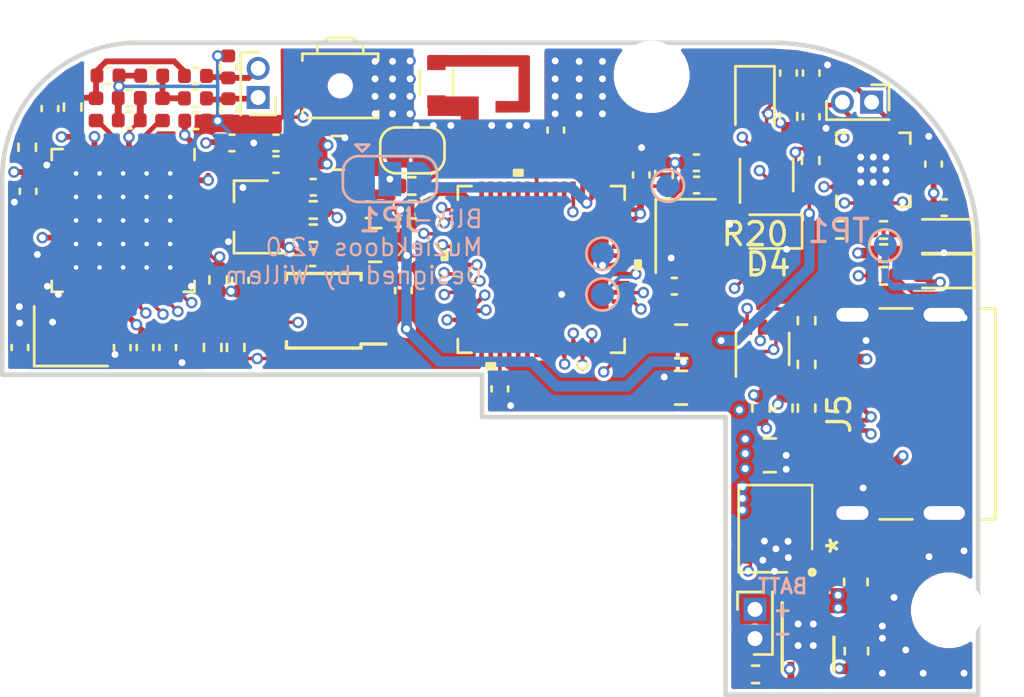
<source format=kicad_pcb>
(kicad_pcb (version 20171130) (host pcbnew "(5.1.9-0-10_14)")

  (general
    (thickness 1.6)
    (drawings 36)
    (tracks 1108)
    (zones 0)
    (modules 97)
    (nets 108)
  )

  (page A4)
  (layers
    (0 F.Cu signal)
    (1 In1.Cu signal)
    (2 In2.Cu signal)
    (31 B.Cu signal)
    (32 B.Adhes user hide)
    (33 F.Adhes user hide)
    (34 B.Paste user hide)
    (35 F.Paste user hide)
    (36 B.SilkS user hide)
    (37 F.SilkS user hide)
    (38 B.Mask user hide)
    (39 F.Mask user hide)
    (40 Dwgs.User user hide)
    (41 Cmts.User user hide)
    (42 Eco1.User user hide)
    (43 Eco2.User user hide)
    (44 Edge.Cuts user)
    (45 Margin user hide)
    (46 B.CrtYd user hide)
    (47 F.CrtYd user)
    (48 B.Fab user hide)
    (49 F.Fab user hide)
  )

  (setup
    (last_trace_width 0.1524)
    (user_trace_width 0.1524)
    (user_trace_width 0.2032)
    (user_trace_width 0.254)
    (trace_clearance 0.1524)
    (zone_clearance 0.1524)
    (zone_45_only no)
    (trace_min 0.14986)
    (via_size 0.5)
    (via_drill 0.3)
    (via_min_size 0.4)
    (via_min_drill 0.3)
    (user_via 0.5 0.3)
    (uvia_size 0.3)
    (uvia_drill 0.1)
    (uvias_allowed no)
    (uvia_min_size 0.2)
    (uvia_min_drill 0.1)
    (edge_width 0.05)
    (segment_width 0.2)
    (pcb_text_width 0.3)
    (pcb_text_size 1.5 1.5)
    (mod_edge_width 0.12)
    (mod_text_size 1 1)
    (mod_text_width 0.15)
    (pad_size 1 1)
    (pad_drill 0)
    (pad_to_mask_clearance 0)
    (aux_axis_origin 0 0)
    (visible_elements FFFFFF7F)
    (pcbplotparams
      (layerselection 0x010fc_ffffffff)
      (usegerberextensions false)
      (usegerberattributes true)
      (usegerberadvancedattributes true)
      (creategerberjobfile true)
      (excludeedgelayer true)
      (linewidth 0.100000)
      (plotframeref false)
      (viasonmask false)
      (mode 1)
      (useauxorigin false)
      (hpglpennumber 1)
      (hpglpenspeed 20)
      (hpglpendiameter 15.000000)
      (psnegative false)
      (psa4output false)
      (plotreference true)
      (plotvalue false)
      (plotinvisibletext false)
      (padsonsilk false)
      (subtractmaskfromsilk true)
      (outputformat 1)
      (mirror false)
      (drillshape 0)
      (scaleselection 1)
      (outputdirectory "OUTPUT"))
  )

  (net 0 "")
  (net 1 GND)
  (net 2 VBUS)
  (net 3 /CPU/ADC1_IN2)
  (net 4 +BATT)
  (net 5 /Power/PSU_BTN_RAW)
  (net 6 +3V3)
  (net 7 "Net-(C15-Pad1)")
  (net 8 /I2S_DAC_AMP/SPK_OUT-)
  (net 9 /I2S_DAC_AMP/SPKOUT+)
  (net 10 /Power/CHG_STAT_LED)
  (net 11 /Power/CHG_5V_LED)
  (net 12 /Power/PSU_EN)
  (net 13 /CPU/MEAS_EN)
  (net 14 /CPU/BTN_PWR)
  (net 15 /CPU/PW_HOLD)
  (net 16 /Power/PSU_EN_BUF)
  (net 17 /Power/CHG_PROG)
  (net 18 /I2S_DAC_AMP/GAIN)
  (net 19 /I2S_DAC_AMP/I2S_SD_MODE)
  (net 20 /CPU/DAC_BCLK)
  (net 21 /CPU/DAC_LRCK)
  (net 22 /CPU/NFC_SPI_MOSI)
  (net 23 /CPU/NFC_SPI_SCK)
  (net 24 /CPU/NFC_SPI_CS)
  (net 25 /CPU/DAC_DATA)
  (net 26 "Net-(U3-Pad26)")
  (net 27 "Net-(U3-Pad25)")
  (net 28 "Net-(U3-Pad24)")
  (net 29 "Net-(U1-Pad7)")
  (net 30 /CPU/HALL_OUT)
  (net 31 /CPU/VDD_SDIO)
  (net 32 /CPU/ESP_RST)
  (net 33 /CPU/ESP_GPIO0)
  (net 34 "Net-(U4-Pad10)")
  (net 35 "Net-(U4-Pad7)")
  (net 36 "Net-(U4-Pad6)")
  (net 37 /CPU/WIFI_ANT)
  (net 38 /CPU/ESP_LNA_IN)
  (net 39 /CPU/A2)
  (net 40 /Power/MCP_STAT)
  (net 41 "Net-(U2-Pad2)")
  (net 42 /Power/Lx_L1)
  (net 43 "Net-(U4-Pad33)")
  (net 44 "Net-(U4-Pad32)")
  (net 45 "Net-(U4-Pad31)")
  (net 46 "Net-(U4-Pad11)")
  (net 47 /CPU/ADS_SCL)
  (net 48 /CPU/ADS_SDA)
  (net 49 /CPU/ADS_RDY)
  (net 50 /CPU/NFC_SPI_MISO)
  (net 51 /Power/BATT_MEAS)
  (net 52 "Net-(U3-Pad37)")
  (net 53 "Net-(U3-Pad36)")
  (net 54 "Net-(U3-Pad35)")
  (net 55 "Net-(U3-Pad34)")
  (net 56 "Net-(U3-Pad33)")
  (net 57 "Net-(U3-Pad32)")
  (net 58 "Net-(U3-Pad31)")
  (net 59 "Net-(U3-Pad22)")
  (net 60 "Net-(U3-Pad21)")
  (net 61 "Net-(U3-Pad20)")
  (net 62 "Net-(U3-Pad19)")
  (net 63 "Net-(U3-Pad13)")
  (net 64 "Net-(U3-Pad12)")
  (net 65 "Net-(U3-Pad2)")
  (net 66 /NFC/OSC_in)
  (net 67 /NFC/OSC_OUT)
  (net 68 /NFC/RX)
  (net 69 /NFC/TXL1)
  (net 70 /NFC/TXL2)
  (net 71 /NFC/TXANT1)
  (net 72 /NFC/TXANT2)
  (net 73 /NFC/VMID)
  (net 74 /NFC/TX1)
  (net 75 /NFC/TX2)
  (net 76 /CPU/~NFC_RST)
  (net 77 /CPU/USB_D-)
  (net 78 /CPU/USB_D+)
  (net 79 /CPU/ESP_GPIO46)
  (net 80 /CPU/ESP_TX1)
  (net 81 /CPU/ESP_RX1)
  (net 82 /CPU/ESP_GPIO45)
  (net 83 "Net-(U4-Pad36)")
  (net 84 "Net-(U4-Pad35)")
  (net 85 "Net-(U4-Pad34)")
  (net 86 /CPU/XTAL_P)
  (net 87 /CPU/XTAL_N)
  (net 88 "Net-(U4-Pad13)")
  (net 89 "Net-(U4-Pad12)")
  (net 90 "Net-(U4-Pad17)")
  (net 91 "Net-(U4-Pad9)")
  (net 92 "Net-(U4-Pad14)")
  (net 93 "Net-(J5-PadB8)")
  (net 94 "Net-(J5-PadB5)")
  (net 95 "Net-(J5-PadA8)")
  (net 96 "Net-(J5-PadA5)")
  (net 97 "Net-(JP1-Pad2)")
  (net 98 /CPU/ESP_GPIO3)
  (net 99 "Net-(U4-Pad48)")
  (net 100 "Net-(U4-Pad45)")
  (net 101 "Net-(U4-Pad44)")
  (net 102 "Net-(U4-Pad42)")
  (net 103 "Net-(U4-Pad37)")
  (net 104 "Net-(U4-Pad30)")
  (net 105 "Net-(U4-Pad28)")
  (net 106 /CPU/ESP_STATLED)
  (net 107 /CPU/ESP_STATLED_R)

  (net_class Default "This is the default net class."
    (clearance 0.1524)
    (trace_width 0.1524)
    (via_dia 0.5)
    (via_drill 0.3)
    (uvia_dia 0.3)
    (uvia_drill 0.1)
    (add_net +3V3)
    (add_net +BATT)
    (add_net /CPU/A2)
    (add_net /CPU/ADC1_IN2)
    (add_net /CPU/ADS_RDY)
    (add_net /CPU/ADS_SCL)
    (add_net /CPU/ADS_SDA)
    (add_net /CPU/BTN_PWR)
    (add_net /CPU/DAC_BCLK)
    (add_net /CPU/DAC_DATA)
    (add_net /CPU/DAC_LRCK)
    (add_net /CPU/ESP_GPIO0)
    (add_net /CPU/ESP_GPIO3)
    (add_net /CPU/ESP_GPIO45)
    (add_net /CPU/ESP_GPIO46)
    (add_net /CPU/ESP_LNA_IN)
    (add_net /CPU/ESP_RST)
    (add_net /CPU/ESP_RX1)
    (add_net /CPU/ESP_STATLED)
    (add_net /CPU/ESP_STATLED_R)
    (add_net /CPU/ESP_TX1)
    (add_net /CPU/HALL_OUT)
    (add_net /CPU/MEAS_EN)
    (add_net /CPU/NFC_SPI_CS)
    (add_net /CPU/NFC_SPI_MISO)
    (add_net /CPU/NFC_SPI_MOSI)
    (add_net /CPU/NFC_SPI_SCK)
    (add_net /CPU/PW_HOLD)
    (add_net /CPU/USB_D+)
    (add_net /CPU/USB_D-)
    (add_net /CPU/VDD_SDIO)
    (add_net /CPU/WIFI_ANT)
    (add_net /CPU/XTAL_N)
    (add_net /CPU/XTAL_P)
    (add_net /CPU/~NFC_RST)
    (add_net /I2S_DAC_AMP/GAIN)
    (add_net /I2S_DAC_AMP/I2S_SD_MODE)
    (add_net /I2S_DAC_AMP/SPKOUT+)
    (add_net /I2S_DAC_AMP/SPK_OUT-)
    (add_net /NFC/OSC_OUT)
    (add_net /NFC/OSC_in)
    (add_net /NFC/RX)
    (add_net /NFC/TX1)
    (add_net /NFC/TX2)
    (add_net /NFC/TXANT1)
    (add_net /NFC/TXANT2)
    (add_net /NFC/TXL1)
    (add_net /NFC/TXL2)
    (add_net /NFC/VMID)
    (add_net /Power/BATT_MEAS)
    (add_net /Power/CHG_5V_LED)
    (add_net /Power/CHG_PROG)
    (add_net /Power/CHG_STAT_LED)
    (add_net /Power/Lx_L1)
    (add_net /Power/MCP_STAT)
    (add_net /Power/PSU_BTN_RAW)
    (add_net /Power/PSU_EN)
    (add_net /Power/PSU_EN_BUF)
    (add_net GND)
    (add_net "Net-(C15-Pad1)")
    (add_net "Net-(J5-PadA5)")
    (add_net "Net-(J5-PadA8)")
    (add_net "Net-(J5-PadB5)")
    (add_net "Net-(J5-PadB8)")
    (add_net "Net-(JP1-Pad2)")
    (add_net "Net-(U1-Pad7)")
    (add_net "Net-(U2-Pad2)")
    (add_net "Net-(U3-Pad12)")
    (add_net "Net-(U3-Pad13)")
    (add_net "Net-(U3-Pad19)")
    (add_net "Net-(U3-Pad2)")
    (add_net "Net-(U3-Pad20)")
    (add_net "Net-(U3-Pad21)")
    (add_net "Net-(U3-Pad22)")
    (add_net "Net-(U3-Pad24)")
    (add_net "Net-(U3-Pad25)")
    (add_net "Net-(U3-Pad26)")
    (add_net "Net-(U3-Pad31)")
    (add_net "Net-(U3-Pad32)")
    (add_net "Net-(U3-Pad33)")
    (add_net "Net-(U3-Pad34)")
    (add_net "Net-(U3-Pad35)")
    (add_net "Net-(U3-Pad36)")
    (add_net "Net-(U3-Pad37)")
    (add_net "Net-(U4-Pad10)")
    (add_net "Net-(U4-Pad11)")
    (add_net "Net-(U4-Pad12)")
    (add_net "Net-(U4-Pad13)")
    (add_net "Net-(U4-Pad14)")
    (add_net "Net-(U4-Pad17)")
    (add_net "Net-(U4-Pad28)")
    (add_net "Net-(U4-Pad30)")
    (add_net "Net-(U4-Pad31)")
    (add_net "Net-(U4-Pad32)")
    (add_net "Net-(U4-Pad33)")
    (add_net "Net-(U4-Pad34)")
    (add_net "Net-(U4-Pad35)")
    (add_net "Net-(U4-Pad36)")
    (add_net "Net-(U4-Pad37)")
    (add_net "Net-(U4-Pad42)")
    (add_net "Net-(U4-Pad44)")
    (add_net "Net-(U4-Pad45)")
    (add_net "Net-(U4-Pad48)")
    (add_net "Net-(U4-Pad6)")
    (add_net "Net-(U4-Pad7)")
    (add_net "Net-(U4-Pad9)")
    (add_net VBUS)
  )

  (module Resistor_SMD:R_0402_1005Metric (layer F.Cu) (tedit 5F68FEEE) (tstamp 61A9B1C5)
    (at 73.96 73.47)
    (descr "Resistor SMD 0402 (1005 Metric), square (rectangular) end terminal, IPC_7351 nominal, (Body size source: IPC-SM-782 page 72, https://www.pcb-3d.com/wordpress/wp-content/uploads/ipc-sm-782a_amendment_1_and_2.pdf), generated with kicad-footprint-generator")
    (tags resistor)
    (path /60FFCEAC/61DABF8E)
    (attr smd)
    (fp_text reference R20 (at 0 -1.17) (layer F.SilkS)
      (effects (font (size 1 1) (thickness 0.15)))
    )
    (fp_text value 330E (at 0 1.17) (layer F.Fab)
      (effects (font (size 1 1) (thickness 0.15)))
    )
    (fp_text user %R (at 0 0) (layer F.Fab)
      (effects (font (size 0.26 0.26) (thickness 0.04)))
    )
    (fp_line (start -0.525 0.27) (end -0.525 -0.27) (layer F.Fab) (width 0.1))
    (fp_line (start -0.525 -0.27) (end 0.525 -0.27) (layer F.Fab) (width 0.1))
    (fp_line (start 0.525 -0.27) (end 0.525 0.27) (layer F.Fab) (width 0.1))
    (fp_line (start 0.525 0.27) (end -0.525 0.27) (layer F.Fab) (width 0.1))
    (fp_line (start -0.153641 -0.38) (end 0.153641 -0.38) (layer F.SilkS) (width 0.12))
    (fp_line (start -0.153641 0.38) (end 0.153641 0.38) (layer F.SilkS) (width 0.12))
    (fp_line (start -0.93 0.47) (end -0.93 -0.47) (layer F.CrtYd) (width 0.05))
    (fp_line (start -0.93 -0.47) (end 0.93 -0.47) (layer F.CrtYd) (width 0.05))
    (fp_line (start 0.93 -0.47) (end 0.93 0.47) (layer F.CrtYd) (width 0.05))
    (fp_line (start 0.93 0.47) (end -0.93 0.47) (layer F.CrtYd) (width 0.05))
    (pad 2 smd roundrect (at 0.51 0) (size 0.54 0.64) (layers F.Cu F.Paste F.Mask) (roundrect_rratio 0.25)
      (net 107 /CPU/ESP_STATLED_R))
    (pad 1 smd roundrect (at -0.51 0) (size 0.54 0.64) (layers F.Cu F.Paste F.Mask) (roundrect_rratio 0.25)
      (net 106 /CPU/ESP_STATLED))
    (model ${KISYS3DMOD}/Resistor_SMD.3dshapes/R_0402_1005Metric.wrl
      (at (xyz 0 0 0))
      (scale (xyz 1 1 1))
      (rotate (xyz 0 0 0))
    )
  )

  (module LED_SMD:LED_0603_1608Metric (layer F.Cu) (tedit 5F68FEF1) (tstamp 61A9AD5E)
    (at 74.52 72.19 180)
    (descr "LED SMD 0603 (1608 Metric), square (rectangular) end terminal, IPC_7351 nominal, (Body size source: http://www.tortai-tech.com/upload/download/2011102023233369053.pdf), generated with kicad-footprint-generator")
    (tags LED)
    (path /60FFCEAC/61DA954D)
    (attr smd)
    (fp_text reference D4 (at 0 -1.43) (layer F.SilkS)
      (effects (font (size 1 1) (thickness 0.15)))
    )
    (fp_text value LED (at 0 1.43) (layer F.Fab)
      (effects (font (size 1 1) (thickness 0.15)))
    )
    (fp_text user %R (at 0 0) (layer F.Fab)
      (effects (font (size 0.4 0.4) (thickness 0.06)))
    )
    (fp_line (start 0.8 -0.4) (end -0.5 -0.4) (layer F.Fab) (width 0.1))
    (fp_line (start -0.5 -0.4) (end -0.8 -0.1) (layer F.Fab) (width 0.1))
    (fp_line (start -0.8 -0.1) (end -0.8 0.4) (layer F.Fab) (width 0.1))
    (fp_line (start -0.8 0.4) (end 0.8 0.4) (layer F.Fab) (width 0.1))
    (fp_line (start 0.8 0.4) (end 0.8 -0.4) (layer F.Fab) (width 0.1))
    (fp_line (start 0.8 -0.735) (end -1.485 -0.735) (layer F.SilkS) (width 0.12))
    (fp_line (start -1.485 -0.735) (end -1.485 0.735) (layer F.SilkS) (width 0.12))
    (fp_line (start -1.485 0.735) (end 0.8 0.735) (layer F.SilkS) (width 0.12))
    (fp_line (start -1.48 0.73) (end -1.48 -0.73) (layer F.CrtYd) (width 0.05))
    (fp_line (start -1.48 -0.73) (end 1.48 -0.73) (layer F.CrtYd) (width 0.05))
    (fp_line (start 1.48 -0.73) (end 1.48 0.73) (layer F.CrtYd) (width 0.05))
    (fp_line (start 1.48 0.73) (end -1.48 0.73) (layer F.CrtYd) (width 0.05))
    (pad 2 smd roundrect (at 0.7875 0 180) (size 0.875 0.95) (layers F.Cu F.Paste F.Mask) (roundrect_rratio 0.25)
      (net 107 /CPU/ESP_STATLED_R))
    (pad 1 smd roundrect (at -0.7875 0 180) (size 0.875 0.95) (layers F.Cu F.Paste F.Mask) (roundrect_rratio 0.25)
      (net 1 GND))
    (model ${KISYS3DMOD}/LED_SMD.3dshapes/LED_0603_1608Metric.wrl
      (at (xyz 0 0 0))
      (scale (xyz 1 1 1))
      (rotate (xyz 0 0 0))
    )
  )

  (module Jumper:SolderJumper-2_P1.3mm_Open_RoundedPad1.0x1.5mm (layer F.Cu) (tedit 61A787ED) (tstamp 61A80281)
    (at 59.03 68.65)
    (descr "SMD Solder Jumper, 1x1.5mm, rounded Pads, 0.3mm gap, open")
    (tags "solder jumper open")
    (path /60FFCEAC/61C34FE4)
    (attr virtual)
    (fp_text reference JP2 (at 0 -1.8) (layer F.SilkS) hide
      (effects (font (size 1 1) (thickness 0.15)))
    )
    (fp_text value SolderJumper_2_Open (at 0 1.9) (layer F.Fab) hide
      (effects (font (size 1 1) (thickness 0.15)))
    )
    (fp_arc (start -0.7 -0.3) (end -0.7 -1) (angle -90) (layer F.SilkS) (width 0.12))
    (fp_arc (start -0.7 0.3) (end -1.4 0.3) (angle -90) (layer F.SilkS) (width 0.12))
    (fp_arc (start 0.7 0.3) (end 0.7 1) (angle -90) (layer F.SilkS) (width 0.12))
    (fp_arc (start 0.7 -0.3) (end 1.4 -0.3) (angle -90) (layer F.SilkS) (width 0.12))
    (fp_line (start 1.3 1) (end -1.3 1) (layer F.CrtYd) (width 0.05))
    (fp_line (start 1.3 1) (end 1.3 -1) (layer F.CrtYd) (width 0.05))
    (fp_line (start -1.3 -1) (end -1.3 1) (layer F.CrtYd) (width 0.05))
    (fp_line (start -1.3 -1) (end 1.3 -1) (layer F.CrtYd) (width 0.05))
    (fp_line (start -0.7 -1) (end 0.7 -1) (layer F.SilkS) (width 0.12))
    (fp_line (start 1.4 -0.3) (end 1.4 0.3) (layer F.SilkS) (width 0.12))
    (fp_line (start 0.7 1) (end -0.7 1) (layer F.SilkS) (width 0.12))
    (fp_line (start -1.4 0.3) (end -1.4 -0.3) (layer F.SilkS) (width 0.12))
    (pad 2 smd custom (at 0.65 0) (size 1 0.5) (layers F.Cu F.Mask)
      (net 1 GND) (zone_connect 2)
      (options (clearance outline) (anchor rect))
      (primitives
        (gr_circle (center 0 0.25) (end 0.5 0.25) (width 0))
        (gr_circle (center 0 -0.25) (end 0.5 -0.25) (width 0))
        (gr_poly (pts
           (xy 0 -0.75) (xy -0.5 -0.75) (xy -0.5 0.75) (xy 0 0.75)) (width 0))
      ))
    (pad 1 smd custom (at -0.65 0) (size 1 0.5) (layers F.Cu F.Mask)
      (net 33 /CPU/ESP_GPIO0) (zone_connect 2)
      (options (clearance outline) (anchor rect))
      (primitives
        (gr_circle (center 0 0.25) (end 0.5 0.25) (width 0))
        (gr_circle (center 0 -0.25) (end 0.5 -0.25) (width 0))
        (gr_poly (pts
           (xy 0 -0.75) (xy 0.5 -0.75) (xy 0.5 0.75) (xy 0 0.75)) (width 0))
      ))
  )

  (module TestPoint:TestPoint_Pad_D1.0mm (layer B.Cu) (tedit 618AD6C0) (tstamp 61A8062A)
    (at 67.31 73.152)
    (descr "SMD pad as test Point, diameter 1.0mm")
    (tags "test point SMD pad")
    (path /60FFCEAC/61A904CB)
    (attr virtual)
    (fp_text reference TP8 (at 0 1.448) (layer B.SilkS) hide
      (effects (font (size 1 1) (thickness 0.15)) (justify mirror))
    )
    (fp_text value ESP_RX (at 0 -1.55) (layer B.Fab) hide
      (effects (font (size 1 1) (thickness 0.15)) (justify mirror))
    )
    (fp_text user %R (at 0 1.45) (layer B.Fab)
      (effects (font (size 1 1) (thickness 0.15)) (justify mirror))
    )
    (fp_circle (center 0 0) (end 0 -0.7) (layer B.SilkS) (width 0.12))
    (fp_circle (center 0 0) (end 0.75 0) (layer B.CrtYd) (width 0.05))
    (pad 1 smd circle (at 0 0) (size 1 1) (layers B.Cu B.Mask)
      (net 81 /CPU/ESP_RX1))
  )

  (module TestPoint:TestPoint_Pad_D1.0mm (layer B.Cu) (tedit 618AD6C0) (tstamp 61A80622)
    (at 67.31 74.93)
    (descr "SMD pad as test Point, diameter 1.0mm")
    (tags "test point SMD pad")
    (path /60FFCEAC/61A9010D)
    (attr virtual)
    (fp_text reference TP7 (at 0 1.448) (layer B.SilkS) hide
      (effects (font (size 1 1) (thickness 0.15)) (justify mirror))
    )
    (fp_text value ESP_TX (at 0 -1.55) (layer B.Fab) hide
      (effects (font (size 1 1) (thickness 0.15)) (justify mirror))
    )
    (fp_text user %R (at 0 1.45) (layer B.Fab)
      (effects (font (size 1 1) (thickness 0.15)) (justify mirror))
    )
    (fp_circle (center 0 0) (end 0 -0.7) (layer B.SilkS) (width 0.12))
    (fp_circle (center 0 0) (end 0.75 0) (layer B.CrtYd) (width 0.05))
    (pad 1 smd circle (at 0 0) (size 1 1) (layers B.Cu B.Mask)
      (net 80 /CPU/ESP_TX1))
  )

  (module TestPoint:TestPoint_Pad_D1.0mm (layer B.Cu) (tedit 618AD6C0) (tstamp 61A8061A)
    (at 70.16 70.19)
    (descr "SMD pad as test Point, diameter 1.0mm")
    (tags "test point SMD pad")
    (path /60FFCEAC/61AA6F6C)
    (attr virtual)
    (fp_text reference TP1 (at 0 1.448) (layer B.SilkS) hide
      (effects (font (size 1 1) (thickness 0.15)) (justify mirror))
    )
    (fp_text value TestPoint (at 0 -1.55) (layer B.Fab) hide
      (effects (font (size 1 1) (thickness 0.15)) (justify mirror))
    )
    (fp_text user %R (at 0 1.45) (layer B.Fab)
      (effects (font (size 1 1) (thickness 0.15)) (justify mirror))
    )
    (fp_circle (center 0 0) (end 0 -0.7) (layer B.SilkS) (width 0.12))
    (fp_circle (center 0 0) (end 0.75 0) (layer B.CrtYd) (width 0.05))
    (pad 1 smd circle (at 0 0) (size 1 1) (layers B.Cu B.Mask)
      (net 32 /CPU/ESP_RST))
  )

  (module Resistor_SMD:R_0402_1005Metric (layer F.Cu) (tedit 5F68FEEE) (tstamp 61A8056C)
    (at 59.01 70.2)
    (descr "Resistor SMD 0402 (1005 Metric), square (rectangular) end terminal, IPC_7351 nominal, (Body size source: IPC-SM-782 page 72, https://www.pcb-3d.com/wordpress/wp-content/uploads/ipc-sm-782a_amendment_1_and_2.pdf), generated with kicad-footprint-generator")
    (tags resistor)
    (path /60FFCEAC/61B8FDD2)
    (attr smd)
    (fp_text reference R19 (at 0 -1.17) (layer F.SilkS) hide
      (effects (font (size 1 1) (thickness 0.15)))
    )
    (fp_text value 10K (at 0 1.17) (layer F.Fab) hide
      (effects (font (size 1 1) (thickness 0.15)))
    )
    (fp_text user %R (at 0 0) (layer F.Fab)
      (effects (font (size 0.26 0.26) (thickness 0.04)))
    )
    (fp_line (start -0.525 0.27) (end -0.525 -0.27) (layer F.Fab) (width 0.1))
    (fp_line (start -0.525 -0.27) (end 0.525 -0.27) (layer F.Fab) (width 0.1))
    (fp_line (start 0.525 -0.27) (end 0.525 0.27) (layer F.Fab) (width 0.1))
    (fp_line (start 0.525 0.27) (end -0.525 0.27) (layer F.Fab) (width 0.1))
    (fp_line (start -0.153641 -0.38) (end 0.153641 -0.38) (layer F.SilkS) (width 0.12))
    (fp_line (start -0.153641 0.38) (end 0.153641 0.38) (layer F.SilkS) (width 0.12))
    (fp_line (start -0.93 0.47) (end -0.93 -0.47) (layer F.CrtYd) (width 0.05))
    (fp_line (start -0.93 -0.47) (end 0.93 -0.47) (layer F.CrtYd) (width 0.05))
    (fp_line (start 0.93 -0.47) (end 0.93 0.47) (layer F.CrtYd) (width 0.05))
    (fp_line (start 0.93 0.47) (end -0.93 0.47) (layer F.CrtYd) (width 0.05))
    (pad 2 smd roundrect (at 0.51 0) (size 0.54 0.64) (layers F.Cu F.Paste F.Mask) (roundrect_rratio 0.25)
      (net 98 /CPU/ESP_GPIO3))
    (pad 1 smd roundrect (at -0.51 0) (size 0.54 0.64) (layers F.Cu F.Paste F.Mask) (roundrect_rratio 0.25)
      (net 97 "Net-(JP1-Pad2)"))
    (model ${KISYS3DMOD}/Resistor_SMD.3dshapes/R_0402_1005Metric.wrl
      (at (xyz 0 0 0))
      (scale (xyz 1 1 1))
      (rotate (xyz 0 0 0))
    )
  )

  (module Jumper:SolderJumper-3_P1.3mm_Open_RoundedPad1.0x1.5mm (layer B.Cu) (tedit 5B391EB7) (tstamp 61A8026F)
    (at 58.05 69.9)
    (descr "SMD Solder 3-pad Jumper, 1x1.5mm rounded Pads, 0.3mm gap, open")
    (tags "solder jumper open")
    (path /60FFCEAC/61C77604)
    (attr virtual)
    (fp_text reference JP1 (at 0 1.8) (layer B.SilkS)
      (effects (font (size 1 1) (thickness 0.15)) (justify mirror))
    )
    (fp_text value JTAG_SEL (at 0 -1.9) (layer B.Fab)
      (effects (font (size 1 1) (thickness 0.15)) (justify mirror))
    )
    (fp_arc (start -1.35 0.3) (end -1.35 1) (angle 90) (layer B.SilkS) (width 0.12))
    (fp_arc (start -1.35 -0.3) (end -2.05 -0.3) (angle 90) (layer B.SilkS) (width 0.12))
    (fp_arc (start 1.35 -0.3) (end 1.35 -1) (angle 90) (layer B.SilkS) (width 0.12))
    (fp_arc (start 1.35 0.3) (end 2.05 0.3) (angle 90) (layer B.SilkS) (width 0.12))
    (fp_line (start -1.2 -1.2) (end -0.9 -1.5) (layer B.SilkS) (width 0.12))
    (fp_line (start -1.5 -1.5) (end -0.9 -1.5) (layer B.SilkS) (width 0.12))
    (fp_line (start -1.2 -1.2) (end -1.5 -1.5) (layer B.SilkS) (width 0.12))
    (fp_line (start -2.05 -0.3) (end -2.05 0.3) (layer B.SilkS) (width 0.12))
    (fp_line (start 1.4 -1) (end -1.4 -1) (layer B.SilkS) (width 0.12))
    (fp_line (start 2.05 0.3) (end 2.05 -0.3) (layer B.SilkS) (width 0.12))
    (fp_line (start -1.4 1) (end 1.4 1) (layer B.SilkS) (width 0.12))
    (fp_line (start -2.3 1.25) (end 2.3 1.25) (layer B.CrtYd) (width 0.05))
    (fp_line (start -2.3 1.25) (end -2.3 -1.25) (layer B.CrtYd) (width 0.05))
    (fp_line (start 2.3 -1.25) (end 2.3 1.25) (layer B.CrtYd) (width 0.05))
    (fp_line (start 2.3 -1.25) (end -2.3 -1.25) (layer B.CrtYd) (width 0.05))
    (pad 2 smd rect (at 0 0) (size 1 1.5) (layers B.Cu B.Mask)
      (net 97 "Net-(JP1-Pad2)"))
    (pad 3 smd custom (at 1.3 0) (size 1 0.5) (layers B.Cu B.Mask)
      (net 6 +3V3) (zone_connect 2)
      (options (clearance outline) (anchor rect))
      (primitives
        (gr_circle (center 0 -0.25) (end 0.5 -0.25) (width 0))
        (gr_circle (center 0 0.25) (end 0.5 0.25) (width 0))
        (gr_poly (pts
           (xy -0.55 0.75) (xy 0 0.75) (xy 0 -0.75) (xy -0.55 -0.75)) (width 0))
      ))
    (pad 1 smd custom (at -1.3 0) (size 1 0.5) (layers B.Cu B.Mask)
      (net 1 GND) (zone_connect 2)
      (options (clearance outline) (anchor rect))
      (primitives
        (gr_circle (center 0 -0.25) (end 0.5 -0.25) (width 0))
        (gr_circle (center 0 0.25) (end 0.5 0.25) (width 0))
        (gr_poly (pts
           (xy 0.55 0.75) (xy 0 0.75) (xy 0 -0.75) (xy 0.55 -0.75)) (width 0))
      ))
  )

  (module TestPoint:TestPoint_Pad_D1.0mm (layer B.Cu) (tedit 618AD6C0) (tstamp 617DCA39)
    (at 79.629 72.7964)
    (descr "SMD pad as test Point, diameter 1.0mm")
    (tags "test point SMD pad")
    (path /613CB1D0/61968CDA)
    (attr virtual)
    (fp_text reference TP1 (at -2.032 -0.635) (layer B.SilkS)
      (effects (font (size 1 1) (thickness 0.15)) (justify mirror))
    )
    (fp_text value TestPoint (at 0 -1.55) (layer B.Fab) hide
      (effects (font (size 1 1) (thickness 0.15)) (justify mirror))
    )
    (fp_circle (center 0 0) (end 0 -0.7) (layer B.SilkS) (width 0.12))
    (fp_circle (center 0 0) (end 0.75 0) (layer B.CrtYd) (width 0.05))
    (fp_text user %R (at 1.5875 0) (layer B.Fab)
      (effects (font (size 0.635 0.6096) (thickness 0.1524)) (justify mirror))
    )
    (pad 1 smd circle (at 0 0) (size 1 1) (layers B.Cu B.Mask)
      (net 2 VBUS))
  )

  (module Package_DFN_QFN:QFN-16-1EP_3x3mm_P0.5mm_EP1.7x1.7mm_ThermalVias locked (layer F.Cu) (tedit 5C181567) (tstamp 610858BE)
    (at 79.1083 69.4944 90)
    (descr "QFN, 16 Pin (http://www.cypress.com/file/46236/download), generated with kicad-footprint-generator ipc_dfn_qfn_generator.py")
    (tags "QFN DFN_QFN")
    (path /60FDB9AA/60FE0C5F)
    (attr smd)
    (fp_text reference U5 (at 0 -2.8 90) (layer F.SilkS) hide
      (effects (font (size 1 1) (thickness 0.15)))
    )
    (fp_text value MAX98357A (at 0 2.8 90) (layer F.Fab) hide
      (effects (font (size 1 1) (thickness 0.15)))
    )
    (fp_line (start 2.1 -2.1) (end -2.1 -2.1) (layer F.CrtYd) (width 0.05))
    (fp_line (start 2.1 2.1) (end 2.1 -2.1) (layer F.CrtYd) (width 0.05))
    (fp_line (start -2.1 2.1) (end 2.1 2.1) (layer F.CrtYd) (width 0.05))
    (fp_line (start -2.1 -2.1) (end -2.1 2.1) (layer F.CrtYd) (width 0.05))
    (fp_line (start -1.5 -0.75) (end -0.75 -1.5) (layer F.Fab) (width 0.1))
    (fp_line (start -1.5 1.5) (end -1.5 -0.75) (layer F.Fab) (width 0.1))
    (fp_line (start 1.5 1.5) (end -1.5 1.5) (layer F.Fab) (width 0.1))
    (fp_line (start 1.5 -1.5) (end 1.5 1.5) (layer F.Fab) (width 0.1))
    (fp_line (start -0.75 -1.5) (end 1.5 -1.5) (layer F.Fab) (width 0.1))
    (fp_line (start -1.135 -1.61) (end -1.61 -1.61) (layer F.SilkS) (width 0.12))
    (fp_line (start 1.61 1.61) (end 1.61 1.135) (layer F.SilkS) (width 0.12))
    (fp_line (start 1.135 1.61) (end 1.61 1.61) (layer F.SilkS) (width 0.12))
    (fp_line (start -1.61 1.61) (end -1.61 1.135) (layer F.SilkS) (width 0.12))
    (fp_line (start -1.135 1.61) (end -1.61 1.61) (layer F.SilkS) (width 0.12))
    (fp_line (start 1.61 -1.61) (end 1.61 -1.135) (layer F.SilkS) (width 0.12))
    (fp_line (start 1.135 -1.61) (end 1.61 -1.61) (layer F.SilkS) (width 0.12))
    (fp_text user %R (at 0 0 180) (layer F.Fab)
      (effects (font (size 0.762 0.762) (thickness 0.1016)))
    )
    (pad 16 smd roundrect (at -0.75 -1.45 90) (size 0.25 0.8) (layers F.Cu F.Paste F.Mask) (roundrect_rratio 0.25)
      (net 20 /CPU/DAC_BCLK))
    (pad 15 smd roundrect (at -0.25 -1.45 90) (size 0.25 0.8) (layers F.Cu F.Paste F.Mask) (roundrect_rratio 0.25)
      (net 1 GND))
    (pad 14 smd roundrect (at 0.25 -1.45 90) (size 0.25 0.8) (layers F.Cu F.Paste F.Mask) (roundrect_rratio 0.25)
      (net 21 /CPU/DAC_LRCK))
    (pad 13 smd roundrect (at 0.75 -1.45 90) (size 0.25 0.8) (layers F.Cu F.Paste F.Mask) (roundrect_rratio 0.25))
    (pad 12 smd roundrect (at 1.45 -0.75 90) (size 0.8 0.25) (layers F.Cu F.Paste F.Mask) (roundrect_rratio 0.25))
    (pad 11 smd roundrect (at 1.45 -0.25 90) (size 0.8 0.25) (layers F.Cu F.Paste F.Mask) (roundrect_rratio 0.25)
      (net 1 GND))
    (pad 10 smd roundrect (at 1.45 0.25 90) (size 0.8 0.25) (layers F.Cu F.Paste F.Mask) (roundrect_rratio 0.25)
      (net 8 /I2S_DAC_AMP/SPK_OUT-))
    (pad 9 smd roundrect (at 1.45 0.75 90) (size 0.8 0.25) (layers F.Cu F.Paste F.Mask) (roundrect_rratio 0.25)
      (net 9 /I2S_DAC_AMP/SPKOUT+))
    (pad 8 smd roundrect (at 0.75 1.45 90) (size 0.25 0.8) (layers F.Cu F.Paste F.Mask) (roundrect_rratio 0.25)
      (net 6 +3V3))
    (pad 7 smd roundrect (at 0.25 1.45 90) (size 0.25 0.8) (layers F.Cu F.Paste F.Mask) (roundrect_rratio 0.25)
      (net 6 +3V3))
    (pad 6 smd roundrect (at -0.25 1.45 90) (size 0.25 0.8) (layers F.Cu F.Paste F.Mask) (roundrect_rratio 0.25))
    (pad 5 smd roundrect (at -0.75 1.45 90) (size 0.25 0.8) (layers F.Cu F.Paste F.Mask) (roundrect_rratio 0.25))
    (pad 4 smd roundrect (at -1.45 0.75 90) (size 0.8 0.25) (layers F.Cu F.Paste F.Mask) (roundrect_rratio 0.25)
      (net 19 /I2S_DAC_AMP/I2S_SD_MODE))
    (pad 3 smd roundrect (at -1.45 0.25 90) (size 0.8 0.25) (layers F.Cu F.Paste F.Mask) (roundrect_rratio 0.25)
      (net 1 GND))
    (pad 2 smd roundrect (at -1.45 -0.25 90) (size 0.8 0.25) (layers F.Cu F.Paste F.Mask) (roundrect_rratio 0.25)
      (net 18 /I2S_DAC_AMP/GAIN))
    (pad 1 smd roundrect (at -1.45 -0.75 90) (size 0.8 0.25) (layers F.Cu F.Paste F.Mask) (roundrect_rratio 0.25)
      (net 25 /CPU/DAC_DATA))
    (pad "" smd roundrect (at 0.425 0.425 90) (size 0.74 0.74) (layers F.Paste) (roundrect_rratio 0.25))
    (pad "" smd roundrect (at 0.425 -0.425 90) (size 0.74 0.74) (layers F.Paste) (roundrect_rratio 0.25))
    (pad "" smd roundrect (at -0.425 0.425 90) (size 0.74 0.74) (layers F.Paste) (roundrect_rratio 0.25))
    (pad "" smd roundrect (at -0.425 -0.425 90) (size 0.74 0.74) (layers F.Paste) (roundrect_rratio 0.25))
    (pad 17 smd roundrect (at 0 0 90) (size 1.7 1.7) (layers B.Cu) (roundrect_rratio 0.1470588235294118)
      (net 1 GND))
    (pad 17 thru_hole circle (at 0.55 0.55 90) (size 0.6 0.6) (drill 0.3) (layers *.Cu)
      (net 1 GND))
    (pad 17 thru_hole circle (at 0 0.55 90) (size 0.6 0.6) (drill 0.3) (layers *.Cu)
      (net 1 GND))
    (pad 17 thru_hole circle (at -0.55 0.55 90) (size 0.6 0.6) (drill 0.3) (layers *.Cu)
      (net 1 GND))
    (pad 17 thru_hole circle (at 0.55 0 90) (size 0.6 0.6) (drill 0.3) (layers *.Cu)
      (net 1 GND))
    (pad 17 thru_hole circle (at 0 0 90) (size 0.6 0.6) (drill 0.3) (layers *.Cu)
      (net 1 GND))
    (pad 17 thru_hole circle (at -0.55 0 90) (size 0.6 0.6) (drill 0.3) (layers *.Cu)
      (net 1 GND))
    (pad 17 thru_hole circle (at 0.55 -0.55 90) (size 0.6 0.6) (drill 0.3) (layers *.Cu)
      (net 1 GND))
    (pad 17 thru_hole circle (at 0 -0.55 90) (size 0.6 0.6) (drill 0.3) (layers *.Cu)
      (net 1 GND))
    (pad 17 thru_hole circle (at -0.55 -0.55 90) (size 0.6 0.6) (drill 0.3) (layers *.Cu)
      (net 1 GND))
    (pad 17 smd roundrect (at 0 0 90) (size 1.7 1.7) (layers F.Cu F.Mask) (roundrect_rratio 0.1470588235294118)
      (net 1 GND))
    (model ${KISYS3DMOD}/Package_DFN_QFN.3dshapes/QFN-12-1EP_3x3mm_P0.5mm_EP1.65x1.65mm.wrl
      (at (xyz 0 0 0))
      (scale (xyz 1 1 1))
      (rotate (xyz 0 0 0))
    )
  )

  (module Resistor_SMD:R_0402_1005Metric (layer F.Cu) (tedit 5F68FEEE) (tstamp 618CA1D9)
    (at 76.2 79.883 270)
    (descr "Resistor SMD 0402 (1005 Metric), square (rectangular) end terminal, IPC_7351 nominal, (Body size source: IPC-SM-782 page 72, https://www.pcb-3d.com/wordpress/wp-content/uploads/ipc-sm-782a_amendment_1_and_2.pdf), generated with kicad-footprint-generator")
    (tags resistor)
    (path /60FE1698/6195270F)
    (attr smd)
    (fp_text reference R18 (at 0 -1.17 90) (layer F.SilkS) hide
      (effects (font (size 1 1) (thickness 0.15)))
    )
    (fp_text value 5K1 (at 0 1.17 90) (layer F.Fab) hide
      (effects (font (size 1 1) (thickness 0.15)))
    )
    (fp_line (start -0.525 0.27) (end -0.525 -0.27) (layer F.Fab) (width 0.1))
    (fp_line (start -0.525 -0.27) (end 0.525 -0.27) (layer F.Fab) (width 0.1))
    (fp_line (start 0.525 -0.27) (end 0.525 0.27) (layer F.Fab) (width 0.1))
    (fp_line (start 0.525 0.27) (end -0.525 0.27) (layer F.Fab) (width 0.1))
    (fp_line (start -0.153641 -0.38) (end 0.153641 -0.38) (layer F.SilkS) (width 0.12))
    (fp_line (start -0.153641 0.38) (end 0.153641 0.38) (layer F.SilkS) (width 0.12))
    (fp_line (start -0.93 0.47) (end -0.93 -0.47) (layer F.CrtYd) (width 0.05))
    (fp_line (start -0.93 -0.47) (end 0.93 -0.47) (layer F.CrtYd) (width 0.05))
    (fp_line (start 0.93 -0.47) (end 0.93 0.47) (layer F.CrtYd) (width 0.05))
    (fp_line (start 0.93 0.47) (end -0.93 0.47) (layer F.CrtYd) (width 0.05))
    (fp_text user %R (at 0 0 90) (layer F.Fab)
      (effects (font (size 0.26 0.26) (thickness 0.04)))
    )
    (pad 2 smd roundrect (at 0.51 0 270) (size 0.54 0.64) (layers F.Cu F.Paste F.Mask) (roundrect_rratio 0.25)
      (net 96 "Net-(J5-PadA5)"))
    (pad 1 smd roundrect (at -0.51 0 270) (size 0.54 0.64) (layers F.Cu F.Paste F.Mask) (roundrect_rratio 0.25)
      (net 1 GND))
    (model ${KISYS3DMOD}/Resistor_SMD.3dshapes/R_0402_1005Metric.wrl
      (at (xyz 0 0 0))
      (scale (xyz 1 1 1))
      (rotate (xyz 0 0 0))
    )
  )

  (module Resistor_SMD:R_0402_1005Metric (layer F.Cu) (tedit 5F68FEEE) (tstamp 618CA108)
    (at 76.2 77.978 90)
    (descr "Resistor SMD 0402 (1005 Metric), square (rectangular) end terminal, IPC_7351 nominal, (Body size source: IPC-SM-782 page 72, https://www.pcb-3d.com/wordpress/wp-content/uploads/ipc-sm-782a_amendment_1_and_2.pdf), generated with kicad-footprint-generator")
    (tags resistor)
    (path /60FE1698/61951F6F)
    (attr smd)
    (fp_text reference R11 (at 0 -1.17 90) (layer F.SilkS) hide
      (effects (font (size 1 1) (thickness 0.15)))
    )
    (fp_text value 5K1 (at 0 1.17 90) (layer F.Fab) hide
      (effects (font (size 1 1) (thickness 0.15)))
    )
    (fp_line (start -0.525 0.27) (end -0.525 -0.27) (layer F.Fab) (width 0.1))
    (fp_line (start -0.525 -0.27) (end 0.525 -0.27) (layer F.Fab) (width 0.1))
    (fp_line (start 0.525 -0.27) (end 0.525 0.27) (layer F.Fab) (width 0.1))
    (fp_line (start 0.525 0.27) (end -0.525 0.27) (layer F.Fab) (width 0.1))
    (fp_line (start -0.153641 -0.38) (end 0.153641 -0.38) (layer F.SilkS) (width 0.12))
    (fp_line (start -0.153641 0.38) (end 0.153641 0.38) (layer F.SilkS) (width 0.12))
    (fp_line (start -0.93 0.47) (end -0.93 -0.47) (layer F.CrtYd) (width 0.05))
    (fp_line (start -0.93 -0.47) (end 0.93 -0.47) (layer F.CrtYd) (width 0.05))
    (fp_line (start 0.93 -0.47) (end 0.93 0.47) (layer F.CrtYd) (width 0.05))
    (fp_line (start 0.93 0.47) (end -0.93 0.47) (layer F.CrtYd) (width 0.05))
    (fp_text user %R (at 0 0 90) (layer F.Fab)
      (effects (font (size 0.26 0.26) (thickness 0.04)))
    )
    (pad 2 smd roundrect (at 0.51 0 90) (size 0.54 0.64) (layers F.Cu F.Paste F.Mask) (roundrect_rratio 0.25)
      (net 1 GND))
    (pad 1 smd roundrect (at -0.51 0 90) (size 0.54 0.64) (layers F.Cu F.Paste F.Mask) (roundrect_rratio 0.25)
      (net 94 "Net-(J5-PadB5)"))
    (model ${KISYS3DMOD}/Resistor_SMD.3dshapes/R_0402_1005Metric.wrl
      (at (xyz 0 0 0))
      (scale (xyz 1 1 1))
      (rotate (xyz 0 0 0))
    )
  )

  (module Connector_USB:USB_C_Receptacle_Molex_217179 locked (layer F.Cu) (tedit 618ABC2D) (tstamp 618B2EE8)
    (at 80.9244 80.137 90)
    (path /60FE1698/618C07E1)
    (fp_text reference J5 (at 0 -3.3032 90) (layer F.SilkS)
      (effects (font (size 1 1) (thickness 0.15)))
    )
    (fp_text value USB_C_Receptacle_USB2.0 (at 0 -3.3032 90) (layer F.SilkS) hide
      (effects (font (size 1 1) (thickness 0.15)))
    )
    (fp_line (start -4.7244 2.630701) (end -4.7244 3.6322) (layer F.CrtYd) (width 0.05))
    (fp_line (start -5.0693 2.630701) (end -4.7244 2.630701) (layer F.CrtYd) (width 0.05))
    (fp_line (start -5.0693 -0.087099) (end -5.0693 2.630701) (layer F.CrtYd) (width 0.05))
    (fp_line (start -4.7244 -0.087099) (end -5.0693 -0.087099) (layer F.CrtYd) (width 0.05))
    (fp_line (start -4.7244 -1.5725) (end -4.7244 -0.087099) (layer F.CrtYd) (width 0.05))
    (fp_line (start -5.0693 -1.5725) (end -4.7244 -1.5725) (layer F.CrtYd) (width 0.05))
    (fp_line (start -5.0693 -3.8839) (end -5.0693 -1.5725) (layer F.CrtYd) (width 0.05))
    (fp_line (start -3.758801 -3.8839) (end -5.0693 -3.8839) (layer F.CrtYd) (width 0.05))
    (fp_line (start -3.758801 -4.128699) (end -3.758801 -3.8839) (layer F.CrtYd) (width 0.05))
    (fp_line (start 3.758799 -4.128699) (end -3.758801 -4.128699) (layer F.CrtYd) (width 0.05))
    (fp_line (start 3.758799 -3.8839) (end 3.758799 -4.128699) (layer F.CrtYd) (width 0.05))
    (fp_line (start 5.0693 -3.8839) (end 3.758799 -3.8839) (layer F.CrtYd) (width 0.05))
    (fp_line (start 5.0693 -1.5725) (end 5.0693 -3.8839) (layer F.CrtYd) (width 0.05))
    (fp_line (start 4.7244 -1.5725) (end 5.0693 -1.5725) (layer F.CrtYd) (width 0.05))
    (fp_line (start 4.7244 -0.087099) (end 4.7244 -1.5725) (layer F.CrtYd) (width 0.05))
    (fp_line (start 5.0693 -0.087099) (end 4.7244 -0.087099) (layer F.CrtYd) (width 0.05))
    (fp_line (start 5.0693 2.630701) (end 5.0693 -0.087099) (layer F.CrtYd) (width 0.05))
    (fp_line (start 4.7244 2.630701) (end 5.0693 2.630701) (layer F.CrtYd) (width 0.05))
    (fp_line (start 4.7244 3.6322) (end 4.7244 2.630701) (layer F.CrtYd) (width 0.05))
    (fp_line (start -4.7244 3.6322) (end 4.7244 3.6322) (layer F.CrtYd) (width 0.05))
    (fp_line (start 0 -3.3782) (end 0 -3.3782) (layer F.Fab) (width 0.1))
    (fp_line (start 0 -3.3782) (end 0 -3.3782) (layer F.Fab) (width 0.1))
    (fp_line (start 0 -3.3782) (end 0 -3.3782) (layer F.Fab) (width 0.1))
    (fp_line (start 0 -3.3782) (end 0 -3.3782) (layer F.Fab) (width 0.1))
    (fp_line (start 4.5974 -0.117991) (end 4.5974 -1.541608) (layer F.SilkS) (width 0.12))
    (fp_line (start -4.4704 -3.3782) (end -4.4704 3.3782) (layer F.Fab) (width 0.1))
    (fp_line (start 4.4704 -3.3782) (end -4.4704 -3.3782) (layer F.Fab) (width 0.1))
    (fp_line (start 4.4704 3.3782) (end 4.4704 -3.3782) (layer F.Fab) (width 0.1))
    (fp_line (start -4.4704 3.3782) (end 4.4704 3.3782) (layer F.Fab) (width 0.1))
    (fp_line (start -4.5974 -1.541608) (end -4.5974 -0.117991) (layer F.SilkS) (width 0.12))
    (fp_line (start -4.5974 2.661593) (end -4.5974 3.5052) (layer F.SilkS) (width 0.12))
    (fp_line (start 4.5974 3.5052) (end 4.5974 2.661593) (layer F.SilkS) (width 0.12))
    (fp_line (start -4.5974 3.5052) (end 4.5974 3.5052) (layer F.SilkS) (width 0.12))
    (fp_text user "Copyright 2021 Accelerated Designs. All rights reserved." (at 0 0 90) (layer Cmts.User)
      (effects (font (size 0.127 0.127) (thickness 0.002)))
    )
    (fp_text user * (at -5.740001 -3.3032 90) (layer F.SilkS)
      (effects (font (size 1 1) (thickness 0.15)))
    )
    (pad B8 smd rect (at -1.749941 -3.303199 90) (size 0.3048 1.143) (layers F.Cu F.Paste F.Mask)
      (net 93 "Net-(J5-PadB8)"))
    (pad B7 smd rect (at -0.74994 -3.303199 90) (size 0.3048 1.143) (layers F.Cu F.Paste F.Mask)
      (net 77 /CPU/USB_D-))
    (pad S1 thru_hole oval (at 4.32 -2.7282 90) (size 0.9906 1.8034) (drill oval 0.6 1.4) (layers *.Cu *.Mask)
      (net 1 GND))
    (pad S1 thru_hole oval (at -4.32 -2.7282 90) (size 0.9906 1.8034) (drill oval 0.6 1.4) (layers *.Cu *.Mask)
      (net 1 GND))
    (pad S1 thru_hole oval (at 4.32 1.271801 90) (size 0.9906 2.2098) (drill oval 0.6 1.8) (layers *.Cu *.Mask)
      (net 1 GND))
    (pad S1 thru_hole oval (at -4.32 1.271801 90) (size 0.9906 2.2098) (drill oval 0.6 1.8) (layers *.Cu *.Mask)
      (net 1 GND))
    (pad B6 smd rect (at 0.750059 -3.303199 90) (size 0.3048 1.143) (layers F.Cu F.Paste F.Mask)
      (net 78 /CPU/USB_D+))
    (pad B5 smd rect (at 1.75006 -3.303199 90) (size 0.3048 1.143) (layers F.Cu F.Paste F.Mask)
      (net 94 "Net-(J5-PadB5)"))
    (pad B1/A12 smd rect (at 3.199999 -3.303199 90) (size 0.6096 1.143) (layers F.Cu F.Paste F.Mask)
      (net 1 GND))
    (pad B4/A9 smd rect (at 2.4 -3.303199 90) (size 0.6096 1.143) (layers F.Cu F.Paste F.Mask)
      (net 2 VBUS))
    (pad A8 smd rect (at 1.25 -3.303199 90) (size 0.3048 1.143) (layers F.Cu F.Paste F.Mask)
      (net 95 "Net-(J5-PadA8)"))
    (pad A7 smd rect (at 0.25 -3.303199 90) (size 0.3048 1.143) (layers F.Cu F.Paste F.Mask)
      (net 77 /CPU/USB_D-))
    (pad A6 smd rect (at -0.25 -3.303199 90) (size 0.3048 1.143) (layers F.Cu F.Paste F.Mask)
      (net 78 /CPU/USB_D+))
    (pad A5 smd rect (at -1.25 -3.303199 90) (size 0.3048 1.143) (layers F.Cu F.Paste F.Mask)
      (net 96 "Net-(J5-PadA5)"))
    (pad A4/B9 smd rect (at -2.4 -3.303199 90) (size 0.6096 1.143) (layers F.Cu F.Paste F.Mask)
      (net 2 VBUS))
    (pad A1/B12 smd rect (at -3.200001 -3.303199 90) (size 0.6096 1.143) (layers F.Cu F.Paste F.Mask)
      (net 1 GND))
    (model ${KISYS3DMOD}/Connector_USB.3dshapes/USB_C_Receptacle_Molex_217179.stp
      (offset (xyz 0 0 1.5))
      (scale (xyz 1 1 1))
      (rotate (xyz -90 0 180))
    )
  )

  (module LED_SMD:LED_0603_1608Metric (layer F.Cu) (tedit 5F68FEF1) (tstamp 618C3598)
    (at 82.042 72.39 180)
    (descr "LED SMD 0603 (1608 Metric), square (rectangular) end terminal, IPC_7351 nominal, (Body size source: http://www.tortai-tech.com/upload/download/2011102023233369053.pdf), generated with kicad-footprint-generator")
    (tags LED)
    (path /60FE1698/615B8147)
    (attr smd)
    (fp_text reference D2 (at 0 -1.43) (layer F.SilkS) hide
      (effects (font (size 1 1) (thickness 0.15)))
    )
    (fp_text value LED (at 0 1.43) (layer F.Fab) hide
      (effects (font (size 1 1) (thickness 0.15)))
    )
    (fp_line (start 0.8 -0.4) (end -0.5 -0.4) (layer F.Fab) (width 0.1))
    (fp_line (start -0.5 -0.4) (end -0.8 -0.1) (layer F.Fab) (width 0.1))
    (fp_line (start -0.8 -0.1) (end -0.8 0.4) (layer F.Fab) (width 0.1))
    (fp_line (start -0.8 0.4) (end 0.8 0.4) (layer F.Fab) (width 0.1))
    (fp_line (start 0.8 0.4) (end 0.8 -0.4) (layer F.Fab) (width 0.1))
    (fp_line (start 0.8 -0.735) (end -1.485 -0.735) (layer F.SilkS) (width 0.12))
    (fp_line (start -1.485 -0.735) (end -1.485 0.735) (layer F.SilkS) (width 0.12))
    (fp_line (start -1.485 0.735) (end 0.8 0.735) (layer F.SilkS) (width 0.12))
    (fp_line (start -1.48 0.73) (end -1.48 -0.73) (layer F.CrtYd) (width 0.05))
    (fp_line (start -1.48 -0.73) (end 1.48 -0.73) (layer F.CrtYd) (width 0.05))
    (fp_line (start 1.48 -0.73) (end 1.48 0.73) (layer F.CrtYd) (width 0.05))
    (fp_line (start 1.48 0.73) (end -1.48 0.73) (layer F.CrtYd) (width 0.05))
    (fp_text user %R (at 0 0) (layer F.Fab)
      (effects (font (size 0.4 0.4) (thickness 0.06)))
    )
    (pad 2 smd roundrect (at 0.7875 0 180) (size 0.875 0.95) (layers F.Cu F.Paste F.Mask) (roundrect_rratio 0.25)
      (net 11 /Power/CHG_5V_LED))
    (pad 1 smd roundrect (at -0.7875 0 180) (size 0.875 0.95) (layers F.Cu F.Paste F.Mask) (roundrect_rratio 0.25)
      (net 1 GND))
    (model ${KISYS3DMOD}/LED_SMD.3dshapes/LED_0603_1608Metric.wrl
      (at (xyz 0 0 0))
      (scale (xyz 1 1 1))
      (rotate (xyz 0 0 0))
    )
  )

  (module LED_SMD:LED_0603_1608Metric (layer F.Cu) (tedit 5F68FEF1) (tstamp 618C3585)
    (at 82.042 73.914 180)
    (descr "LED SMD 0603 (1608 Metric), square (rectangular) end terminal, IPC_7351 nominal, (Body size source: http://www.tortai-tech.com/upload/download/2011102023233369053.pdf), generated with kicad-footprint-generator")
    (tags LED)
    (path /60FE1698/615B8140)
    (attr smd)
    (fp_text reference D1 (at 0 -1.43) (layer F.SilkS) hide
      (effects (font (size 1 1) (thickness 0.15)))
    )
    (fp_text value LED (at 0 1.43) (layer F.Fab) hide
      (effects (font (size 1 1) (thickness 0.15)))
    )
    (fp_line (start 0.8 -0.4) (end -0.5 -0.4) (layer F.Fab) (width 0.1))
    (fp_line (start -0.5 -0.4) (end -0.8 -0.1) (layer F.Fab) (width 0.1))
    (fp_line (start -0.8 -0.1) (end -0.8 0.4) (layer F.Fab) (width 0.1))
    (fp_line (start -0.8 0.4) (end 0.8 0.4) (layer F.Fab) (width 0.1))
    (fp_line (start 0.8 0.4) (end 0.8 -0.4) (layer F.Fab) (width 0.1))
    (fp_line (start 0.8 -0.735) (end -1.485 -0.735) (layer F.SilkS) (width 0.12))
    (fp_line (start -1.485 -0.735) (end -1.485 0.735) (layer F.SilkS) (width 0.12))
    (fp_line (start -1.485 0.735) (end 0.8 0.735) (layer F.SilkS) (width 0.12))
    (fp_line (start -1.48 0.73) (end -1.48 -0.73) (layer F.CrtYd) (width 0.05))
    (fp_line (start -1.48 -0.73) (end 1.48 -0.73) (layer F.CrtYd) (width 0.05))
    (fp_line (start 1.48 -0.73) (end 1.48 0.73) (layer F.CrtYd) (width 0.05))
    (fp_line (start 1.48 0.73) (end -1.48 0.73) (layer F.CrtYd) (width 0.05))
    (fp_text user %R (at 0 0) (layer F.Fab)
      (effects (font (size 0.4 0.4) (thickness 0.06)))
    )
    (pad 2 smd roundrect (at 0.7875 0 180) (size 0.875 0.95) (layers F.Cu F.Paste F.Mask) (roundrect_rratio 0.25)
      (net 2 VBUS))
    (pad 1 smd roundrect (at -0.7875 0 180) (size 0.875 0.95) (layers F.Cu F.Paste F.Mask) (roundrect_rratio 0.25)
      (net 10 /Power/CHG_STAT_LED))
    (model ${KISYS3DMOD}/LED_SMD.3dshapes/LED_0603_1608Metric.wrl
      (at (xyz 0 0 0))
      (scale (xyz 1 1 1))
      (rotate (xyz 0 0 0))
    )
  )

  (module Capacitor_SMD:C_0805_2012Metric (layer F.Cu) (tedit 5F68FEEE) (tstamp 618DB2EC)
    (at 55.7784 68.7578)
    (descr "Capacitor SMD 0805 (2012 Metric), square (rectangular) end terminal, IPC_7351 nominal, (Body size source: IPC-SM-782 page 76, https://www.pcb-3d.com/wordpress/wp-content/uploads/ipc-sm-782a_amendment_1_and_2.pdf, https://docs.google.com/spreadsheets/d/1BsfQQcO9C6DZCsRaXUlFlo91Tg2WpOkGARC1WS5S8t0/edit?usp=sharing), generated with kicad-footprint-generator")
    (tags capacitor)
    (path /60FE21EE/614DFE71)
    (attr smd)
    (fp_text reference C13 (at 0 -1.68) (layer F.SilkS) hide
      (effects (font (size 1 1) (thickness 0.15)))
    )
    (fp_text value 10uF (at 0 1.68) (layer F.Fab) hide
      (effects (font (size 1 1) (thickness 0.15)))
    )
    (fp_line (start -1 0.625) (end -1 -0.625) (layer F.Fab) (width 0.1))
    (fp_line (start -1 -0.625) (end 1 -0.625) (layer F.Fab) (width 0.1))
    (fp_line (start 1 -0.625) (end 1 0.625) (layer F.Fab) (width 0.1))
    (fp_line (start 1 0.625) (end -1 0.625) (layer F.Fab) (width 0.1))
    (fp_line (start -0.261252 -0.735) (end 0.261252 -0.735) (layer F.SilkS) (width 0.12))
    (fp_line (start -0.261252 0.735) (end 0.261252 0.735) (layer F.SilkS) (width 0.12))
    (fp_line (start -1.7 0.98) (end -1.7 -0.98) (layer F.CrtYd) (width 0.05))
    (fp_line (start -1.7 -0.98) (end 1.7 -0.98) (layer F.CrtYd) (width 0.05))
    (fp_line (start 1.7 -0.98) (end 1.7 0.98) (layer F.CrtYd) (width 0.05))
    (fp_line (start 1.7 0.98) (end -1.7 0.98) (layer F.CrtYd) (width 0.05))
    (fp_text user %R (at 0 0) (layer F.Fab)
      (effects (font (size 0.5 0.5) (thickness 0.08)))
    )
    (pad 2 smd roundrect (at 0.95 0) (size 1 1.45) (layers F.Cu F.Paste F.Mask) (roundrect_rratio 0.25)
      (net 1 GND))
    (pad 1 smd roundrect (at -0.95 0) (size 1 1.45) (layers F.Cu F.Paste F.Mask) (roundrect_rratio 0.25)
      (net 6 +3V3))
    (model ${KISYS3DMOD}/Capacitor_SMD.3dshapes/C_0805_2012Metric.wrl
      (at (xyz 0 0 0))
      (scale (xyz 1 1 1))
      (rotate (xyz 0 0 0))
    )
  )

  (module Diode_SMD:D_SOD-323 (layer F.Cu) (tedit 58641739) (tstamp 611673AB)
    (at 73.95 66.4845 270)
    (descr SOD-323)
    (tags SOD-323)
    (path /60FE1698/615B2DF5)
    (attr smd)
    (fp_text reference D3 (at 0 -1.85 90) (layer F.SilkS) hide
      (effects (font (size 1 1) (thickness 0.15)))
    )
    (fp_text value 1SS355 (at 0.1 1.9 90) (layer F.Fab) hide
      (effects (font (size 1 1) (thickness 0.15)))
    )
    (fp_line (start -1.5 -0.85) (end -1.5 0.85) (layer F.SilkS) (width 0.12))
    (fp_line (start 0.2 0) (end 0.45 0) (layer F.Fab) (width 0.1))
    (fp_line (start 0.2 0.35) (end -0.3 0) (layer F.Fab) (width 0.1))
    (fp_line (start 0.2 -0.35) (end 0.2 0.35) (layer F.Fab) (width 0.1))
    (fp_line (start -0.3 0) (end 0.2 -0.35) (layer F.Fab) (width 0.1))
    (fp_line (start -0.3 0) (end -0.5 0) (layer F.Fab) (width 0.1))
    (fp_line (start -0.3 -0.35) (end -0.3 0.35) (layer F.Fab) (width 0.1))
    (fp_line (start -0.9 0.7) (end -0.9 -0.7) (layer F.Fab) (width 0.1))
    (fp_line (start 0.9 0.7) (end -0.9 0.7) (layer F.Fab) (width 0.1))
    (fp_line (start 0.9 -0.7) (end 0.9 0.7) (layer F.Fab) (width 0.1))
    (fp_line (start -0.9 -0.7) (end 0.9 -0.7) (layer F.Fab) (width 0.1))
    (fp_line (start -1.6 -0.95) (end 1.6 -0.95) (layer F.CrtYd) (width 0.05))
    (fp_line (start 1.6 -0.95) (end 1.6 0.95) (layer F.CrtYd) (width 0.05))
    (fp_line (start -1.6 0.95) (end 1.6 0.95) (layer F.CrtYd) (width 0.05))
    (fp_line (start -1.6 -0.95) (end -1.6 0.95) (layer F.CrtYd) (width 0.05))
    (fp_line (start -1.5 0.85) (end 1.05 0.85) (layer F.SilkS) (width 0.12))
    (fp_line (start -1.5 -0.85) (end 1.05 -0.85) (layer F.SilkS) (width 0.12))
    (fp_text user %R (at -1.1684 -0.0254) (layer F.Fab)
      (effects (font (size 0.254 0.254) (thickness 0.0381)))
    )
    (pad 2 smd rect (at 1.05 0 270) (size 0.6 0.45) (layers F.Cu F.Paste F.Mask)
      (net 12 /Power/PSU_EN))
    (pad 1 smd rect (at -1.05 0 270) (size 0.6 0.45) (layers F.Cu F.Paste F.Mask)
      (net 5 /Power/PSU_BTN_RAW))
    (model ${KISYS3DMOD}/Diode_SMD.3dshapes/D_SOD-323.wrl
      (at (xyz 0 0 0))
      (scale (xyz 1 1 1))
      (rotate (xyz 0 0 0))
    )
  )

  (module Capacitor_SMD:C_0402_1005Metric (layer F.Cu) (tedit 5F68FEEE) (tstamp 618BD0F1)
    (at 70.44 74.57)
    (descr "Capacitor SMD 0402 (1005 Metric), square (rectangular) end terminal, IPC_7351 nominal, (Body size source: IPC-SM-782 page 76, https://www.pcb-3d.com/wordpress/wp-content/uploads/ipc-sm-782a_amendment_1_and_2.pdf), generated with kicad-footprint-generator")
    (tags capacitor)
    (path /60FFCEAC/61A18BC2)
    (attr smd)
    (fp_text reference C38 (at 0 -1.16) (layer F.SilkS) hide
      (effects (font (size 1 1) (thickness 0.15)))
    )
    (fp_text value 10pF (at 0 1.16) (layer F.Fab) hide
      (effects (font (size 1 1) (thickness 0.15)))
    )
    (fp_line (start 0.91 0.46) (end -0.91 0.46) (layer F.CrtYd) (width 0.05))
    (fp_line (start 0.91 -0.46) (end 0.91 0.46) (layer F.CrtYd) (width 0.05))
    (fp_line (start -0.91 -0.46) (end 0.91 -0.46) (layer F.CrtYd) (width 0.05))
    (fp_line (start -0.91 0.46) (end -0.91 -0.46) (layer F.CrtYd) (width 0.05))
    (fp_line (start -0.107836 0.36) (end 0.107836 0.36) (layer F.SilkS) (width 0.12))
    (fp_line (start -0.107836 -0.36) (end 0.107836 -0.36) (layer F.SilkS) (width 0.12))
    (fp_line (start 0.5 0.25) (end -0.5 0.25) (layer F.Fab) (width 0.1))
    (fp_line (start 0.5 -0.25) (end 0.5 0.25) (layer F.Fab) (width 0.1))
    (fp_line (start -0.5 -0.25) (end 0.5 -0.25) (layer F.Fab) (width 0.1))
    (fp_line (start -0.5 0.25) (end -0.5 -0.25) (layer F.Fab) (width 0.1))
    (fp_text user %R (at 0 0) (layer F.Fab)
      (effects (font (size 0.25 0.25) (thickness 0.04)))
    )
    (pad 2 smd roundrect (at 0.48 0) (size 0.56 0.62) (layers F.Cu F.Paste F.Mask) (roundrect_rratio 0.25)
      (net 1 GND))
    (pad 1 smd roundrect (at -0.48 0) (size 0.56 0.62) (layers F.Cu F.Paste F.Mask) (roundrect_rratio 0.25)
      (net 87 /CPU/XTAL_N))
    (model ${KISYS3DMOD}/Capacitor_SMD.3dshapes/C_0402_1005Metric.wrl
      (at (xyz 0 0 0))
      (scale (xyz 1 1 1))
      (rotate (xyz 0 0 0))
    )
  )

  (module Resistor_SMD:R_0402_1005Metric (layer F.Cu) (tedit 5F68FEEE) (tstamp 6141791E)
    (at 59.0296 71.2343)
    (descr "Resistor SMD 0402 (1005 Metric), square (rectangular) end terminal, IPC_7351 nominal, (Body size source: IPC-SM-782 page 72, https://www.pcb-3d.com/wordpress/wp-content/uploads/ipc-sm-782a_amendment_1_and_2.pdf), generated with kicad-footprint-generator")
    (tags resistor)
    (path /60FFCEAC/613CA3A9)
    (attr smd)
    (fp_text reference R22 (at 0 -1.17) (layer F.SilkS) hide
      (effects (font (size 1 1) (thickness 0.15)))
    )
    (fp_text value 10K (at 0 1.17) (layer F.Fab) hide
      (effects (font (size 1 1) (thickness 0.15)))
    )
    (fp_line (start 0.93 0.47) (end -0.93 0.47) (layer F.CrtYd) (width 0.05))
    (fp_line (start 0.93 -0.47) (end 0.93 0.47) (layer F.CrtYd) (width 0.05))
    (fp_line (start -0.93 -0.47) (end 0.93 -0.47) (layer F.CrtYd) (width 0.05))
    (fp_line (start -0.93 0.47) (end -0.93 -0.47) (layer F.CrtYd) (width 0.05))
    (fp_line (start -0.153641 0.38) (end 0.153641 0.38) (layer F.SilkS) (width 0.12))
    (fp_line (start -0.153641 -0.38) (end 0.153641 -0.38) (layer F.SilkS) (width 0.12))
    (fp_line (start 0.525 0.27) (end -0.525 0.27) (layer F.Fab) (width 0.1))
    (fp_line (start 0.525 -0.27) (end 0.525 0.27) (layer F.Fab) (width 0.1))
    (fp_line (start -0.525 -0.27) (end 0.525 -0.27) (layer F.Fab) (width 0.1))
    (fp_line (start -0.525 0.27) (end -0.525 -0.27) (layer F.Fab) (width 0.1))
    (fp_text user %R (at 0 0) (layer F.Fab)
      (effects (font (size 0.26 0.26) (thickness 0.04)))
    )
    (pad 2 smd roundrect (at 0.51 0) (size 0.54 0.64) (layers F.Cu F.Paste F.Mask) (roundrect_rratio 0.25)
      (net 33 /CPU/ESP_GPIO0))
    (pad 1 smd roundrect (at -0.51 0) (size 0.54 0.64) (layers F.Cu F.Paste F.Mask) (roundrect_rratio 0.25)
      (net 6 +3V3))
    (model ${KISYS3DMOD}/Resistor_SMD.3dshapes/R_0402_1005Metric.wrl
      (at (xyz 0 0 0))
      (scale (xyz 1 1 1))
      (rotate (xyz 0 0 0))
    )
  )

  (module Module:ESP32-S2 locked (layer F.Cu) (tedit 0) (tstamp 61A89A8F)
    (at 64.643 73.8378 270)
    (path /60FFCEAC/618B98EB)
    (fp_text reference U4 (at 0 0 90) (layer F.SilkS) hide
      (effects (font (size 1 1) (thickness 0.15)))
    )
    (fp_text value ESP32-S3 (at 0 0 90) (layer F.SilkS) hide
      (effects (font (size 1 1) (thickness 0.15)))
    )
    (fp_circle (center -4.8109 -2.6) (end -4.7347 -2.6) (layer F.CrtYd) (width 0.05))
    (fp_line (start -2.956 3.7592) (end -3.7592 3.7592) (layer F.CrtYd) (width 0.05))
    (fp_line (start -2.956 4.0846) (end -2.956 3.7592) (layer F.CrtYd) (width 0.05))
    (fp_line (start 2.956 4.0846) (end -2.956 4.0846) (layer F.CrtYd) (width 0.05))
    (fp_line (start 2.956 3.7592) (end 2.956 4.0846) (layer F.CrtYd) (width 0.05))
    (fp_line (start 3.7592 3.7592) (end 2.956 3.7592) (layer F.CrtYd) (width 0.05))
    (fp_line (start 3.7592 2.956) (end 3.7592 3.7592) (layer F.CrtYd) (width 0.05))
    (fp_line (start 4.0846 2.956) (end 3.7592 2.956) (layer F.CrtYd) (width 0.05))
    (fp_line (start 4.0846 -2.956) (end 4.0846 2.956) (layer F.CrtYd) (width 0.05))
    (fp_line (start 3.7592 -2.956) (end 4.0846 -2.956) (layer F.CrtYd) (width 0.05))
    (fp_line (start 3.7592 -3.7592) (end 3.7592 -2.956) (layer F.CrtYd) (width 0.05))
    (fp_line (start 2.956 -3.7592) (end 3.7592 -3.7592) (layer F.CrtYd) (width 0.05))
    (fp_line (start 2.956 -4.0846) (end 2.956 -3.7592) (layer F.CrtYd) (width 0.05))
    (fp_line (start -2.956 -4.0846) (end 2.956 -4.0846) (layer F.CrtYd) (width 0.05))
    (fp_line (start -2.956 -3.7592) (end -2.956 -4.0846) (layer F.CrtYd) (width 0.05))
    (fp_line (start -3.7592 -3.7592) (end -2.956 -3.7592) (layer F.CrtYd) (width 0.05))
    (fp_line (start -3.7592 -2.956) (end -3.7592 -3.7592) (layer F.CrtYd) (width 0.05))
    (fp_line (start -4.0846 -2.956) (end -3.7592 -2.956) (layer F.CrtYd) (width 0.05))
    (fp_line (start -4.0846 2.956) (end -4.0846 -2.956) (layer F.CrtYd) (width 0.05))
    (fp_line (start -3.7592 2.956) (end -4.0846 2.956) (layer F.CrtYd) (width 0.05))
    (fp_line (start -3.7592 3.7592) (end -3.7592 2.956) (layer F.CrtYd) (width 0.05))
    (fp_poly (pts (xy 0.768866 0.768866) (xy 0.768866 1.9066) (xy 1.9066 1.9066) (xy 1.9066 0.768866)) (layer F.Paste) (width 0.1))
    (fp_poly (pts (xy 0.768866 -0.568867) (xy 0.768866 0.568867) (xy 1.9066 0.568867) (xy 1.9066 -0.568867)) (layer F.Paste) (width 0.1))
    (fp_poly (pts (xy 0.768866 -1.9066) (xy 0.768866 -0.768866) (xy 1.9066 -0.768866) (xy 1.9066 -1.9066)) (layer F.Paste) (width 0.1))
    (fp_poly (pts (xy -0.568867 0.768866) (xy -0.568867 1.9066) (xy 0.568867 1.9066) (xy 0.568867 0.768866)) (layer F.Paste) (width 0.1))
    (fp_poly (pts (xy -0.568867 -0.568867) (xy -0.568867 0.568867) (xy 0.568867 0.568867) (xy 0.568867 -0.568867)) (layer F.Paste) (width 0.1))
    (fp_poly (pts (xy -0.568867 -1.9066) (xy -0.568867 -0.768866) (xy 0.568867 -0.768866) (xy 0.568867 -1.9066)) (layer F.Paste) (width 0.1))
    (fp_poly (pts (xy -1.9066 0.768866) (xy -1.9066 1.9066) (xy -0.768866 1.9066) (xy -0.768866 0.768866)) (layer F.Paste) (width 0.1))
    (fp_poly (pts (xy -1.9066 -0.568867) (xy -1.9066 0.568867) (xy -0.768866 0.568867) (xy -0.768866 -0.568867)) (layer F.Paste) (width 0.1))
    (fp_poly (pts (xy -1.9066 -1.9066) (xy -1.9066 -0.768866) (xy -0.768866 -0.768866) (xy -0.768866 -1.9066)) (layer F.Paste) (width 0.1))
    (fp_poly (pts (xy -0.3905 -4.084599) (xy -0.3905 -4.338599) (xy -0.0095 -4.338599) (xy -0.0095 -4.084599)) (layer F.SilkS) (width 0.1))
    (fp_poly (pts (xy 4.338599 -1.990499) (xy 4.338599 -1.609499) (xy 4.084599 -1.609499) (xy 4.084599 -1.990499)) (layer F.SilkS) (width 0.1))
    (fp_poly (pts (xy 4.338599 2.009501) (xy 4.338599 2.390501) (xy 4.084599 2.390501) (xy 4.084599 2.009501)) (layer F.SilkS) (width 0.1))
    (fp_poly (pts (xy -0.790499 4.084599) (xy -0.790499 4.338599) (xy -0.409499 4.338599) (xy -0.409499 4.084599)) (layer F.SilkS) (width 0.1))
    (fp_poly (pts (xy -4.338599 0.809501) (xy -4.338599 1.190501) (xy -4.084599 1.190501) (xy -4.084599 0.809501)) (layer F.SilkS) (width 0.1))
    (fp_line (start -3.03474 -3.6322) (end -3.6322 -3.6322) (layer F.SilkS) (width 0.12))
    (fp_line (start 3.6322 -3.03474) (end 3.6322 -3.6322) (layer F.SilkS) (width 0.12))
    (fp_line (start 3.03474 3.6322) (end 3.6322 3.6322) (layer F.SilkS) (width 0.12))
    (fp_line (start -3.5052 3.5052) (end -3.5052 3.5052) (layer F.Fab) (width 0.1))
    (fp_line (start -3.5052 -3.5052) (end -3.5052 3.5052) (layer F.Fab) (width 0.1))
    (fp_line (start -3.5052 -3.5052) (end -3.5052 -3.5052) (layer F.Fab) (width 0.1))
    (fp_line (start 3.5052 -3.5052) (end -3.5052 -3.5052) (layer F.Fab) (width 0.1))
    (fp_line (start 3.5052 -3.5052) (end 3.5052 -3.5052) (layer F.Fab) (width 0.1))
    (fp_line (start 3.5052 3.5052) (end 3.5052 -3.5052) (layer F.Fab) (width 0.1))
    (fp_line (start 3.5052 3.5052) (end 3.5052 3.5052) (layer F.Fab) (width 0.1))
    (fp_line (start -3.5052 3.5052) (end 3.5052 3.5052) (layer F.Fab) (width 0.1))
    (fp_line (start -3.6322 3.03474) (end -3.6322 3.6322) (layer F.SilkS) (width 0.12))
    (fp_line (start -3.6322 -3.6322) (end -3.6322 -3.03474) (layer F.SilkS) (width 0.12))
    (fp_line (start 3.6322 -3.6322) (end 3.03474 -3.6322) (layer F.SilkS) (width 0.12))
    (fp_line (start 3.6322 3.6322) (end 3.6322 3.03474) (layer F.SilkS) (width 0.12))
    (fp_line (start -3.6322 3.6322) (end -3.03474 3.6322) (layer F.SilkS) (width 0.12))
    (fp_line (start 3.5306 -2.727) (end 3.5052 -2.727) (layer F.Fab) (width 0.1))
    (fp_line (start 3.5306 -2.473) (end 3.5306 -2.727) (layer F.Fab) (width 0.1))
    (fp_line (start 3.5052 -2.473) (end 3.5306 -2.473) (layer F.Fab) (width 0.1))
    (fp_line (start 3.5052 -2.727) (end 3.5052 -2.473) (layer F.Fab) (width 0.1))
    (fp_line (start 3.5306 -2.327) (end 3.5052 -2.327) (layer F.Fab) (width 0.1))
    (fp_line (start 3.5306 -2.073) (end 3.5306 -2.327) (layer F.Fab) (width 0.1))
    (fp_line (start 3.5052 -2.073) (end 3.5306 -2.073) (layer F.Fab) (width 0.1))
    (fp_line (start 3.5052 -2.327) (end 3.5052 -2.073) (layer F.Fab) (width 0.1))
    (fp_line (start 3.5306 -1.927) (end 3.5052 -1.927) (layer F.Fab) (width 0.1))
    (fp_line (start 3.5306 -1.673) (end 3.5306 -1.927) (layer F.Fab) (width 0.1))
    (fp_line (start 3.5052 -1.673) (end 3.5306 -1.673) (layer F.Fab) (width 0.1))
    (fp_line (start 3.5052 -1.927) (end 3.5052 -1.673) (layer F.Fab) (width 0.1))
    (fp_line (start 3.5306 -1.527) (end 3.5052 -1.527) (layer F.Fab) (width 0.1))
    (fp_line (start 3.5306 -1.273) (end 3.5306 -1.527) (layer F.Fab) (width 0.1))
    (fp_line (start 3.5052 -1.273) (end 3.5306 -1.273) (layer F.Fab) (width 0.1))
    (fp_line (start 3.5052 -1.527) (end 3.5052 -1.273) (layer F.Fab) (width 0.1))
    (fp_line (start 3.5306 -1.127) (end 3.5052 -1.127) (layer F.Fab) (width 0.1))
    (fp_line (start 3.5306 -0.873) (end 3.5306 -1.127) (layer F.Fab) (width 0.1))
    (fp_line (start 3.5052 -0.873) (end 3.5306 -0.873) (layer F.Fab) (width 0.1))
    (fp_line (start 3.5052 -1.127) (end 3.5052 -0.873) (layer F.Fab) (width 0.1))
    (fp_line (start 3.5306 -0.727) (end 3.5052 -0.727) (layer F.Fab) (width 0.1))
    (fp_line (start 3.5306 -0.473) (end 3.5306 -0.727) (layer F.Fab) (width 0.1))
    (fp_line (start 3.5052 -0.473) (end 3.5306 -0.473) (layer F.Fab) (width 0.1))
    (fp_line (start 3.5052 -0.727) (end 3.5052 -0.473) (layer F.Fab) (width 0.1))
    (fp_line (start 3.5306 -0.327) (end 3.5052 -0.327) (layer F.Fab) (width 0.1))
    (fp_line (start 3.5306 -0.073) (end 3.5306 -0.327) (layer F.Fab) (width 0.1))
    (fp_line (start 3.5052 -0.073) (end 3.5306 -0.073) (layer F.Fab) (width 0.1))
    (fp_line (start 3.5052 -0.327) (end 3.5052 -0.073) (layer F.Fab) (width 0.1))
    (fp_line (start 3.5306 0.073) (end 3.5052 0.073) (layer F.Fab) (width 0.1))
    (fp_line (start 3.5306 0.327) (end 3.5306 0.073) (layer F.Fab) (width 0.1))
    (fp_line (start 3.5052 0.327) (end 3.5306 0.327) (layer F.Fab) (width 0.1))
    (fp_line (start 3.5052 0.073) (end 3.5052 0.327) (layer F.Fab) (width 0.1))
    (fp_line (start 3.5306 0.473) (end 3.5052 0.473) (layer F.Fab) (width 0.1))
    (fp_line (start 3.5306 0.727) (end 3.5306 0.473) (layer F.Fab) (width 0.1))
    (fp_line (start 3.5052 0.727) (end 3.5306 0.727) (layer F.Fab) (width 0.1))
    (fp_line (start 3.5052 0.473) (end 3.5052 0.727) (layer F.Fab) (width 0.1))
    (fp_line (start 3.5306 0.873) (end 3.5052 0.873) (layer F.Fab) (width 0.1))
    (fp_line (start 3.5306 1.127) (end 3.5306 0.873) (layer F.Fab) (width 0.1))
    (fp_line (start 3.5052 1.127) (end 3.5306 1.127) (layer F.Fab) (width 0.1))
    (fp_line (start 3.5052 0.873) (end 3.5052 1.127) (layer F.Fab) (width 0.1))
    (fp_line (start 3.5306 1.273) (end 3.5052 1.273) (layer F.Fab) (width 0.1))
    (fp_line (start 3.5306 1.527) (end 3.5306 1.273) (layer F.Fab) (width 0.1))
    (fp_line (start 3.5052 1.527) (end 3.5306 1.527) (layer F.Fab) (width 0.1))
    (fp_line (start 3.5052 1.273) (end 3.5052 1.527) (layer F.Fab) (width 0.1))
    (fp_line (start 3.5306 1.673) (end 3.5052 1.673) (layer F.Fab) (width 0.1))
    (fp_line (start 3.5306 1.927) (end 3.5306 1.673) (layer F.Fab) (width 0.1))
    (fp_line (start 3.5052 1.927) (end 3.5306 1.927) (layer F.Fab) (width 0.1))
    (fp_line (start 3.5052 1.673) (end 3.5052 1.927) (layer F.Fab) (width 0.1))
    (fp_line (start 3.5306 2.073) (end 3.5052 2.073) (layer F.Fab) (width 0.1))
    (fp_line (start 3.5306 2.327) (end 3.5306 2.073) (layer F.Fab) (width 0.1))
    (fp_line (start 3.5052 2.327) (end 3.5306 2.327) (layer F.Fab) (width 0.1))
    (fp_line (start 3.5052 2.073) (end 3.5052 2.327) (layer F.Fab) (width 0.1))
    (fp_line (start 3.5306 2.473) (end 3.5052 2.473) (layer F.Fab) (width 0.1))
    (fp_line (start 3.5306 2.727) (end 3.5306 2.473) (layer F.Fab) (width 0.1))
    (fp_line (start 3.5052 2.727) (end 3.5306 2.727) (layer F.Fab) (width 0.1))
    (fp_line (start 3.5052 2.473) (end 3.5052 2.727) (layer F.Fab) (width 0.1))
    (fp_line (start 2.727 3.5306) (end 2.727 3.5052) (layer F.Fab) (width 0.1))
    (fp_line (start 2.473 3.5306) (end 2.727 3.5306) (layer F.Fab) (width 0.1))
    (fp_line (start 2.473 3.5052) (end 2.473 3.5306) (layer F.Fab) (width 0.1))
    (fp_line (start 2.727 3.5052) (end 2.473 3.5052) (layer F.Fab) (width 0.1))
    (fp_line (start 2.327 3.5306) (end 2.327 3.5052) (layer F.Fab) (width 0.1))
    (fp_line (start 2.073 3.5306) (end 2.327 3.5306) (layer F.Fab) (width 0.1))
    (fp_line (start 2.073 3.5052) (end 2.073 3.5306) (layer F.Fab) (width 0.1))
    (fp_line (start 2.327 3.5052) (end 2.073 3.5052) (layer F.Fab) (width 0.1))
    (fp_line (start 1.927 3.5306) (end 1.927 3.5052) (layer F.Fab) (width 0.1))
    (fp_line (start 1.673 3.5306) (end 1.927 3.5306) (layer F.Fab) (width 0.1))
    (fp_line (start 1.673 3.5052) (end 1.673 3.5306) (layer F.Fab) (width 0.1))
    (fp_line (start 1.927 3.5052) (end 1.673 3.5052) (layer F.Fab) (width 0.1))
    (fp_line (start 1.527 3.5306) (end 1.527 3.5052) (layer F.Fab) (width 0.1))
    (fp_line (start 1.273 3.5306) (end 1.527 3.5306) (layer F.Fab) (width 0.1))
    (fp_line (start 1.273 3.5052) (end 1.273 3.5306) (layer F.Fab) (width 0.1))
    (fp_line (start 1.527 3.5052) (end 1.273 3.5052) (layer F.Fab) (width 0.1))
    (fp_line (start 1.127 3.5306) (end 1.127 3.5052) (layer F.Fab) (width 0.1))
    (fp_line (start 0.873 3.5306) (end 1.127 3.5306) (layer F.Fab) (width 0.1))
    (fp_line (start 0.873 3.5052) (end 0.873 3.5306) (layer F.Fab) (width 0.1))
    (fp_line (start 1.127 3.5052) (end 0.873 3.5052) (layer F.Fab) (width 0.1))
    (fp_line (start 0.727 3.5306) (end 0.727 3.5052) (layer F.Fab) (width 0.1))
    (fp_line (start 0.473 3.5306) (end 0.727 3.5306) (layer F.Fab) (width 0.1))
    (fp_line (start 0.473 3.5052) (end 0.473 3.5306) (layer F.Fab) (width 0.1))
    (fp_line (start 0.727 3.5052) (end 0.473 3.5052) (layer F.Fab) (width 0.1))
    (fp_line (start 0.327 3.5306) (end 0.327 3.5052) (layer F.Fab) (width 0.1))
    (fp_line (start 0.073 3.5306) (end 0.327 3.5306) (layer F.Fab) (width 0.1))
    (fp_line (start 0.073 3.5052) (end 0.073 3.5306) (layer F.Fab) (width 0.1))
    (fp_line (start 0.327 3.5052) (end 0.073 3.5052) (layer F.Fab) (width 0.1))
    (fp_line (start -0.073 3.5306) (end -0.073 3.5052) (layer F.Fab) (width 0.1))
    (fp_line (start -0.327 3.5306) (end -0.073 3.5306) (layer F.Fab) (width 0.1))
    (fp_line (start -0.327 3.5052) (end -0.327 3.5306) (layer F.Fab) (width 0.1))
    (fp_line (start -0.073 3.5052) (end -0.327 3.5052) (layer F.Fab) (width 0.1))
    (fp_line (start -0.473 3.5306) (end -0.473 3.5052) (layer F.Fab) (width 0.1))
    (fp_line (start -0.727 3.5306) (end -0.473 3.5306) (layer F.Fab) (width 0.1))
    (fp_line (start -0.727 3.5052) (end -0.727 3.5306) (layer F.Fab) (width 0.1))
    (fp_line (start -0.473 3.5052) (end -0.727 3.5052) (layer F.Fab) (width 0.1))
    (fp_line (start -0.873 3.5306) (end -0.873 3.5052) (layer F.Fab) (width 0.1))
    (fp_line (start -1.127 3.5306) (end -0.873 3.5306) (layer F.Fab) (width 0.1))
    (fp_line (start -1.127 3.5052) (end -1.127 3.5306) (layer F.Fab) (width 0.1))
    (fp_line (start -0.873 3.5052) (end -1.127 3.5052) (layer F.Fab) (width 0.1))
    (fp_line (start -1.273 3.5306) (end -1.273 3.5052) (layer F.Fab) (width 0.1))
    (fp_line (start -1.527 3.5306) (end -1.273 3.5306) (layer F.Fab) (width 0.1))
    (fp_line (start -1.527 3.5052) (end -1.527 3.5306) (layer F.Fab) (width 0.1))
    (fp_line (start -1.273 3.5052) (end -1.527 3.5052) (layer F.Fab) (width 0.1))
    (fp_line (start -1.673 3.5306) (end -1.673 3.5052) (layer F.Fab) (width 0.1))
    (fp_line (start -1.927 3.5306) (end -1.673 3.5306) (layer F.Fab) (width 0.1))
    (fp_line (start -1.927 3.5052) (end -1.927 3.5306) (layer F.Fab) (width 0.1))
    (fp_line (start -1.673 3.5052) (end -1.927 3.5052) (layer F.Fab) (width 0.1))
    (fp_line (start -2.073 3.5306) (end -2.073 3.5052) (layer F.Fab) (width 0.1))
    (fp_line (start -2.327 3.5306) (end -2.073 3.5306) (layer F.Fab) (width 0.1))
    (fp_line (start -2.327 3.5052) (end -2.327 3.5306) (layer F.Fab) (width 0.1))
    (fp_line (start -2.073 3.5052) (end -2.327 3.5052) (layer F.Fab) (width 0.1))
    (fp_line (start -2.473 3.5306) (end -2.473 3.5052) (layer F.Fab) (width 0.1))
    (fp_line (start -2.727 3.5306) (end -2.473 3.5306) (layer F.Fab) (width 0.1))
    (fp_line (start -2.727 3.5052) (end -2.727 3.5306) (layer F.Fab) (width 0.1))
    (fp_line (start -2.473 3.5052) (end -2.727 3.5052) (layer F.Fab) (width 0.1))
    (fp_line (start -3.5306 2.727) (end -3.5052 2.727) (layer F.Fab) (width 0.1))
    (fp_line (start -3.5306 2.473) (end -3.5306 2.727) (layer F.Fab) (width 0.1))
    (fp_line (start -3.5052 2.473) (end -3.5306 2.473) (layer F.Fab) (width 0.1))
    (fp_line (start -3.5052 2.727) (end -3.5052 2.473) (layer F.Fab) (width 0.1))
    (fp_line (start -3.5306 2.327) (end -3.5052 2.327) (layer F.Fab) (width 0.1))
    (fp_line (start -3.5306 2.073) (end -3.5306 2.327) (layer F.Fab) (width 0.1))
    (fp_line (start -3.5052 2.073) (end -3.5306 2.073) (layer F.Fab) (width 0.1))
    (fp_line (start -3.5052 2.327) (end -3.5052 2.073) (layer F.Fab) (width 0.1))
    (fp_line (start -3.5306 1.927) (end -3.5052 1.927) (layer F.Fab) (width 0.1))
    (fp_line (start -3.5306 1.673) (end -3.5306 1.927) (layer F.Fab) (width 0.1))
    (fp_line (start -3.5052 1.673) (end -3.5306 1.673) (layer F.Fab) (width 0.1))
    (fp_line (start -3.5052 1.927) (end -3.5052 1.673) (layer F.Fab) (width 0.1))
    (fp_line (start -3.5306 1.527) (end -3.5052 1.527) (layer F.Fab) (width 0.1))
    (fp_line (start -3.5306 1.273) (end -3.5306 1.527) (layer F.Fab) (width 0.1))
    (fp_line (start -3.5052 1.273) (end -3.5306 1.273) (layer F.Fab) (width 0.1))
    (fp_line (start -3.5052 1.527) (end -3.5052 1.273) (layer F.Fab) (width 0.1))
    (fp_line (start -3.5306 1.127) (end -3.5052 1.127) (layer F.Fab) (width 0.1))
    (fp_line (start -3.5306 0.873) (end -3.5306 1.127) (layer F.Fab) (width 0.1))
    (fp_line (start -3.5052 0.873) (end -3.5306 0.873) (layer F.Fab) (width 0.1))
    (fp_line (start -3.5052 1.127) (end -3.5052 0.873) (layer F.Fab) (width 0.1))
    (fp_line (start -3.5306 0.727) (end -3.5052 0.727) (layer F.Fab) (width 0.1))
    (fp_line (start -3.5306 0.473) (end -3.5306 0.727) (layer F.Fab) (width 0.1))
    (fp_line (start -3.5052 0.473) (end -3.5306 0.473) (layer F.Fab) (width 0.1))
    (fp_line (start -3.5052 0.727) (end -3.5052 0.473) (layer F.Fab) (width 0.1))
    (fp_line (start -3.5306 0.327) (end -3.5052 0.327) (layer F.Fab) (width 0.1))
    (fp_line (start -3.5306 0.073) (end -3.5306 0.327) (layer F.Fab) (width 0.1))
    (fp_line (start -3.5052 0.073) (end -3.5306 0.073) (layer F.Fab) (width 0.1))
    (fp_line (start -3.5052 0.327) (end -3.5052 0.073) (layer F.Fab) (width 0.1))
    (fp_line (start -3.5306 -0.073) (end -3.5052 -0.073) (layer F.Fab) (width 0.1))
    (fp_line (start -3.5306 -0.327) (end -3.5306 -0.073) (layer F.Fab) (width 0.1))
    (fp_line (start -3.5052 -0.327) (end -3.5306 -0.327) (layer F.Fab) (width 0.1))
    (fp_line (start -3.5052 -0.073) (end -3.5052 -0.327) (layer F.Fab) (width 0.1))
    (fp_line (start -3.5306 -0.473) (end -3.5052 -0.473) (layer F.Fab) (width 0.1))
    (fp_line (start -3.5306 -0.727) (end -3.5306 -0.473) (layer F.Fab) (width 0.1))
    (fp_line (start -3.5052 -0.727) (end -3.5306 -0.727) (layer F.Fab) (width 0.1))
    (fp_line (start -3.5052 -0.473) (end -3.5052 -0.727) (layer F.Fab) (width 0.1))
    (fp_line (start -3.5306 -0.873) (end -3.5052 -0.873) (layer F.Fab) (width 0.1))
    (fp_line (start -3.5306 -1.127) (end -3.5306 -0.873) (layer F.Fab) (width 0.1))
    (fp_line (start -3.5052 -1.127) (end -3.5306 -1.127) (layer F.Fab) (width 0.1))
    (fp_line (start -3.5052 -0.873) (end -3.5052 -1.127) (layer F.Fab) (width 0.1))
    (fp_line (start -3.5306 -1.273) (end -3.5052 -1.273) (layer F.Fab) (width 0.1))
    (fp_line (start -3.5306 -1.527) (end -3.5306 -1.273) (layer F.Fab) (width 0.1))
    (fp_line (start -3.5052 -1.527) (end -3.5306 -1.527) (layer F.Fab) (width 0.1))
    (fp_line (start -3.5052 -1.273) (end -3.5052 -1.527) (layer F.Fab) (width 0.1))
    (fp_line (start -3.5306 -1.673) (end -3.5052 -1.673) (layer F.Fab) (width 0.1))
    (fp_line (start -3.5306 -1.927) (end -3.5306 -1.673) (layer F.Fab) (width 0.1))
    (fp_line (start -3.5052 -1.927) (end -3.5306 -1.927) (layer F.Fab) (width 0.1))
    (fp_line (start -3.5052 -1.673) (end -3.5052 -1.927) (layer F.Fab) (width 0.1))
    (fp_line (start -3.5306 -2.073) (end -3.5052 -2.073) (layer F.Fab) (width 0.1))
    (fp_line (start -3.5306 -2.327) (end -3.5306 -2.073) (layer F.Fab) (width 0.1))
    (fp_line (start -3.5052 -2.327) (end -3.5306 -2.327) (layer F.Fab) (width 0.1))
    (fp_line (start -3.5052 -2.073) (end -3.5052 -2.327) (layer F.Fab) (width 0.1))
    (fp_line (start -3.5306 -2.473) (end -3.5052 -2.473) (layer F.Fab) (width 0.1))
    (fp_line (start -3.5306 -2.727) (end -3.5306 -2.473) (layer F.Fab) (width 0.1))
    (fp_line (start -3.5052 -2.727) (end -3.5306 -2.727) (layer F.Fab) (width 0.1))
    (fp_line (start -3.5052 -2.473) (end -3.5052 -2.727) (layer F.Fab) (width 0.1))
    (fp_line (start -2.727 -3.5306) (end -2.727 -3.5052) (layer F.Fab) (width 0.1))
    (fp_line (start -2.473 -3.5306) (end -2.727 -3.5306) (layer F.Fab) (width 0.1))
    (fp_line (start -2.473 -3.5052) (end -2.473 -3.5306) (layer F.Fab) (width 0.1))
    (fp_line (start -2.727 -3.5052) (end -2.473 -3.5052) (layer F.Fab) (width 0.1))
    (fp_line (start -2.327 -3.5306) (end -2.327 -3.5052) (layer F.Fab) (width 0.1))
    (fp_line (start -2.073 -3.5306) (end -2.327 -3.5306) (layer F.Fab) (width 0.1))
    (fp_line (start -2.073 -3.5052) (end -2.073 -3.5306) (layer F.Fab) (width 0.1))
    (fp_line (start -2.327 -3.5052) (end -2.073 -3.5052) (layer F.Fab) (width 0.1))
    (fp_line (start -1.927 -3.5306) (end -1.927 -3.5052) (layer F.Fab) (width 0.1))
    (fp_line (start -1.673 -3.5306) (end -1.927 -3.5306) (layer F.Fab) (width 0.1))
    (fp_line (start -1.673 -3.5052) (end -1.673 -3.5306) (layer F.Fab) (width 0.1))
    (fp_line (start -1.927 -3.5052) (end -1.673 -3.5052) (layer F.Fab) (width 0.1))
    (fp_line (start -1.527 -3.5306) (end -1.527 -3.5052) (layer F.Fab) (width 0.1))
    (fp_line (start -1.273 -3.5306) (end -1.527 -3.5306) (layer F.Fab) (width 0.1))
    (fp_line (start -1.273 -3.5052) (end -1.273 -3.5306) (layer F.Fab) (width 0.1))
    (fp_line (start -1.527 -3.5052) (end -1.273 -3.5052) (layer F.Fab) (width 0.1))
    (fp_line (start -1.127 -3.5306) (end -1.127 -3.5052) (layer F.Fab) (width 0.1))
    (fp_line (start -0.873 -3.5306) (end -1.127 -3.5306) (layer F.Fab) (width 0.1))
    (fp_line (start -0.873 -3.5052) (end -0.873 -3.5306) (layer F.Fab) (width 0.1))
    (fp_line (start -1.127 -3.5052) (end -0.873 -3.5052) (layer F.Fab) (width 0.1))
    (fp_line (start -0.727 -3.5306) (end -0.727 -3.5052) (layer F.Fab) (width 0.1))
    (fp_line (start -0.473 -3.5306) (end -0.727 -3.5306) (layer F.Fab) (width 0.1))
    (fp_line (start -0.473 -3.5052) (end -0.473 -3.5306) (layer F.Fab) (width 0.1))
    (fp_line (start -0.727 -3.5052) (end -0.473 -3.5052) (layer F.Fab) (width 0.1))
    (fp_line (start -0.327 -3.5306) (end -0.327 -3.5052) (layer F.Fab) (width 0.1))
    (fp_line (start -0.073 -3.5306) (end -0.327 -3.5306) (layer F.Fab) (width 0.1))
    (fp_line (start -0.073 -3.5052) (end -0.073 -3.5306) (layer F.Fab) (width 0.1))
    (fp_line (start -0.327 -3.5052) (end -0.073 -3.5052) (layer F.Fab) (width 0.1))
    (fp_line (start 0.073 -3.5306) (end 0.073 -3.5052) (layer F.Fab) (width 0.1))
    (fp_line (start 0.327 -3.5306) (end 0.073 -3.5306) (layer F.Fab) (width 0.1))
    (fp_line (start 0.327 -3.5052) (end 0.327 -3.5306) (layer F.Fab) (width 0.1))
    (fp_line (start 0.073 -3.5052) (end 0.327 -3.5052) (layer F.Fab) (width 0.1))
    (fp_line (start 0.473 -3.5306) (end 0.473 -3.5052) (layer F.Fab) (width 0.1))
    (fp_line (start 0.727 -3.5306) (end 0.473 -3.5306) (layer F.Fab) (width 0.1))
    (fp_line (start 0.727 -3.5052) (end 0.727 -3.5306) (layer F.Fab) (width 0.1))
    (fp_line (start 0.473 -3.5052) (end 0.727 -3.5052) (layer F.Fab) (width 0.1))
    (fp_line (start 0.873 -3.5306) (end 0.873 -3.5052) (layer F.Fab) (width 0.1))
    (fp_line (start 1.127 -3.5306) (end 0.873 -3.5306) (layer F.Fab) (width 0.1))
    (fp_line (start 1.127 -3.5052) (end 1.127 -3.5306) (layer F.Fab) (width 0.1))
    (fp_line (start 0.873 -3.5052) (end 1.127 -3.5052) (layer F.Fab) (width 0.1))
    (fp_line (start 1.273 -3.5306) (end 1.273 -3.5052) (layer F.Fab) (width 0.1))
    (fp_line (start 1.527 -3.5306) (end 1.273 -3.5306) (layer F.Fab) (width 0.1))
    (fp_line (start 1.527 -3.5052) (end 1.527 -3.5306) (layer F.Fab) (width 0.1))
    (fp_line (start 1.273 -3.5052) (end 1.527 -3.5052) (layer F.Fab) (width 0.1))
    (fp_line (start 1.673 -3.5306) (end 1.673 -3.5052) (layer F.Fab) (width 0.1))
    (fp_line (start 1.927 -3.5306) (end 1.673 -3.5306) (layer F.Fab) (width 0.1))
    (fp_line (start 1.927 -3.5052) (end 1.927 -3.5306) (layer F.Fab) (width 0.1))
    (fp_line (start 1.673 -3.5052) (end 1.927 -3.5052) (layer F.Fab) (width 0.1))
    (fp_line (start 2.073 -3.5306) (end 2.073 -3.5052) (layer F.Fab) (width 0.1))
    (fp_line (start 2.327 -3.5306) (end 2.073 -3.5306) (layer F.Fab) (width 0.1))
    (fp_line (start 2.327 -3.5052) (end 2.327 -3.5306) (layer F.Fab) (width 0.1))
    (fp_line (start 2.073 -3.5052) (end 2.327 -3.5052) (layer F.Fab) (width 0.1))
    (fp_line (start 2.473 -3.5306) (end 2.473 -3.5052) (layer F.Fab) (width 0.1))
    (fp_line (start 2.727 -3.5306) (end 2.473 -3.5306) (layer F.Fab) (width 0.1))
    (fp_line (start 2.727 -3.5052) (end 2.727 -3.5306) (layer F.Fab) (width 0.1))
    (fp_line (start 2.473 -3.5052) (end 2.727 -3.5052) (layer F.Fab) (width 0.1))
    (fp_line (start -3.5052 -2.2352) (end -2.2352 -3.5052) (layer F.Fab) (width 0.1))
    (fp_text user %R (at -0.08382 -0.23622) (layer F.Fab)
      (effects (font (size 1 1) (thickness 0.15)))
    )
    (fp_text user "Copyright 2021 Accelerated Designs. All rights reserved." (at 0 0 90) (layer Cmts.User) hide
      (effects (font (size 0.127 0.127) (thickness 0.002)))
    )
    (pad 57 smd rect (at 0 0 270) (size 4.0132 4.0132) (layers F.Cu F.Mask)
      (net 1 GND))
    (pad 56 smd rect (at -2.6 -3.452 270) (size 0.204 0.757199) (layers F.Cu F.Paste F.Mask)
      (net 6 +3V3))
    (pad 55 smd rect (at -2.200001 -3.452 270) (size 0.204 0.757199) (layers F.Cu F.Paste F.Mask)
      (net 6 +3V3))
    (pad 54 smd rect (at -1.799999 -3.452 270) (size 0.204 0.757199) (layers F.Cu F.Paste F.Mask)
      (net 86 /CPU/XTAL_P))
    (pad 53 smd rect (at -1.4 -3.452 270) (size 0.204 0.757199) (layers F.Cu F.Paste F.Mask)
      (net 87 /CPU/XTAL_N))
    (pad 52 smd rect (at -1.000001 -3.452 270) (size 0.204 0.757199) (layers F.Cu F.Paste F.Mask)
      (net 79 /CPU/ESP_GPIO46))
    (pad 51 smd rect (at -0.599999 -3.452 270) (size 0.204 0.757199) (layers F.Cu F.Paste F.Mask)
      (net 82 /CPU/ESP_GPIO45))
    (pad 50 smd rect (at -0.2 -3.452 270) (size 0.204 0.757199) (layers F.Cu F.Paste F.Mask)
      (net 81 /CPU/ESP_RX1))
    (pad 49 smd rect (at 0.2 -3.452 270) (size 0.204 0.757199) (layers F.Cu F.Paste F.Mask)
      (net 80 /CPU/ESP_TX1))
    (pad 48 smd rect (at 0.599999 -3.452 270) (size 0.204 0.757199) (layers F.Cu F.Paste F.Mask)
      (net 99 "Net-(U4-Pad48)"))
    (pad 47 smd rect (at 1.000001 -3.452 270) (size 0.204 0.757199) (layers F.Cu F.Paste F.Mask)
      (net 106 /CPU/ESP_STATLED))
    (pad 46 smd rect (at 1.4 -3.452 270) (size 0.204 0.757199) (layers F.Cu F.Paste F.Mask)
      (net 6 +3V3))
    (pad 45 smd rect (at 1.799999 -3.452 270) (size 0.204 0.757199) (layers F.Cu F.Paste F.Mask)
      (net 100 "Net-(U4-Pad45)"))
    (pad 44 smd rect (at 2.200001 -3.452 270) (size 0.204 0.757199) (layers F.Cu F.Paste F.Mask)
      (net 101 "Net-(U4-Pad44)"))
    (pad 43 smd rect (at 2.6 -3.452 270) (size 0.204 0.757199) (layers F.Cu F.Paste F.Mask)
      (net 13 /CPU/MEAS_EN))
    (pad 42 smd rect (at 3.452 -2.6) (size 0.204 0.757199) (layers F.Cu F.Paste F.Mask)
      (net 102 "Net-(U4-Pad42)"))
    (pad 41 smd rect (at 3.452 -2.200001) (size 0.204 0.757199) (layers F.Cu F.Paste F.Mask)
      (net 21 /CPU/DAC_LRCK))
    (pad 40 smd rect (at 3.452 -1.799999) (size 0.204 0.757199) (layers F.Cu F.Paste F.Mask)
      (net 19 /I2S_DAC_AMP/I2S_SD_MODE))
    (pad 39 smd rect (at 3.452 -1.4) (size 0.204 0.757199) (layers F.Cu F.Paste F.Mask)
      (net 20 /CPU/DAC_BCLK))
    (pad 38 smd rect (at 3.452 -1.000001) (size 0.204 0.757199) (layers F.Cu F.Paste F.Mask)
      (net 25 /CPU/DAC_DATA))
    (pad 37 smd rect (at 3.452 -0.599999) (size 0.204 0.757199) (layers F.Cu F.Paste F.Mask)
      (net 103 "Net-(U4-Pad37)"))
    (pad 36 smd rect (at 3.452 -0.2) (size 0.204 0.757199) (layers F.Cu F.Paste F.Mask)
      (net 83 "Net-(U4-Pad36)"))
    (pad 35 smd rect (at 3.452 0.2) (size 0.204 0.757199) (layers F.Cu F.Paste F.Mask)
      (net 84 "Net-(U4-Pad35)"))
    (pad 34 smd rect (at 3.452 0.599999) (size 0.204 0.757199) (layers F.Cu F.Paste F.Mask)
      (net 85 "Net-(U4-Pad34)"))
    (pad 33 smd rect (at 3.452 1.000001) (size 0.204 0.757199) (layers F.Cu F.Paste F.Mask)
      (net 43 "Net-(U4-Pad33)"))
    (pad 32 smd rect (at 3.452 1.4) (size 0.204 0.757199) (layers F.Cu F.Paste F.Mask)
      (net 44 "Net-(U4-Pad32)"))
    (pad 31 smd rect (at 3.452 1.799999) (size 0.204 0.757199) (layers F.Cu F.Paste F.Mask)
      (net 45 "Net-(U4-Pad31)"))
    (pad 30 smd rect (at 3.452 2.200001) (size 0.204 0.757199) (layers F.Cu F.Paste F.Mask)
      (net 104 "Net-(U4-Pad30)"))
    (pad 29 smd rect (at 3.452 2.6) (size 0.204 0.757199) (layers F.Cu F.Paste F.Mask)
      (net 31 /CPU/VDD_SDIO))
    (pad 28 smd rect (at 2.6 3.452 270) (size 0.204 0.757199) (layers F.Cu F.Paste F.Mask)
      (net 105 "Net-(U4-Pad28)"))
    (pad 27 smd rect (at 2.200001 3.452 270) (size 0.204 0.757199) (layers F.Cu F.Paste F.Mask)
      (net 48 /CPU/ADS_SDA))
    (pad 26 smd rect (at 1.799999 3.452 270) (size 0.204 0.757199) (layers F.Cu F.Paste F.Mask)
      (net 78 /CPU/USB_D+))
    (pad 25 smd rect (at 1.4 3.452 270) (size 0.204 0.757199) (layers F.Cu F.Paste F.Mask)
      (net 77 /CPU/USB_D-))
    (pad 24 smd rect (at 1.000001 3.452 270) (size 0.204 0.757199) (layers F.Cu F.Paste F.Mask)
      (net 47 /CPU/ADS_SCL))
    (pad 23 smd rect (at 0.599999 3.452 270) (size 0.204 0.757199) (layers F.Cu F.Paste F.Mask)
      (net 24 /CPU/NFC_SPI_CS))
    (pad 22 smd rect (at 0.2 3.452 270) (size 0.204 0.757199) (layers F.Cu F.Paste F.Mask)
      (net 22 /CPU/NFC_SPI_MOSI))
    (pad 21 smd rect (at -0.2 3.452 270) (size 0.204 0.757199) (layers F.Cu F.Paste F.Mask)
      (net 50 /CPU/NFC_SPI_MISO))
    (pad 20 smd rect (at -0.599999 3.452 270) (size 0.204 0.757199) (layers F.Cu F.Paste F.Mask)
      (net 6 +3V3))
    (pad 19 smd rect (at -1.000001 3.452 270) (size 0.204 0.757199) (layers F.Cu F.Paste F.Mask)
      (net 23 /CPU/NFC_SPI_SCK))
    (pad 18 smd rect (at -1.4 3.452 270) (size 0.204 0.757199) (layers F.Cu F.Paste F.Mask)
      (net 76 /CPU/~NFC_RST))
    (pad 17 smd rect (at -1.799999 3.452 270) (size 0.204 0.757199) (layers F.Cu F.Paste F.Mask)
      (net 90 "Net-(U4-Pad17)"))
    (pad 16 smd rect (at -2.200001 3.452 270) (size 0.204 0.757199) (layers F.Cu F.Paste F.Mask)
      (net 15 /CPU/PW_HOLD))
    (pad 15 smd rect (at -2.6 3.452 270) (size 0.204 0.757199) (layers F.Cu F.Paste F.Mask)
      (net 14 /CPU/BTN_PWR))
    (pad 14 smd rect (at -3.452 2.6) (size 0.204 0.757199) (layers F.Cu F.Paste F.Mask)
      (net 92 "Net-(U4-Pad14)"))
    (pad 13 smd rect (at -3.452 2.200001) (size 0.204 0.757199) (layers F.Cu F.Paste F.Mask)
      (net 88 "Net-(U4-Pad13)"))
    (pad 12 smd rect (at -3.452 1.799999) (size 0.204 0.757199) (layers F.Cu F.Paste F.Mask)
      (net 89 "Net-(U4-Pad12)"))
    (pad 11 smd rect (at -3.452 1.4) (size 0.204 0.757199) (layers F.Cu F.Paste F.Mask)
      (net 46 "Net-(U4-Pad11)"))
    (pad 10 smd rect (at -3.452 1.000001) (size 0.204 0.757199) (layers F.Cu F.Paste F.Mask)
      (net 34 "Net-(U4-Pad10)"))
    (pad 9 smd rect (at -3.452 0.599999) (size 0.204 0.757199) (layers F.Cu F.Paste F.Mask)
      (net 91 "Net-(U4-Pad9)"))
    (pad 8 smd rect (at -3.452 0.2) (size 0.204 0.757199) (layers F.Cu F.Paste F.Mask)
      (net 98 /CPU/ESP_GPIO3))
    (pad 7 smd rect (at -3.452 -0.2) (size 0.204 0.757199) (layers F.Cu F.Paste F.Mask)
      (net 35 "Net-(U4-Pad7)"))
    (pad 6 smd rect (at -3.452 -0.599999) (size 0.204 0.757199) (layers F.Cu F.Paste F.Mask)
      (net 36 "Net-(U4-Pad6)"))
    (pad 5 smd rect (at -3.452 -1.000001) (size 0.204 0.757199) (layers F.Cu F.Paste F.Mask)
      (net 33 /CPU/ESP_GPIO0))
    (pad 4 smd rect (at -3.452 -1.4) (size 0.204 0.757199) (layers F.Cu F.Paste F.Mask)
      (net 32 /CPU/ESP_RST))
    (pad 3 smd rect (at -3.452 -1.799999) (size 0.204 0.757199) (layers F.Cu F.Paste F.Mask)
      (net 6 +3V3))
    (pad 2 smd rect (at -3.452 -2.200001) (size 0.204 0.757199) (layers F.Cu F.Paste F.Mask)
      (net 6 +3V3))
    (pad 1 smd rect (at -3.452 -2.6) (size 0.204 0.757199) (layers F.Cu F.Paste F.Mask)
      (net 38 /CPU/ESP_LNA_IN))
    (model ${KISYS3DMOD}/Package_DFN_QFN.3dshapes/QFN-56-1EP_7x7mm_P0.4mm_EP5.6x5.6mm.wrl
      (at (xyz 0 0 0))
      (scale (xyz 1 1 1))
      (rotate (xyz 0 0 0))
    )
  )

  (module Crystal:Crystal_SMD_EuroQuartz_X22-4Pin_2.5x2.0mm (layer F.Cu) (tedit 5A0FD1B2) (tstamp 61897711)
    (at 70.93 72.38 270)
    (descr "SMD Crystal EuroQuartz X22 series http://cdn-reichelt.de/documents/datenblatt/B400/DS_X22.pdf, 2.5x2.0mm^2 package")
    (tags "SMD SMT crystal")
    (path /60FFCEAC/61A5C2D6)
    (attr smd)
    (fp_text reference Y2 (at 0 -2.2 90) (layer F.SilkS) hide
      (effects (font (size 1 1) (thickness 0.15)))
    )
    (fp_text value 40Mhz_10ppm (at 0 2.2 90) (layer F.Fab) hide
      (effects (font (size 1 1) (thickness 0.15)))
    )
    (fp_line (start 1.7 -1.4) (end -1.7 -1.4) (layer F.CrtYd) (width 0.05))
    (fp_line (start 1.7 1.4) (end 1.7 -1.4) (layer F.CrtYd) (width 0.05))
    (fp_line (start -1.7 1.4) (end 1.7 1.4) (layer F.CrtYd) (width 0.05))
    (fp_line (start -1.7 -1.4) (end -1.7 1.4) (layer F.CrtYd) (width 0.05))
    (fp_line (start -1.6 1.3) (end 1.6 1.3) (layer F.SilkS) (width 0.12))
    (fp_line (start -1.6 -1.3) (end -1.6 1.3) (layer F.SilkS) (width 0.12))
    (fp_line (start -1.25 0) (end -0.25 1) (layer F.Fab) (width 0.1))
    (fp_line (start -1.25 -0.9) (end -1.15 -1) (layer F.Fab) (width 0.1))
    (fp_line (start -1.25 0.9) (end -1.25 -0.9) (layer F.Fab) (width 0.1))
    (fp_line (start -1.15 1) (end -1.25 0.9) (layer F.Fab) (width 0.1))
    (fp_line (start 1.15 1) (end -1.15 1) (layer F.Fab) (width 0.1))
    (fp_line (start 1.25 0.9) (end 1.15 1) (layer F.Fab) (width 0.1))
    (fp_line (start 1.25 -0.9) (end 1.25 0.9) (layer F.Fab) (width 0.1))
    (fp_line (start 1.15 -1) (end 1.25 -0.9) (layer F.Fab) (width 0.1))
    (fp_line (start -1.15 -1) (end 1.15 -1) (layer F.Fab) (width 0.1))
    (fp_text user %R (at 0 0 90) (layer F.Fab)
      (effects (font (size 0.6 0.6) (thickness 0.09)))
    )
    (pad 4 smd rect (at -0.8 -0.6 270) (size 1.2 1) (layers F.Cu F.Paste F.Mask)
      (net 1 GND))
    (pad 3 smd rect (at 0.8 -0.6 270) (size 1.2 1) (layers F.Cu F.Paste F.Mask)
      (net 87 /CPU/XTAL_N))
    (pad 2 smd rect (at 0.8 0.6 270) (size 1.2 1) (layers F.Cu F.Paste F.Mask)
      (net 1 GND))
    (pad 1 smd rect (at -0.8 0.6 270) (size 1.2 1) (layers F.Cu F.Paste F.Mask)
      (net 86 /CPU/XTAL_P))
    (model ${KISYS3DMOD}/Crystal.3dshapes/Crystal_SMD_EuroQuartz_X22-4Pin_2.5x2.0mm.wrl
      (at (xyz 0 0 0))
      (scale (xyz 1 1 1))
      (rotate (xyz 0 0 0))
    )
  )

  (module Capacitor_SMD:C_0805_2012Metric (layer F.Cu) (tedit 5F68FEEE) (tstamp 61896E21)
    (at 57.4142 72.771 180)
    (descr "Capacitor SMD 0805 (2012 Metric), square (rectangular) end terminal, IPC_7351 nominal, (Body size source: IPC-SM-782 page 76, https://www.pcb-3d.com/wordpress/wp-content/uploads/ipc-sm-782a_amendment_1_and_2.pdf, https://docs.google.com/spreadsheets/d/1BsfQQcO9C6DZCsRaXUlFlo91Tg2WpOkGARC1WS5S8t0/edit?usp=sharing), generated with kicad-footprint-generator")
    (tags capacitor)
    (path /60FFCEAC/61926CE0)
    (attr smd)
    (fp_text reference C42 (at 0 -1.68) (layer F.SilkS) hide
      (effects (font (size 1 1) (thickness 0.15)))
    )
    (fp_text value 10uF (at 0 1.68) (layer F.Fab) hide
      (effects (font (size 1 1) (thickness 0.15)))
    )
    (fp_line (start 1.7 0.98) (end -1.7 0.98) (layer F.CrtYd) (width 0.05))
    (fp_line (start 1.7 -0.98) (end 1.7 0.98) (layer F.CrtYd) (width 0.05))
    (fp_line (start -1.7 -0.98) (end 1.7 -0.98) (layer F.CrtYd) (width 0.05))
    (fp_line (start -1.7 0.98) (end -1.7 -0.98) (layer F.CrtYd) (width 0.05))
    (fp_line (start -0.261252 0.735) (end 0.261252 0.735) (layer F.SilkS) (width 0.12))
    (fp_line (start -0.261252 -0.735) (end 0.261252 -0.735) (layer F.SilkS) (width 0.12))
    (fp_line (start 1 0.625) (end -1 0.625) (layer F.Fab) (width 0.1))
    (fp_line (start 1 -0.625) (end 1 0.625) (layer F.Fab) (width 0.1))
    (fp_line (start -1 -0.625) (end 1 -0.625) (layer F.Fab) (width 0.1))
    (fp_line (start -1 0.625) (end -1 -0.625) (layer F.Fab) (width 0.1))
    (fp_text user %R (at 0 0) (layer F.Fab)
      (effects (font (size 0.5 0.5) (thickness 0.08)))
    )
    (pad 2 smd roundrect (at 0.95 0 180) (size 1 1.45) (layers F.Cu F.Paste F.Mask) (roundrect_rratio 0.25)
      (net 1 GND))
    (pad 1 smd roundrect (at -0.95 0 180) (size 1 1.45) (layers F.Cu F.Paste F.Mask) (roundrect_rratio 0.25)
      (net 6 +3V3))
    (model ${KISYS3DMOD}/Capacitor_SMD.3dshapes/C_0805_2012Metric.wrl
      (at (xyz 0 0 0))
      (scale (xyz 1 1 1))
      (rotate (xyz 0 0 0))
    )
  )

  (module Capacitor_SMD:C_0805_2012Metric (layer F.Cu) (tedit 5F68FEEE) (tstamp 61896E10)
    (at 70.7263 78.994 180)
    (descr "Capacitor SMD 0805 (2012 Metric), square (rectangular) end terminal, IPC_7351 nominal, (Body size source: IPC-SM-782 page 76, https://www.pcb-3d.com/wordpress/wp-content/uploads/ipc-sm-782a_amendment_1_and_2.pdf, https://docs.google.com/spreadsheets/d/1BsfQQcO9C6DZCsRaXUlFlo91Tg2WpOkGARC1WS5S8t0/edit?usp=sharing), generated with kicad-footprint-generator")
    (tags capacitor)
    (path /60FFCEAC/618F4260)
    (attr smd)
    (fp_text reference C41 (at 0 -1.68) (layer F.SilkS) hide
      (effects (font (size 1 1) (thickness 0.15)))
    )
    (fp_text value 10uF (at 0 1.68) (layer F.Fab) hide
      (effects (font (size 1 1) (thickness 0.15)))
    )
    (fp_line (start 1.7 0.98) (end -1.7 0.98) (layer F.CrtYd) (width 0.05))
    (fp_line (start 1.7 -0.98) (end 1.7 0.98) (layer F.CrtYd) (width 0.05))
    (fp_line (start -1.7 -0.98) (end 1.7 -0.98) (layer F.CrtYd) (width 0.05))
    (fp_line (start -1.7 0.98) (end -1.7 -0.98) (layer F.CrtYd) (width 0.05))
    (fp_line (start -0.261252 0.735) (end 0.261252 0.735) (layer F.SilkS) (width 0.12))
    (fp_line (start -0.261252 -0.735) (end 0.261252 -0.735) (layer F.SilkS) (width 0.12))
    (fp_line (start 1 0.625) (end -1 0.625) (layer F.Fab) (width 0.1))
    (fp_line (start 1 -0.625) (end 1 0.625) (layer F.Fab) (width 0.1))
    (fp_line (start -1 -0.625) (end 1 -0.625) (layer F.Fab) (width 0.1))
    (fp_line (start -1 0.625) (end -1 -0.625) (layer F.Fab) (width 0.1))
    (fp_text user %R (at 0 0) (layer F.Fab)
      (effects (font (size 0.5 0.5) (thickness 0.08)))
    )
    (pad 2 smd roundrect (at 0.95 0 180) (size 1 1.45) (layers F.Cu F.Paste F.Mask) (roundrect_rratio 0.25)
      (net 1 GND))
    (pad 1 smd roundrect (at -0.95 0 180) (size 1 1.45) (layers F.Cu F.Paste F.Mask) (roundrect_rratio 0.25)
      (net 6 +3V3))
    (model ${KISYS3DMOD}/Capacitor_SMD.3dshapes/C_0805_2012Metric.wrl
      (at (xyz 0 0 0))
      (scale (xyz 1 1 1))
      (rotate (xyz 0 0 0))
    )
  )

  (module Capacitor_SMD:C_0402_1005Metric (layer F.Cu) (tedit 5F68FEEE) (tstamp 61896DFF)
    (at 57.11 71.24 180)
    (descr "Capacitor SMD 0402 (1005 Metric), square (rectangular) end terminal, IPC_7351 nominal, (Body size source: IPC-SM-782 page 76, https://www.pcb-3d.com/wordpress/wp-content/uploads/ipc-sm-782a_amendment_1_and_2.pdf), generated with kicad-footprint-generator")
    (tags capacitor)
    (path /60FFCEAC/6191FD5D)
    (attr smd)
    (fp_text reference C40 (at 0 -1.16) (layer F.SilkS) hide
      (effects (font (size 1 1) (thickness 0.15)))
    )
    (fp_text value 100nF (at 0 1.16) (layer F.Fab) hide
      (effects (font (size 1 1) (thickness 0.15)))
    )
    (fp_line (start 0.91 0.46) (end -0.91 0.46) (layer F.CrtYd) (width 0.05))
    (fp_line (start 0.91 -0.46) (end 0.91 0.46) (layer F.CrtYd) (width 0.05))
    (fp_line (start -0.91 -0.46) (end 0.91 -0.46) (layer F.CrtYd) (width 0.05))
    (fp_line (start -0.91 0.46) (end -0.91 -0.46) (layer F.CrtYd) (width 0.05))
    (fp_line (start -0.107836 0.36) (end 0.107836 0.36) (layer F.SilkS) (width 0.12))
    (fp_line (start -0.107836 -0.36) (end 0.107836 -0.36) (layer F.SilkS) (width 0.12))
    (fp_line (start 0.5 0.25) (end -0.5 0.25) (layer F.Fab) (width 0.1))
    (fp_line (start 0.5 -0.25) (end 0.5 0.25) (layer F.Fab) (width 0.1))
    (fp_line (start -0.5 -0.25) (end 0.5 -0.25) (layer F.Fab) (width 0.1))
    (fp_line (start -0.5 0.25) (end -0.5 -0.25) (layer F.Fab) (width 0.1))
    (fp_text user %R (at 0 0) (layer F.Fab)
      (effects (font (size 0.25 0.25) (thickness 0.04)))
    )
    (pad 2 smd roundrect (at 0.48 0 180) (size 0.56 0.62) (layers F.Cu F.Paste F.Mask) (roundrect_rratio 0.25)
      (net 1 GND))
    (pad 1 smd roundrect (at -0.48 0 180) (size 0.56 0.62) (layers F.Cu F.Paste F.Mask) (roundrect_rratio 0.25)
      (net 6 +3V3))
    (model ${KISYS3DMOD}/Capacitor_SMD.3dshapes/C_0402_1005Metric.wrl
      (at (xyz 0 0 0))
      (scale (xyz 1 1 1))
      (rotate (xyz 0 0 0))
    )
  )

  (module Capacitor_SMD:C_0805_2012Metric (layer F.Cu) (tedit 5F68FEEE) (tstamp 618E0F1F)
    (at 70.739 76.98 180)
    (descr "Capacitor SMD 0805 (2012 Metric), square (rectangular) end terminal, IPC_7351 nominal, (Body size source: IPC-SM-782 page 76, https://www.pcb-3d.com/wordpress/wp-content/uploads/ipc-sm-782a_amendment_1_and_2.pdf, https://docs.google.com/spreadsheets/d/1BsfQQcO9C6DZCsRaXUlFlo91Tg2WpOkGARC1WS5S8t0/edit?usp=sharing), generated with kicad-footprint-generator")
    (tags capacitor)
    (path /60FFCEAC/6192E101)
    (attr smd)
    (fp_text reference C39 (at 0 -1.68) (layer F.SilkS) hide
      (effects (font (size 1 1) (thickness 0.15)))
    )
    (fp_text value 10uF (at 0 1.68) (layer F.Fab) hide
      (effects (font (size 1 1) (thickness 0.15)))
    )
    (fp_line (start 1.7 0.98) (end -1.7 0.98) (layer F.CrtYd) (width 0.05))
    (fp_line (start 1.7 -0.98) (end 1.7 0.98) (layer F.CrtYd) (width 0.05))
    (fp_line (start -1.7 -0.98) (end 1.7 -0.98) (layer F.CrtYd) (width 0.05))
    (fp_line (start -1.7 0.98) (end -1.7 -0.98) (layer F.CrtYd) (width 0.05))
    (fp_line (start -0.261252 0.735) (end 0.261252 0.735) (layer F.SilkS) (width 0.12))
    (fp_line (start -0.261252 -0.735) (end 0.261252 -0.735) (layer F.SilkS) (width 0.12))
    (fp_line (start 1 0.625) (end -1 0.625) (layer F.Fab) (width 0.1))
    (fp_line (start 1 -0.625) (end 1 0.625) (layer F.Fab) (width 0.1))
    (fp_line (start -1 -0.625) (end 1 -0.625) (layer F.Fab) (width 0.1))
    (fp_line (start -1 0.625) (end -1 -0.625) (layer F.Fab) (width 0.1))
    (fp_text user %R (at 0 0) (layer F.Fab)
      (effects (font (size 0.5 0.5) (thickness 0.08)))
    )
    (pad 2 smd roundrect (at 0.95 0 180) (size 1 1.45) (layers F.Cu F.Paste F.Mask) (roundrect_rratio 0.25)
      (net 1 GND))
    (pad 1 smd roundrect (at -0.95 0 180) (size 1 1.45) (layers F.Cu F.Paste F.Mask) (roundrect_rratio 0.25)
      (net 6 +3V3))
    (model ${KISYS3DMOD}/Capacitor_SMD.3dshapes/C_0805_2012Metric.wrl
      (at (xyz 0 0 0))
      (scale (xyz 1 1 1))
      (rotate (xyz 0 0 0))
    )
  )

  (module Capacitor_SMD:C_0402_1005Metric (layer F.Cu) (tedit 5F68FEEE) (tstamp 61896CCC)
    (at 71.41 70.16)
    (descr "Capacitor SMD 0402 (1005 Metric), square (rectangular) end terminal, IPC_7351 nominal, (Body size source: IPC-SM-782 page 76, https://www.pcb-3d.com/wordpress/wp-content/uploads/ipc-sm-782a_amendment_1_and_2.pdf), generated with kicad-footprint-generator")
    (tags capacitor)
    (path /60FFCEAC/61A4BBC7)
    (attr smd)
    (fp_text reference C29 (at 0 -1.16) (layer F.SilkS) hide
      (effects (font (size 1 1) (thickness 0.15)))
    )
    (fp_text value 10pF (at 0 1.16) (layer F.Fab) hide
      (effects (font (size 1 1) (thickness 0.15)))
    )
    (fp_line (start 0.91 0.46) (end -0.91 0.46) (layer F.CrtYd) (width 0.05))
    (fp_line (start 0.91 -0.46) (end 0.91 0.46) (layer F.CrtYd) (width 0.05))
    (fp_line (start -0.91 -0.46) (end 0.91 -0.46) (layer F.CrtYd) (width 0.05))
    (fp_line (start -0.91 0.46) (end -0.91 -0.46) (layer F.CrtYd) (width 0.05))
    (fp_line (start -0.107836 0.36) (end 0.107836 0.36) (layer F.SilkS) (width 0.12))
    (fp_line (start -0.107836 -0.36) (end 0.107836 -0.36) (layer F.SilkS) (width 0.12))
    (fp_line (start 0.5 0.25) (end -0.5 0.25) (layer F.Fab) (width 0.1))
    (fp_line (start 0.5 -0.25) (end 0.5 0.25) (layer F.Fab) (width 0.1))
    (fp_line (start -0.5 -0.25) (end 0.5 -0.25) (layer F.Fab) (width 0.1))
    (fp_line (start -0.5 0.25) (end -0.5 -0.25) (layer F.Fab) (width 0.1))
    (fp_text user %R (at 0 0) (layer F.Fab)
      (effects (font (size 0.25 0.25) (thickness 0.04)))
    )
    (pad 2 smd roundrect (at 0.48 0) (size 0.56 0.62) (layers F.Cu F.Paste F.Mask) (roundrect_rratio 0.25)
      (net 1 GND))
    (pad 1 smd roundrect (at -0.48 0) (size 0.56 0.62) (layers F.Cu F.Paste F.Mask) (roundrect_rratio 0.25)
      (net 86 /CPU/XTAL_P))
    (model ${KISYS3DMOD}/Capacitor_SMD.3dshapes/C_0402_1005Metric.wrl
      (at (xyz 0 0 0))
      (scale (xyz 1 1 1))
      (rotate (xyz 0 0 0))
    )
  )

  (module Package_DFN_QFN:QFN-40-1EP_6x6mm_P0.5mm_EP4.6x4.6mm_ThermalVias locked (layer F.Cu) (tedit 5DC5F6A5) (tstamp 617AB412)
    (at 46.4312 71.7042 270)
    (descr "QFN, 40 Pin (http://ww1.microchip.com/downloads/en/PackagingSpec/00000049BQ.pdf#page=295), generated with kicad-footprint-generator ipc_noLead_generator.py")
    (tags "QFN NoLead")
    (path /60FE21EE/617AC9C8)
    (attr smd)
    (fp_text reference U3 (at 0 -4.3 90) (layer F.SilkS) hide
      (effects (font (size 1 1) (thickness 0.15)))
    )
    (fp_text value PN5321A3HN_C1xx (at 0 4.3 90) (layer F.Fab) hide
      (effects (font (size 1 1) (thickness 0.15)))
    )
    (fp_line (start 3.6 -3.6) (end -3.6 -3.6) (layer F.CrtYd) (width 0.05))
    (fp_line (start 3.6 3.6) (end 3.6 -3.6) (layer F.CrtYd) (width 0.05))
    (fp_line (start -3.6 3.6) (end 3.6 3.6) (layer F.CrtYd) (width 0.05))
    (fp_line (start -3.6 -3.6) (end -3.6 3.6) (layer F.CrtYd) (width 0.05))
    (fp_line (start -3 -2) (end -2 -3) (layer F.Fab) (width 0.1))
    (fp_line (start -3 3) (end -3 -2) (layer F.Fab) (width 0.1))
    (fp_line (start 3 3) (end -3 3) (layer F.Fab) (width 0.1))
    (fp_line (start 3 -3) (end 3 3) (layer F.Fab) (width 0.1))
    (fp_line (start -2 -3) (end 3 -3) (layer F.Fab) (width 0.1))
    (fp_line (start -2.635 -3.11) (end -3.11 -3.11) (layer F.SilkS) (width 0.12))
    (fp_line (start 3.11 3.11) (end 3.11 2.635) (layer F.SilkS) (width 0.12))
    (fp_line (start 2.635 3.11) (end 3.11 3.11) (layer F.SilkS) (width 0.12))
    (fp_line (start -3.11 3.11) (end -3.11 2.635) (layer F.SilkS) (width 0.12))
    (fp_line (start -2.635 3.11) (end -3.11 3.11) (layer F.SilkS) (width 0.12))
    (fp_line (start 3.11 -3.11) (end 3.11 -2.635) (layer F.SilkS) (width 0.12))
    (fp_line (start 2.635 -3.11) (end 3.11 -3.11) (layer F.SilkS) (width 0.12))
    (fp_text user %R (at -0.0254 0.2413 180) (layer F.Fab)
      (effects (font (size 1 1) (thickness 0.15)))
    )
    (pad "" smd custom (at 1.5375 1.5375 270) (size 0.78569 0.78569) (layers F.Paste)
      (options (clearance outline) (anchor circle))
      (primitives
        (gr_poly (pts
           (xy -0.340297 -0.253232) (xy -0.253232 -0.340297) (xy 0.253232 -0.340297) (xy 0.340297 -0.253232) (xy 0.340297 0.253232)
           (xy 0.253232 0.340297) (xy -0.253232 0.340297) (xy -0.340297 0.253232)) (width 0.210193))
      ))
    (pad "" smd custom (at 1.5375 0.5125 270) (size 0.78569 0.78569) (layers F.Paste)
      (options (clearance outline) (anchor circle))
      (primitives
        (gr_poly (pts
           (xy -0.340297 -0.253232) (xy -0.253232 -0.340297) (xy 0.253232 -0.340297) (xy 0.340297 -0.253232) (xy 0.340297 0.253232)
           (xy 0.253232 0.340297) (xy -0.253232 0.340297) (xy -0.340297 0.253232)) (width 0.210193))
      ))
    (pad "" smd custom (at 1.5375 -0.5125 270) (size 0.78569 0.78569) (layers F.Paste)
      (options (clearance outline) (anchor circle))
      (primitives
        (gr_poly (pts
           (xy -0.340297 -0.253232) (xy -0.253232 -0.340297) (xy 0.253232 -0.340297) (xy 0.340297 -0.253232) (xy 0.340297 0.253232)
           (xy 0.253232 0.340297) (xy -0.253232 0.340297) (xy -0.340297 0.253232)) (width 0.210193))
      ))
    (pad "" smd custom (at 1.5375 -1.5375 270) (size 0.78569 0.78569) (layers F.Paste)
      (options (clearance outline) (anchor circle))
      (primitives
        (gr_poly (pts
           (xy -0.340297 -0.253232) (xy -0.253232 -0.340297) (xy 0.253232 -0.340297) (xy 0.340297 -0.253232) (xy 0.340297 0.253232)
           (xy 0.253232 0.340297) (xy -0.253232 0.340297) (xy -0.340297 0.253232)) (width 0.210193))
      ))
    (pad "" smd custom (at 0.5125 1.5375 270) (size 0.78569 0.78569) (layers F.Paste)
      (options (clearance outline) (anchor circle))
      (primitives
        (gr_poly (pts
           (xy -0.340297 -0.253232) (xy -0.253232 -0.340297) (xy 0.253232 -0.340297) (xy 0.340297 -0.253232) (xy 0.340297 0.253232)
           (xy 0.253232 0.340297) (xy -0.253232 0.340297) (xy -0.340297 0.253232)) (width 0.210193))
      ))
    (pad "" smd custom (at 0.5125 0.5125 270) (size 0.78569 0.78569) (layers F.Paste)
      (options (clearance outline) (anchor circle))
      (primitives
        (gr_poly (pts
           (xy -0.340297 -0.253232) (xy -0.253232 -0.340297) (xy 0.253232 -0.340297) (xy 0.340297 -0.253232) (xy 0.340297 0.253232)
           (xy 0.253232 0.340297) (xy -0.253232 0.340297) (xy -0.340297 0.253232)) (width 0.210193))
      ))
    (pad "" smd custom (at 0.5125 -0.5125 270) (size 0.78569 0.78569) (layers F.Paste)
      (options (clearance outline) (anchor circle))
      (primitives
        (gr_poly (pts
           (xy -0.340297 -0.253232) (xy -0.253232 -0.340297) (xy 0.253232 -0.340297) (xy 0.340297 -0.253232) (xy 0.340297 0.253232)
           (xy 0.253232 0.340297) (xy -0.253232 0.340297) (xy -0.340297 0.253232)) (width 0.210193))
      ))
    (pad "" smd custom (at 0.5125 -1.5375 270) (size 0.78569 0.78569) (layers F.Paste)
      (options (clearance outline) (anchor circle))
      (primitives
        (gr_poly (pts
           (xy -0.340297 -0.253232) (xy -0.253232 -0.340297) (xy 0.253232 -0.340297) (xy 0.340297 -0.253232) (xy 0.340297 0.253232)
           (xy 0.253232 0.340297) (xy -0.253232 0.340297) (xy -0.340297 0.253232)) (width 0.210193))
      ))
    (pad "" smd custom (at -0.5125 1.5375 270) (size 0.78569 0.78569) (layers F.Paste)
      (options (clearance outline) (anchor circle))
      (primitives
        (gr_poly (pts
           (xy -0.340297 -0.253232) (xy -0.253232 -0.340297) (xy 0.253232 -0.340297) (xy 0.340297 -0.253232) (xy 0.340297 0.253232)
           (xy 0.253232 0.340297) (xy -0.253232 0.340297) (xy -0.340297 0.253232)) (width 0.210193))
      ))
    (pad "" smd custom (at -0.5125 0.5125 270) (size 0.78569 0.78569) (layers F.Paste)
      (options (clearance outline) (anchor circle))
      (primitives
        (gr_poly (pts
           (xy -0.340297 -0.253232) (xy -0.253232 -0.340297) (xy 0.253232 -0.340297) (xy 0.340297 -0.253232) (xy 0.340297 0.253232)
           (xy 0.253232 0.340297) (xy -0.253232 0.340297) (xy -0.340297 0.253232)) (width 0.210193))
      ))
    (pad "" smd custom (at -0.5125 -0.5125 270) (size 0.78569 0.78569) (layers F.Paste)
      (options (clearance outline) (anchor circle))
      (primitives
        (gr_poly (pts
           (xy -0.340297 -0.253232) (xy -0.253232 -0.340297) (xy 0.253232 -0.340297) (xy 0.340297 -0.253232) (xy 0.340297 0.253232)
           (xy 0.253232 0.340297) (xy -0.253232 0.340297) (xy -0.340297 0.253232)) (width 0.210193))
      ))
    (pad "" smd custom (at -0.5125 -1.5375 270) (size 0.78569 0.78569) (layers F.Paste)
      (options (clearance outline) (anchor circle))
      (primitives
        (gr_poly (pts
           (xy -0.340297 -0.253232) (xy -0.253232 -0.340297) (xy 0.253232 -0.340297) (xy 0.340297 -0.253232) (xy 0.340297 0.253232)
           (xy 0.253232 0.340297) (xy -0.253232 0.340297) (xy -0.340297 0.253232)) (width 0.210193))
      ))
    (pad "" smd custom (at -1.5375 1.5375 270) (size 0.78569 0.78569) (layers F.Paste)
      (options (clearance outline) (anchor circle))
      (primitives
        (gr_poly (pts
           (xy -0.340297 -0.253232) (xy -0.253232 -0.340297) (xy 0.253232 -0.340297) (xy 0.340297 -0.253232) (xy 0.340297 0.253232)
           (xy 0.253232 0.340297) (xy -0.253232 0.340297) (xy -0.340297 0.253232)) (width 0.210193))
      ))
    (pad "" smd custom (at -1.5375 0.5125 270) (size 0.78569 0.78569) (layers F.Paste)
      (options (clearance outline) (anchor circle))
      (primitives
        (gr_poly (pts
           (xy -0.340297 -0.253232) (xy -0.253232 -0.340297) (xy 0.253232 -0.340297) (xy 0.340297 -0.253232) (xy 0.340297 0.253232)
           (xy 0.253232 0.340297) (xy -0.253232 0.340297) (xy -0.340297 0.253232)) (width 0.210193))
      ))
    (pad "" smd custom (at -1.5375 -0.5125 270) (size 0.78569 0.78569) (layers F.Paste)
      (options (clearance outline) (anchor circle))
      (primitives
        (gr_poly (pts
           (xy -0.340297 -0.253232) (xy -0.253232 -0.340297) (xy 0.253232 -0.340297) (xy 0.340297 -0.253232) (xy 0.340297 0.253232)
           (xy 0.253232 0.340297) (xy -0.253232 0.340297) (xy -0.340297 0.253232)) (width 0.210193))
      ))
    (pad "" smd custom (at -1.5375 -1.5375 270) (size 0.78569 0.78569) (layers F.Paste)
      (options (clearance outline) (anchor circle))
      (primitives
        (gr_poly (pts
           (xy -0.340297 -0.253232) (xy -0.253232 -0.340297) (xy 0.253232 -0.340297) (xy 0.340297 -0.253232) (xy 0.340297 0.253232)
           (xy 0.253232 0.340297) (xy -0.253232 0.340297) (xy -0.340297 0.253232)) (width 0.210193))
      ))
    (pad 41 smd rect (at 0 0 270) (size 4.6 4.6) (layers B.Cu)
      (net 1 GND))
    (pad 41 thru_hole circle (at 2.05 2.05 270) (size 0.5 0.5) (drill 0.2) (layers *.Cu)
      (net 1 GND))
    (pad 41 thru_hole circle (at 1.025 2.05 270) (size 0.5 0.5) (drill 0.2) (layers *.Cu)
      (net 1 GND))
    (pad 41 thru_hole circle (at 0 2.05 270) (size 0.5 0.5) (drill 0.2) (layers *.Cu)
      (net 1 GND))
    (pad 41 thru_hole circle (at -1.025 2.05 270) (size 0.5 0.5) (drill 0.2) (layers *.Cu)
      (net 1 GND))
    (pad 41 thru_hole circle (at -2.05 2.05 270) (size 0.5 0.5) (drill 0.2) (layers *.Cu)
      (net 1 GND))
    (pad 41 thru_hole circle (at 2.05 1.025 270) (size 0.5 0.5) (drill 0.2) (layers *.Cu)
      (net 1 GND))
    (pad 41 thru_hole circle (at 1.025 1.025 270) (size 0.5 0.5) (drill 0.2) (layers *.Cu)
      (net 1 GND))
    (pad 41 thru_hole circle (at 0 1.025 270) (size 0.5 0.5) (drill 0.2) (layers *.Cu)
      (net 1 GND))
    (pad 41 thru_hole circle (at -1.025 1.025 270) (size 0.5 0.5) (drill 0.2) (layers *.Cu)
      (net 1 GND))
    (pad 41 thru_hole circle (at -2.05 1.025 270) (size 0.5 0.5) (drill 0.2) (layers *.Cu)
      (net 1 GND))
    (pad 41 thru_hole circle (at 2.05 0 270) (size 0.5 0.5) (drill 0.2) (layers *.Cu)
      (net 1 GND))
    (pad 41 thru_hole circle (at 1.025 0 270) (size 0.5 0.5) (drill 0.2) (layers *.Cu)
      (net 1 GND))
    (pad 41 thru_hole circle (at 0 0 270) (size 0.5 0.5) (drill 0.2) (layers *.Cu)
      (net 1 GND))
    (pad 41 thru_hole circle (at -1.025 0 270) (size 0.5 0.5) (drill 0.2) (layers *.Cu)
      (net 1 GND))
    (pad 41 thru_hole circle (at -2.05 0 270) (size 0.5 0.5) (drill 0.2) (layers *.Cu)
      (net 1 GND))
    (pad 41 thru_hole circle (at 2.05 -1.025 270) (size 0.5 0.5) (drill 0.2) (layers *.Cu)
      (net 1 GND))
    (pad 41 thru_hole circle (at 1.025 -1.025 270) (size 0.5 0.5) (drill 0.2) (layers *.Cu)
      (net 1 GND))
    (pad 41 thru_hole circle (at 0 -1.025 270) (size 0.5 0.5) (drill 0.2) (layers *.Cu)
      (net 1 GND))
    (pad 41 thru_hole circle (at -1.025 -1.025 270) (size 0.5 0.5) (drill 0.2) (layers *.Cu)
      (net 1 GND))
    (pad 41 thru_hole circle (at -2.05 -1.025 270) (size 0.5 0.5) (drill 0.2) (layers *.Cu)
      (net 1 GND))
    (pad 41 thru_hole circle (at 2.05 -2.05 270) (size 0.5 0.5) (drill 0.2) (layers *.Cu)
      (net 1 GND))
    (pad 41 thru_hole circle (at 1.025 -2.05 270) (size 0.5 0.5) (drill 0.2) (layers *.Cu)
      (net 1 GND))
    (pad 41 thru_hole circle (at 0 -2.05 270) (size 0.5 0.5) (drill 0.2) (layers *.Cu)
      (net 1 GND))
    (pad 41 thru_hole circle (at -1.025 -2.05 270) (size 0.5 0.5) (drill 0.2) (layers *.Cu)
      (net 1 GND))
    (pad 41 thru_hole circle (at -2.05 -2.05 270) (size 0.5 0.5) (drill 0.2) (layers *.Cu)
      (net 1 GND))
    (pad 41 smd rect (at 0 0 270) (size 4.6 4.6) (layers F.Cu F.Mask)
      (net 1 GND))
    (pad 40 smd roundrect (at -2.25 -2.9375 270) (size 0.25 0.825) (layers F.Cu F.Paste F.Mask) (roundrect_rratio 0.25)
      (net 6 +3V3))
    (pad 39 smd roundrect (at -1.75 -2.9375 270) (size 0.25 0.825) (layers F.Cu F.Paste F.Mask) (roundrect_rratio 0.25)
      (net 6 +3V3))
    (pad 38 smd roundrect (at -1.25 -2.9375 270) (size 0.25 0.825) (layers F.Cu F.Paste F.Mask) (roundrect_rratio 0.25)
      (net 76 /CPU/~NFC_RST))
    (pad 37 smd roundrect (at -0.75 -2.9375 270) (size 0.25 0.825) (layers F.Cu F.Paste F.Mask) (roundrect_rratio 0.25)
      (net 52 "Net-(U3-Pad37)"))
    (pad 36 smd roundrect (at -0.25 -2.9375 270) (size 0.25 0.825) (layers F.Cu F.Paste F.Mask) (roundrect_rratio 0.25)
      (net 53 "Net-(U3-Pad36)"))
    (pad 35 smd roundrect (at 0.25 -2.9375 270) (size 0.25 0.825) (layers F.Cu F.Paste F.Mask) (roundrect_rratio 0.25)
      (net 54 "Net-(U3-Pad35)"))
    (pad 34 smd roundrect (at 0.75 -2.9375 270) (size 0.25 0.825) (layers F.Cu F.Paste F.Mask) (roundrect_rratio 0.25)
      (net 55 "Net-(U3-Pad34)"))
    (pad 33 smd roundrect (at 1.25 -2.9375 270) (size 0.25 0.825) (layers F.Cu F.Paste F.Mask) (roundrect_rratio 0.25)
      (net 56 "Net-(U3-Pad33)"))
    (pad 32 smd roundrect (at 1.75 -2.9375 270) (size 0.25 0.825) (layers F.Cu F.Paste F.Mask) (roundrect_rratio 0.25)
      (net 57 "Net-(U3-Pad32)"))
    (pad 31 smd roundrect (at 2.25 -2.9375 270) (size 0.25 0.825) (layers F.Cu F.Paste F.Mask) (roundrect_rratio 0.25)
      (net 58 "Net-(U3-Pad31)"))
    (pad 30 smd roundrect (at 2.9375 -2.25 270) (size 0.825 0.25) (layers F.Cu F.Paste F.Mask) (roundrect_rratio 0.25)
      (net 23 /CPU/NFC_SPI_SCK))
    (pad 29 smd roundrect (at 2.9375 -1.75 270) (size 0.825 0.25) (layers F.Cu F.Paste F.Mask) (roundrect_rratio 0.25)
      (net 50 /CPU/NFC_SPI_MISO))
    (pad 28 smd roundrect (at 2.9375 -1.25 270) (size 0.825 0.25) (layers F.Cu F.Paste F.Mask) (roundrect_rratio 0.25)
      (net 22 /CPU/NFC_SPI_MOSI))
    (pad 27 smd roundrect (at 2.9375 -0.75 270) (size 0.825 0.25) (layers F.Cu F.Paste F.Mask) (roundrect_rratio 0.25)
      (net 24 /CPU/NFC_SPI_CS))
    (pad 26 smd roundrect (at 2.9375 -0.25 270) (size 0.825 0.25) (layers F.Cu F.Paste F.Mask) (roundrect_rratio 0.25)
      (net 26 "Net-(U3-Pad26)"))
    (pad 25 smd roundrect (at 2.9375 0.25 270) (size 0.825 0.25) (layers F.Cu F.Paste F.Mask) (roundrect_rratio 0.25)
      (net 27 "Net-(U3-Pad25)"))
    (pad 24 smd roundrect (at 2.9375 0.75 270) (size 0.825 0.25) (layers F.Cu F.Paste F.Mask) (roundrect_rratio 0.25)
      (net 28 "Net-(U3-Pad24)"))
    (pad 23 smd roundrect (at 2.9375 1.25 270) (size 0.825 0.25) (layers F.Cu F.Paste F.Mask) (roundrect_rratio 0.25)
      (net 6 +3V3))
    (pad 22 smd roundrect (at 2.9375 1.75 270) (size 0.825 0.25) (layers F.Cu F.Paste F.Mask) (roundrect_rratio 0.25)
      (net 59 "Net-(U3-Pad22)"))
    (pad 21 smd roundrect (at 2.9375 2.25 270) (size 0.825 0.25) (layers F.Cu F.Paste F.Mask) (roundrect_rratio 0.25)
      (net 60 "Net-(U3-Pad21)"))
    (pad 20 smd roundrect (at 2.25 2.9375 270) (size 0.25 0.825) (layers F.Cu F.Paste F.Mask) (roundrect_rratio 0.25)
      (net 61 "Net-(U3-Pad20)"))
    (pad 19 smd roundrect (at 1.75 2.9375 270) (size 0.25 0.825) (layers F.Cu F.Paste F.Mask) (roundrect_rratio 0.25)
      (net 62 "Net-(U3-Pad19)"))
    (pad 18 smd roundrect (at 1.25 2.9375 270) (size 0.25 0.825) (layers F.Cu F.Paste F.Mask) (roundrect_rratio 0.25)
      (net 1 GND))
    (pad 17 smd roundrect (at 0.75 2.9375 270) (size 0.25 0.825) (layers F.Cu F.Paste F.Mask) (roundrect_rratio 0.25)
      (net 6 +3V3))
    (pad 16 smd roundrect (at 0.25 2.9375 270) (size 0.25 0.825) (layers F.Cu F.Paste F.Mask) (roundrect_rratio 0.25)
      (net 1 GND))
    (pad 15 smd roundrect (at -0.25 2.9375 270) (size 0.25 0.825) (layers F.Cu F.Paste F.Mask) (roundrect_rratio 0.25)
      (net 67 /NFC/OSC_OUT))
    (pad 14 smd roundrect (at -0.75 2.9375 270) (size 0.25 0.825) (layers F.Cu F.Paste F.Mask) (roundrect_rratio 0.25)
      (net 66 /NFC/OSC_in))
    (pad 13 smd roundrect (at -1.25 2.9375 270) (size 0.25 0.825) (layers F.Cu F.Paste F.Mask) (roundrect_rratio 0.25)
      (net 63 "Net-(U3-Pad13)"))
    (pad 12 smd roundrect (at -1.75 2.9375 270) (size 0.25 0.825) (layers F.Cu F.Paste F.Mask) (roundrect_rratio 0.25)
      (net 64 "Net-(U3-Pad12)"))
    (pad 11 smd roundrect (at -2.25 2.9375 270) (size 0.25 0.825) (layers F.Cu F.Paste F.Mask) (roundrect_rratio 0.25)
      (net 1 GND))
    (pad 10 smd roundrect (at -2.9375 2.25 270) (size 0.825 0.25) (layers F.Cu F.Paste F.Mask) (roundrect_rratio 0.25)
      (net 68 /NFC/RX))
    (pad 9 smd roundrect (at -2.9375 1.75 270) (size 0.825 0.25) (layers F.Cu F.Paste F.Mask) (roundrect_rratio 0.25)
      (net 73 /NFC/VMID))
    (pad 8 smd roundrect (at -2.9375 1.25 270) (size 0.825 0.25) (layers F.Cu F.Paste F.Mask) (roundrect_rratio 0.25)
      (net 6 +3V3))
    (pad 7 smd roundrect (at -2.9375 0.75 270) (size 0.825 0.25) (layers F.Cu F.Paste F.Mask) (roundrect_rratio 0.25)
      (net 1 GND))
    (pad 6 smd roundrect (at -2.9375 0.25 270) (size 0.825 0.25) (layers F.Cu F.Paste F.Mask) (roundrect_rratio 0.25)
      (net 75 /NFC/TX2))
    (pad 5 smd roundrect (at -2.9375 -0.25 270) (size 0.825 0.25) (layers F.Cu F.Paste F.Mask) (roundrect_rratio 0.25)
      (net 6 +3V3))
    (pad 4 smd roundrect (at -2.9375 -0.75 270) (size 0.825 0.25) (layers F.Cu F.Paste F.Mask) (roundrect_rratio 0.25)
      (net 74 /NFC/TX1))
    (pad 3 smd roundrect (at -2.9375 -1.25 270) (size 0.825 0.25) (layers F.Cu F.Paste F.Mask) (roundrect_rratio 0.25)
      (net 1 GND))
    (pad 2 smd roundrect (at -2.9375 -1.75 270) (size 0.825 0.25) (layers F.Cu F.Paste F.Mask) (roundrect_rratio 0.25)
      (net 65 "Net-(U3-Pad2)"))
    (pad 1 smd roundrect (at -2.9375 -2.25 270) (size 0.825 0.25) (layers F.Cu F.Paste F.Mask) (roundrect_rratio 0.25)
      (net 1 GND))
    (model ${KISYS3DMOD}/Package_DFN_QFN.3dshapes/QFN-40-1EP_6x6mm_P0.5mm_EP4.6x4.6mm.wrl
      (at (xyz 0 0 0))
      (scale (xyz 1 1 1))
      (rotate (xyz 0 0 0))
    )
  )

  (module Button_Switch_SMD:SW_SPST_B3U-3000P-B (layer F.Cu) (tedit 5A02FC95) (tstamp 610F18FB)
    (at 55.89 65.8368)
    (descr "Ultra-small-sized Tactile Switch with High Contact Reliability, Side-actuated Model, without Ground Terminal, with Boss")
    (tags "Tactile Switch")
    (path /60FE1698/615B2DE1)
    (attr smd)
    (fp_text reference SW1 (at 0 -3) (layer F.SilkS) hide
      (effects (font (size 1 1) (thickness 0.15)))
    )
    (fp_text value SW_Push (at 0 2.5) (layer F.Fab) hide
      (effects (font (size 1 1) (thickness 0.15)))
    )
    (fp_line (start -1.5 1.25) (end -1.5 -1.25) (layer F.Fab) (width 0.1))
    (fp_line (start 1.5 1.25) (end -1.5 1.25) (layer F.Fab) (width 0.1))
    (fp_line (start 1.5 -1.25) (end 1.5 1.25) (layer F.Fab) (width 0.1))
    (fp_line (start -1.5 -1.25) (end 1.5 -1.25) (layer F.Fab) (width 0.1))
    (fp_line (start 1.65 -1.4) (end 1.65 -1.1) (layer F.SilkS) (width 0.12))
    (fp_line (start -1.65 -1.4) (end 1.65 -1.4) (layer F.SilkS) (width 0.12))
    (fp_line (start -1.65 -1.1) (end -1.65 -1.4) (layer F.SilkS) (width 0.12))
    (fp_line (start 1.65 1.4) (end 1.65 1.1) (layer F.SilkS) (width 0.12))
    (fp_line (start -1.65 1.1) (end -1.65 1.4) (layer F.SilkS) (width 0.12))
    (fp_line (start -2.4 -1.65) (end -2.4 1.65) (layer F.CrtYd) (width 0.05))
    (fp_line (start -1.25 -1.65) (end -2.4 -1.65) (layer F.CrtYd) (width 0.05))
    (fp_line (start 2.4 1.65) (end 2.4 -1.65) (layer F.CrtYd) (width 0.05))
    (fp_line (start -2.4 1.65) (end 2.4 1.65) (layer F.CrtYd) (width 0.05))
    (fp_line (start -1.65 1.4) (end 1.65 1.4) (layer F.SilkS) (width 0.12))
    (fp_line (start 0.85 -1.65) (end 0.85 -1.25) (layer F.Fab) (width 0.1))
    (fp_line (start 0.45 -1.95) (end 0.85 -1.65) (layer F.Fab) (width 0.1))
    (fp_line (start -0.45 -1.95) (end 0.45 -1.95) (layer F.Fab) (width 0.1))
    (fp_line (start -0.85 -1.65) (end -0.45 -1.95) (layer F.Fab) (width 0.1))
    (fp_line (start -0.85 -1.25) (end -0.85 -1.65) (layer F.Fab) (width 0.1))
    (fp_line (start 1 -1.72) (end 1 -1.4) (layer F.SilkS) (width 0.12))
    (fp_line (start 0.5 -2.1) (end 1 -1.72) (layer F.SilkS) (width 0.12))
    (fp_line (start -0.5 -2.1) (end 0.5 -2.1) (layer F.SilkS) (width 0.12))
    (fp_line (start -1 -1.72) (end -1 -1.4) (layer F.SilkS) (width 0.12))
    (fp_line (start -0.5 -2.1) (end -1 -1.72) (layer F.SilkS) (width 0.12))
    (fp_line (start 1.25 -1.65) (end 2.4 -1.65) (layer F.CrtYd) (width 0.05))
    (fp_line (start 1.25 -2.35) (end 1.25 -1.65) (layer F.CrtYd) (width 0.05))
    (fp_line (start -1.25 -2.35) (end 1.25 -2.35) (layer F.CrtYd) (width 0.05))
    (fp_line (start -1.25 -1.65) (end -1.25 -2.35) (layer F.CrtYd) (width 0.05))
    (fp_text user %R (at -0.6096 -0.635 180) (layer F.Fab)
      (effects (font (size 0.508 0.508) (thickness 0.0762)))
    )
    (pad "" np_thru_hole circle (at 0 0) (size 0.8 0.8) (drill 0.8) (layers *.Cu *.Mask))
    (pad 2 smd rect (at 1.7 0) (size 0.9 1.7) (layers F.Cu F.Paste F.Mask)
      (net 1 GND))
    (pad 1 smd rect (at -1.7 0) (size 0.9 1.7) (layers F.Cu F.Paste F.Mask)
      (net 5 /Power/PSU_BTN_RAW))
    (model ${KISYS3DMOD}/Button_Switch_SMD.3dshapes/SW_SPST_B3U-3000P-B.wrl
      (at (xyz 0 0 0))
      (scale (xyz 1 1 1))
      (rotate (xyz 0 0 0))
    )
    (model ${KISYS3DMOD}/Button_Switch_SMD.3dshapes/SW_SPST_B3U-3000P-B.step
      (at (xyz 0 0 0))
      (scale (xyz 1 1 1))
      (rotate (xyz -90 0 0))
    )
  )

  (module Capacitor_SMD:C_0402_1005Metric (layer F.Cu) (tedit 5F68FEEE) (tstamp 617EF58A)
    (at 53.086 68.326 180)
    (descr "Capacitor SMD 0402 (1005 Metric), square (rectangular) end terminal, IPC_7351 nominal, (Body size source: IPC-SM-782 page 76, https://www.pcb-3d.com/wordpress/wp-content/uploads/ipc-sm-782a_amendment_1_and_2.pdf), generated with kicad-footprint-generator")
    (tags capacitor)
    (path /60FE1698/61B98B8E)
    (attr smd)
    (fp_text reference C36 (at 0 -1.16) (layer F.SilkS) hide
      (effects (font (size 1 1) (thickness 0.15)))
    )
    (fp_text value 100nF (at 0 1.16) (layer F.Fab) hide
      (effects (font (size 1 1) (thickness 0.15)))
    )
    (fp_line (start 0.91 0.46) (end -0.91 0.46) (layer F.CrtYd) (width 0.05))
    (fp_line (start 0.91 -0.46) (end 0.91 0.46) (layer F.CrtYd) (width 0.05))
    (fp_line (start -0.91 -0.46) (end 0.91 -0.46) (layer F.CrtYd) (width 0.05))
    (fp_line (start -0.91 0.46) (end -0.91 -0.46) (layer F.CrtYd) (width 0.05))
    (fp_line (start -0.107836 0.36) (end 0.107836 0.36) (layer F.SilkS) (width 0.12))
    (fp_line (start -0.107836 -0.36) (end 0.107836 -0.36) (layer F.SilkS) (width 0.12))
    (fp_line (start 0.5 0.25) (end -0.5 0.25) (layer F.Fab) (width 0.1))
    (fp_line (start 0.5 -0.25) (end 0.5 0.25) (layer F.Fab) (width 0.1))
    (fp_line (start -0.5 -0.25) (end 0.5 -0.25) (layer F.Fab) (width 0.1))
    (fp_line (start -0.5 0.25) (end -0.5 -0.25) (layer F.Fab) (width 0.1))
    (fp_text user %R (at 0 0) (layer F.Fab)
      (effects (font (size 0.25 0.25) (thickness 0.04)))
    )
    (pad 2 smd roundrect (at 0.48 0 180) (size 0.56 0.62) (layers F.Cu F.Paste F.Mask) (roundrect_rratio 0.25)
      (net 1 GND))
    (pad 1 smd roundrect (at -0.48 0 180) (size 0.56 0.62) (layers F.Cu F.Paste F.Mask) (roundrect_rratio 0.25)
      (net 5 /Power/PSU_BTN_RAW))
    (model ${KISYS3DMOD}/Capacitor_SMD.3dshapes/C_0402_1005Metric.wrl
      (at (xyz 0 0 0))
      (scale (xyz 1 1 1))
      (rotate (xyz 0 0 0))
    )
  )

  (module Capacitor_SMD:C_0402_1005Metric (layer F.Cu) (tedit 5F68FEEE) (tstamp 6177F115)
    (at 51.5366 74.3077 90)
    (descr "Capacitor SMD 0402 (1005 Metric), square (rectangular) end terminal, IPC_7351 nominal, (Body size source: IPC-SM-782 page 76, https://www.pcb-3d.com/wordpress/wp-content/uploads/ipc-sm-782a_amendment_1_and_2.pdf), generated with kicad-footprint-generator")
    (tags capacitor)
    (path /60FFCEAC/617A1EF2)
    (attr smd)
    (fp_text reference C18 (at 0 -1.16 90) (layer F.SilkS) hide
      (effects (font (size 1 1) (thickness 0.15)))
    )
    (fp_text value 100nF (at 0 1.16 90) (layer F.Fab) hide
      (effects (font (size 1 1) (thickness 0.15)))
    )
    (fp_line (start 0.91 0.46) (end -0.91 0.46) (layer F.CrtYd) (width 0.05))
    (fp_line (start 0.91 -0.46) (end 0.91 0.46) (layer F.CrtYd) (width 0.05))
    (fp_line (start -0.91 -0.46) (end 0.91 -0.46) (layer F.CrtYd) (width 0.05))
    (fp_line (start -0.91 0.46) (end -0.91 -0.46) (layer F.CrtYd) (width 0.05))
    (fp_line (start -0.107836 0.36) (end 0.107836 0.36) (layer F.SilkS) (width 0.12))
    (fp_line (start -0.107836 -0.36) (end 0.107836 -0.36) (layer F.SilkS) (width 0.12))
    (fp_line (start 0.5 0.25) (end -0.5 0.25) (layer F.Fab) (width 0.1))
    (fp_line (start 0.5 -0.25) (end 0.5 0.25) (layer F.Fab) (width 0.1))
    (fp_line (start -0.5 -0.25) (end 0.5 -0.25) (layer F.Fab) (width 0.1))
    (fp_line (start -0.5 0.25) (end -0.5 -0.25) (layer F.Fab) (width 0.1))
    (fp_text user %R (at 0 0 90) (layer F.Fab)
      (effects (font (size 0.25 0.25) (thickness 0.04)))
    )
    (pad 2 smd roundrect (at 0.48 0 90) (size 0.56 0.62) (layers F.Cu F.Paste F.Mask) (roundrect_rratio 0.25)
      (net 1 GND))
    (pad 1 smd roundrect (at -0.48 0 90) (size 0.56 0.62) (layers F.Cu F.Paste F.Mask) (roundrect_rratio 0.25)
      (net 6 +3V3))
    (model ${KISYS3DMOD}/Capacitor_SMD.3dshapes/C_0402_1005Metric.wrl
      (at (xyz 0 0 0))
      (scale (xyz 1 1 1))
      (rotate (xyz 0 0 0))
    )
  )

  (module Package_SO:TSSOP-10_3x3mm_P0.5mm (layer F.Cu) (tedit 5F3E4A84) (tstamp 6177CF31)
    (at 55.1688 75.6412 180)
    (descr "TSSOP10: plastic thin shrink small outline package; 10 leads; body width 3 mm; (see NXP SSOP-TSSOP-VSO-REFLOW.pdf and sot552-1_po.pdf)")
    (tags "SSOP 0.5")
    (path /60FFCEAC/6177DA48)
    (attr smd)
    (fp_text reference U6 (at 0 -2.55) (layer F.SilkS) hide
      (effects (font (size 1 1) (thickness 0.15)))
    )
    (fp_text value ADS1114IDGS (at 0 2.55) (layer F.Fab) hide
      (effects (font (size 1 1) (thickness 0.15)))
    )
    (fp_line (start -0.5 -1.5) (end 1.5 -1.5) (layer F.Fab) (width 0.1))
    (fp_line (start 1.5 -1.5) (end 1.5 1.5) (layer F.Fab) (width 0.1))
    (fp_line (start 1.5 1.5) (end -1.5 1.5) (layer F.Fab) (width 0.1))
    (fp_line (start -1.5 1.5) (end -1.5 -0.5) (layer F.Fab) (width 0.1))
    (fp_line (start -1.5 -0.5) (end -0.5 -1.5) (layer F.Fab) (width 0.1))
    (fp_line (start -2.95 -1.8) (end -2.95 1.8) (layer F.CrtYd) (width 0.05))
    (fp_line (start 2.95 -1.8) (end 2.95 1.8) (layer F.CrtYd) (width 0.05))
    (fp_line (start -2.95 -1.8) (end 2.95 -1.8) (layer F.CrtYd) (width 0.05))
    (fp_line (start -2.95 1.8) (end 2.95 1.8) (layer F.CrtYd) (width 0.05))
    (fp_line (start -1.625 -1.625) (end -1.625 -1.45) (layer F.SilkS) (width 0.15))
    (fp_line (start 1.625 -1.625) (end 1.625 -1.35) (layer F.SilkS) (width 0.15))
    (fp_line (start 1.625 1.625) (end 1.625 1.35) (layer F.SilkS) (width 0.15))
    (fp_line (start -1.625 1.625) (end -1.625 1.35) (layer F.SilkS) (width 0.15))
    (fp_line (start -1.625 -1.625) (end 1.625 -1.625) (layer F.SilkS) (width 0.15))
    (fp_line (start -1.625 1.625) (end 1.625 1.625) (layer F.SilkS) (width 0.15))
    (fp_line (start -1.625 -1.45) (end -2.7 -1.45) (layer F.SilkS) (width 0.15))
    (fp_text user %R (at 0 0 270) (layer F.Fab)
      (effects (font (size 0.6 0.6) (thickness 0.1)))
    )
    (pad 10 smd rect (at 2.15 -1 180) (size 1.1 0.25) (layers F.Cu F.Paste F.Mask)
      (net 47 /CPU/ADS_SCL))
    (pad 9 smd rect (at 2.15 -0.5 180) (size 1.1 0.25) (layers F.Cu F.Paste F.Mask)
      (net 48 /CPU/ADS_SDA))
    (pad 8 smd rect (at 2.15 0 180) (size 1.1 0.25) (layers F.Cu F.Paste F.Mask)
      (net 6 +3V3))
    (pad 7 smd rect (at 2.15 0.5 180) (size 1.1 0.25) (layers F.Cu F.Paste F.Mask)
      (net 30 /CPU/HALL_OUT))
    (pad 6 smd rect (at 2.15 1 180) (size 1.1 0.25) (layers F.Cu F.Paste F.Mask)
      (net 3 /CPU/ADC1_IN2))
    (pad 5 smd rect (at -2.15 1 180) (size 1.1 0.25) (layers F.Cu F.Paste F.Mask)
      (net 1 GND))
    (pad 4 smd rect (at -2.15 0.5 180) (size 1.1 0.25) (layers F.Cu F.Paste F.Mask)
      (net 1 GND))
    (pad 3 smd rect (at -2.15 0 180) (size 1.1 0.25) (layers F.Cu F.Paste F.Mask)
      (net 1 GND))
    (pad 2 smd rect (at -2.15 -0.5 180) (size 1.1 0.25) (layers F.Cu F.Paste F.Mask)
      (net 49 /CPU/ADS_RDY))
    (pad 1 smd rect (at -2.15 -1 180) (size 1.1 0.25) (layers F.Cu F.Paste F.Mask)
      (net 1 GND))
    (model ${KISYS3DMOD}/Package_SO.3dshapes/TSSOP-10_3x3mm_P0.5mm.wrl
      (at (xyz 0 0 0))
      (scale (xyz 1 1 1))
      (rotate (xyz 0 0 0))
    )
  )

  (module Resistor_SMD:R_0402_1005Metric (layer F.Cu) (tedit 5F68FEEE) (tstamp 617A97AE)
    (at 42.2529 68.5165 270)
    (descr "Resistor SMD 0402 (1005 Metric), square (rectangular) end terminal, IPC_7351 nominal, (Body size source: IPC-SM-782 page 72, https://www.pcb-3d.com/wordpress/wp-content/uploads/ipc-sm-782a_amendment_1_and_2.pdf), generated with kicad-footprint-generator")
    (tags resistor)
    (path /60FE21EE/614DFEA8)
    (attr smd)
    (fp_text reference R17 (at 0 -1.17 90) (layer F.SilkS) hide
      (effects (font (size 1 1) (thickness 0.15)))
    )
    (fp_text value 1K (at 0 1.17 90) (layer F.Fab) hide
      (effects (font (size 1 1) (thickness 0.15)))
    )
    (fp_line (start 0.93 0.47) (end -0.93 0.47) (layer F.CrtYd) (width 0.05))
    (fp_line (start 0.93 -0.47) (end 0.93 0.47) (layer F.CrtYd) (width 0.05))
    (fp_line (start -0.93 -0.47) (end 0.93 -0.47) (layer F.CrtYd) (width 0.05))
    (fp_line (start -0.93 0.47) (end -0.93 -0.47) (layer F.CrtYd) (width 0.05))
    (fp_line (start -0.153641 0.38) (end 0.153641 0.38) (layer F.SilkS) (width 0.12))
    (fp_line (start -0.153641 -0.38) (end 0.153641 -0.38) (layer F.SilkS) (width 0.12))
    (fp_line (start 0.525 0.27) (end -0.525 0.27) (layer F.Fab) (width 0.1))
    (fp_line (start 0.525 -0.27) (end 0.525 0.27) (layer F.Fab) (width 0.1))
    (fp_line (start -0.525 -0.27) (end 0.525 -0.27) (layer F.Fab) (width 0.1))
    (fp_line (start -0.525 0.27) (end -0.525 -0.27) (layer F.Fab) (width 0.1))
    (fp_text user %R (at 0 0 90) (layer F.Fab)
      (effects (font (size 0.26 0.26) (thickness 0.04)))
    )
    (pad 2 smd roundrect (at 0.51 0 270) (size 0.54 0.64) (layers F.Cu F.Paste F.Mask) (roundrect_rratio 0.25)
      (net 73 /NFC/VMID))
    (pad 1 smd roundrect (at -0.51 0 270) (size 0.54 0.64) (layers F.Cu F.Paste F.Mask) (roundrect_rratio 0.25)
      (net 68 /NFC/RX))
    (model ${KISYS3DMOD}/Resistor_SMD.3dshapes/R_0402_1005Metric.wrl
      (at (xyz 0 0 0))
      (scale (xyz 1 1 1))
      (rotate (xyz 0 0 0))
    )
  )

  (module Resistor_SMD:R_0402_1005Metric (layer F.Cu) (tedit 5F68FEEE) (tstamp 617A977D)
    (at 44.2341 66.7639 270)
    (descr "Resistor SMD 0402 (1005 Metric), square (rectangular) end terminal, IPC_7351 nominal, (Body size source: IPC-SM-782 page 72, https://www.pcb-3d.com/wordpress/wp-content/uploads/ipc-sm-782a_amendment_1_and_2.pdf), generated with kicad-footprint-generator")
    (tags resistor)
    (path /60FE21EE/614DFEB7)
    (attr smd)
    (fp_text reference R15 (at 0 -1.17 90) (layer F.SilkS) hide
      (effects (font (size 1 1) (thickness 0.15)))
    )
    (fp_text value 1K6 (at 0 1.17 90) (layer F.Fab) hide
      (effects (font (size 1 1) (thickness 0.15)))
    )
    (fp_line (start 0.93 0.47) (end -0.93 0.47) (layer F.CrtYd) (width 0.05))
    (fp_line (start 0.93 -0.47) (end 0.93 0.47) (layer F.CrtYd) (width 0.05))
    (fp_line (start -0.93 -0.47) (end 0.93 -0.47) (layer F.CrtYd) (width 0.05))
    (fp_line (start -0.93 0.47) (end -0.93 -0.47) (layer F.CrtYd) (width 0.05))
    (fp_line (start -0.153641 0.38) (end 0.153641 0.38) (layer F.SilkS) (width 0.12))
    (fp_line (start -0.153641 -0.38) (end 0.153641 -0.38) (layer F.SilkS) (width 0.12))
    (fp_line (start 0.525 0.27) (end -0.525 0.27) (layer F.Fab) (width 0.1))
    (fp_line (start 0.525 -0.27) (end 0.525 0.27) (layer F.Fab) (width 0.1))
    (fp_line (start -0.525 -0.27) (end 0.525 -0.27) (layer F.Fab) (width 0.1))
    (fp_line (start -0.525 0.27) (end -0.525 -0.27) (layer F.Fab) (width 0.1))
    (fp_text user %R (at 0 0 90) (layer F.Fab)
      (effects (font (size 0.26 0.26) (thickness 0.04)))
    )
    (pad 2 smd roundrect (at 0.51 0 270) (size 0.54 0.64) (layers F.Cu F.Paste F.Mask) (roundrect_rratio 0.25)
      (net 7 "Net-(C15-Pad1)"))
    (pad 1 smd roundrect (at -0.51 0 270) (size 0.54 0.64) (layers F.Cu F.Paste F.Mask) (roundrect_rratio 0.25)
      (net 70 /NFC/TXL2))
    (model ${KISYS3DMOD}/Resistor_SMD.3dshapes/R_0402_1005Metric.wrl
      (at (xyz 0 0 0))
      (scale (xyz 1 1 1))
      (rotate (xyz 0 0 0))
    )
  )

  (module Resistor_SMD:R_0402_1005Metric (layer F.Cu) (tedit 5F68FEEE) (tstamp 617A972C)
    (at 50.5714 74.295 270)
    (descr "Resistor SMD 0402 (1005 Metric), square (rectangular) end terminal, IPC_7351 nominal, (Body size source: IPC-SM-782 page 72, https://www.pcb-3d.com/wordpress/wp-content/uploads/ipc-sm-782a_amendment_1_and_2.pdf), generated with kicad-footprint-generator")
    (tags resistor)
    (path /60FE21EE/61A5F850)
    (attr smd)
    (fp_text reference R12 (at 0 -1.17 90) (layer F.SilkS) hide
      (effects (font (size 1 1) (thickness 0.15)))
    )
    (fp_text value 10K (at 0 1.17 90) (layer F.Fab) hide
      (effects (font (size 1 1) (thickness 0.15)))
    )
    (fp_line (start 0.93 0.47) (end -0.93 0.47) (layer F.CrtYd) (width 0.05))
    (fp_line (start 0.93 -0.47) (end 0.93 0.47) (layer F.CrtYd) (width 0.05))
    (fp_line (start -0.93 -0.47) (end 0.93 -0.47) (layer F.CrtYd) (width 0.05))
    (fp_line (start -0.93 0.47) (end -0.93 -0.47) (layer F.CrtYd) (width 0.05))
    (fp_line (start -0.153641 0.38) (end 0.153641 0.38) (layer F.SilkS) (width 0.12))
    (fp_line (start -0.153641 -0.38) (end 0.153641 -0.38) (layer F.SilkS) (width 0.12))
    (fp_line (start 0.525 0.27) (end -0.525 0.27) (layer F.Fab) (width 0.1))
    (fp_line (start 0.525 -0.27) (end 0.525 0.27) (layer F.Fab) (width 0.1))
    (fp_line (start -0.525 -0.27) (end 0.525 -0.27) (layer F.Fab) (width 0.1))
    (fp_line (start -0.525 0.27) (end -0.525 -0.27) (layer F.Fab) (width 0.1))
    (fp_text user %R (at 0 0 90) (layer F.Fab)
      (effects (font (size 0.26 0.26) (thickness 0.04)))
    )
    (pad 2 smd roundrect (at 0.51 0 270) (size 0.54 0.64) (layers F.Cu F.Paste F.Mask) (roundrect_rratio 0.25)
      (net 6 +3V3))
    (pad 1 smd roundrect (at -0.51 0 270) (size 0.54 0.64) (layers F.Cu F.Paste F.Mask) (roundrect_rratio 0.25)
      (net 76 /CPU/~NFC_RST))
    (model ${KISYS3DMOD}/Resistor_SMD.3dshapes/R_0402_1005Metric.wrl
      (at (xyz 0 0 0))
      (scale (xyz 1 1 1))
      (rotate (xyz 0 0 0))
    )
  )

  (module Inductor_SMD:L_0402_1005Metric (layer F.Cu) (tedit 5F68FEF0) (tstamp 617A9505)
    (at 45.2501 66.8655 270)
    (descr "Inductor SMD 0402 (1005 Metric), square (rectangular) end terminal, IPC_7351 nominal, (Body size source: http://www.tortai-tech.com/upload/download/2011102023233369053.pdf), generated with kicad-footprint-generator")
    (tags inductor)
    (path /60FE21EE/614DFE00)
    (attr smd)
    (fp_text reference L2 (at 0 -1.17 90) (layer F.SilkS) hide
      (effects (font (size 1 1) (thickness 0.15)))
    )
    (fp_text value 560nH (at 0 1.17 90) (layer F.Fab) hide
      (effects (font (size 1 1) (thickness 0.15)))
    )
    (fp_line (start 0.93 0.47) (end -0.93 0.47) (layer F.CrtYd) (width 0.05))
    (fp_line (start 0.93 -0.47) (end 0.93 0.47) (layer F.CrtYd) (width 0.05))
    (fp_line (start -0.93 -0.47) (end 0.93 -0.47) (layer F.CrtYd) (width 0.05))
    (fp_line (start -0.93 0.47) (end -0.93 -0.47) (layer F.CrtYd) (width 0.05))
    (fp_line (start 0.5 0.25) (end -0.5 0.25) (layer F.Fab) (width 0.1))
    (fp_line (start 0.5 -0.25) (end 0.5 0.25) (layer F.Fab) (width 0.1))
    (fp_line (start -0.5 -0.25) (end 0.5 -0.25) (layer F.Fab) (width 0.1))
    (fp_line (start -0.5 0.25) (end -0.5 -0.25) (layer F.Fab) (width 0.1))
    (fp_text user %R (at 0 0 90) (layer F.Fab)
      (effects (font (size 0.25 0.25) (thickness 0.04)))
    )
    (pad 2 smd roundrect (at 0.485 0 270) (size 0.59 0.64) (layers F.Cu F.Paste F.Mask) (roundrect_rratio 0.25)
      (net 75 /NFC/TX2))
    (pad 1 smd roundrect (at -0.485 0 270) (size 0.59 0.64) (layers F.Cu F.Paste F.Mask) (roundrect_rratio 0.25)
      (net 70 /NFC/TXL2))
    (model ${KISYS3DMOD}/Inductor_SMD.3dshapes/L_0402_1005Metric.wrl
      (at (xyz 0 0 0))
      (scale (xyz 1 1 1))
      (rotate (xyz 0 0 0))
    )
  )

  (module Inductor_SMD:L_0402_1005Metric (layer F.Cu) (tedit 5F68FEF0) (tstamp 617A94F6)
    (at 48.1457 66.8655 270)
    (descr "Inductor SMD 0402 (1005 Metric), square (rectangular) end terminal, IPC_7351 nominal, (Body size source: http://www.tortai-tech.com/upload/download/2011102023233369053.pdf), generated with kicad-footprint-generator")
    (tags inductor)
    (path /60FE21EE/614DFD44)
    (attr smd)
    (fp_text reference L1 (at 0 -1.17 90) (layer F.SilkS) hide
      (effects (font (size 1 1) (thickness 0.15)))
    )
    (fp_text value 560nH (at 0 1.17 90) (layer F.Fab) hide
      (effects (font (size 1 1) (thickness 0.15)))
    )
    (fp_line (start 0.93 0.47) (end -0.93 0.47) (layer F.CrtYd) (width 0.05))
    (fp_line (start 0.93 -0.47) (end 0.93 0.47) (layer F.CrtYd) (width 0.05))
    (fp_line (start -0.93 -0.47) (end 0.93 -0.47) (layer F.CrtYd) (width 0.05))
    (fp_line (start -0.93 0.47) (end -0.93 -0.47) (layer F.CrtYd) (width 0.05))
    (fp_line (start 0.5 0.25) (end -0.5 0.25) (layer F.Fab) (width 0.1))
    (fp_line (start 0.5 -0.25) (end 0.5 0.25) (layer F.Fab) (width 0.1))
    (fp_line (start -0.5 -0.25) (end 0.5 -0.25) (layer F.Fab) (width 0.1))
    (fp_line (start -0.5 0.25) (end -0.5 -0.25) (layer F.Fab) (width 0.1))
    (fp_text user %R (at 0 0 90) (layer F.Fab)
      (effects (font (size 0.25 0.25) (thickness 0.04)))
    )
    (pad 2 smd roundrect (at 0.485 0 270) (size 0.59 0.64) (layers F.Cu F.Paste F.Mask) (roundrect_rratio 0.25)
      (net 74 /NFC/TX1))
    (pad 1 smd roundrect (at -0.485 0 270) (size 0.59 0.64) (layers F.Cu F.Paste F.Mask) (roundrect_rratio 0.25)
      (net 69 /NFC/TXL1))
    (model ${KISYS3DMOD}/Inductor_SMD.3dshapes/L_0402_1005Metric.wrl
      (at (xyz 0 0 0))
      (scale (xyz 1 1 1))
      (rotate (xyz 0 0 0))
    )
  )

  (module Capacitor_SMD:C_0402_1005Metric (layer F.Cu) (tedit 5F68FEEE) (tstamp 617B3752)
    (at 42.291 70.4342 270)
    (descr "Capacitor SMD 0402 (1005 Metric), square (rectangular) end terminal, IPC_7351 nominal, (Body size source: IPC-SM-782 page 76, https://www.pcb-3d.com/wordpress/wp-content/uploads/ipc-sm-782a_amendment_1_and_2.pdf), generated with kicad-footprint-generator")
    (tags capacitor)
    (path /60FE21EE/61A49595)
    (attr smd)
    (fp_text reference C31 (at 0 -1.16 90) (layer F.SilkS) hide
      (effects (font (size 1 1) (thickness 0.15)))
    )
    (fp_text value 100nF (at 0 1.16 90) (layer F.Fab) hide
      (effects (font (size 1 1) (thickness 0.15)))
    )
    (fp_line (start 0.91 0.46) (end -0.91 0.46) (layer F.CrtYd) (width 0.05))
    (fp_line (start 0.91 -0.46) (end 0.91 0.46) (layer F.CrtYd) (width 0.05))
    (fp_line (start -0.91 -0.46) (end 0.91 -0.46) (layer F.CrtYd) (width 0.05))
    (fp_line (start -0.91 0.46) (end -0.91 -0.46) (layer F.CrtYd) (width 0.05))
    (fp_line (start -0.107836 0.36) (end 0.107836 0.36) (layer F.SilkS) (width 0.12))
    (fp_line (start -0.107836 -0.36) (end 0.107836 -0.36) (layer F.SilkS) (width 0.12))
    (fp_line (start 0.5 0.25) (end -0.5 0.25) (layer F.Fab) (width 0.1))
    (fp_line (start 0.5 -0.25) (end 0.5 0.25) (layer F.Fab) (width 0.1))
    (fp_line (start -0.5 -0.25) (end 0.5 -0.25) (layer F.Fab) (width 0.1))
    (fp_line (start -0.5 0.25) (end -0.5 -0.25) (layer F.Fab) (width 0.1))
    (fp_text user %R (at 0 0 90) (layer F.Fab)
      (effects (font (size 0.25 0.25) (thickness 0.04)))
    )
    (pad 2 smd roundrect (at 0.48 0 270) (size 0.56 0.62) (layers F.Cu F.Paste F.Mask) (roundrect_rratio 0.25)
      (net 1 GND))
    (pad 1 smd roundrect (at -0.48 0 270) (size 0.56 0.62) (layers F.Cu F.Paste F.Mask) (roundrect_rratio 0.25)
      (net 73 /NFC/VMID))
    (model ${KISYS3DMOD}/Capacitor_SMD.3dshapes/C_0402_1005Metric.wrl
      (at (xyz 0 0 0))
      (scale (xyz 1 1 1))
      (rotate (xyz 0 0 0))
    )
  )

  (module Capacitor_SMD:C_0402_1005Metric (layer F.Cu) (tedit 5F68FEEE) (tstamp 617A92E8)
    (at 49.5935 67.3608)
    (descr "Capacitor SMD 0402 (1005 Metric), square (rectangular) end terminal, IPC_7351 nominal, (Body size source: IPC-SM-782 page 76, https://www.pcb-3d.com/wordpress/wp-content/uploads/ipc-sm-782a_amendment_1_and_2.pdf), generated with kicad-footprint-generator")
    (tags capacitor)
    (path /60FE21EE/61A57712)
    (attr smd)
    (fp_text reference C30 (at 0 -1.16) (layer F.SilkS) hide
      (effects (font (size 1 1) (thickness 0.15)))
    )
    (fp_text value 100nF (at 0 1.16) (layer F.Fab) hide
      (effects (font (size 1 1) (thickness 0.15)))
    )
    (fp_line (start 0.91 0.46) (end -0.91 0.46) (layer F.CrtYd) (width 0.05))
    (fp_line (start 0.91 -0.46) (end 0.91 0.46) (layer F.CrtYd) (width 0.05))
    (fp_line (start -0.91 -0.46) (end 0.91 -0.46) (layer F.CrtYd) (width 0.05))
    (fp_line (start -0.91 0.46) (end -0.91 -0.46) (layer F.CrtYd) (width 0.05))
    (fp_line (start -0.107836 0.36) (end 0.107836 0.36) (layer F.SilkS) (width 0.12))
    (fp_line (start -0.107836 -0.36) (end 0.107836 -0.36) (layer F.SilkS) (width 0.12))
    (fp_line (start 0.5 0.25) (end -0.5 0.25) (layer F.Fab) (width 0.1))
    (fp_line (start 0.5 -0.25) (end 0.5 0.25) (layer F.Fab) (width 0.1))
    (fp_line (start -0.5 -0.25) (end 0.5 -0.25) (layer F.Fab) (width 0.1))
    (fp_line (start -0.5 0.25) (end -0.5 -0.25) (layer F.Fab) (width 0.1))
    (fp_text user %R (at 0 0) (layer F.Fab)
      (effects (font (size 0.25 0.25) (thickness 0.04)))
    )
    (pad 2 smd roundrect (at 0.48 0) (size 0.56 0.62) (layers F.Cu F.Paste F.Mask) (roundrect_rratio 0.25)
      (net 1 GND))
    (pad 1 smd roundrect (at -0.48 0) (size 0.56 0.62) (layers F.Cu F.Paste F.Mask) (roundrect_rratio 0.25)
      (net 6 +3V3))
    (model ${KISYS3DMOD}/Capacitor_SMD.3dshapes/C_0402_1005Metric.wrl
      (at (xyz 0 0 0))
      (scale (xyz 1 1 1))
      (rotate (xyz 0 0 0))
    )
  )

  (module Capacitor_SMD:C_0402_1005Metric (layer F.Cu) (tedit 5F68FEEE) (tstamp 617A9257)
    (at 51.0032 65.0113 270)
    (descr "Capacitor SMD 0402 (1005 Metric), square (rectangular) end terminal, IPC_7351 nominal, (Body size source: IPC-SM-782 page 76, https://www.pcb-3d.com/wordpress/wp-content/uploads/ipc-sm-782a_amendment_1_and_2.pdf), generated with kicad-footprint-generator")
    (tags capacitor)
    (path /60FE21EE/614DFDAF)
    (attr smd)
    (fp_text reference C25 (at 0 -1.16 90) (layer F.SilkS) hide
      (effects (font (size 1 1) (thickness 0.15)))
    )
    (fp_text value 200pF (at 0 1.16 90) (layer F.Fab) hide
      (effects (font (size 1 1) (thickness 0.15)))
    )
    (fp_line (start 0.91 0.46) (end -0.91 0.46) (layer F.CrtYd) (width 0.05))
    (fp_line (start 0.91 -0.46) (end 0.91 0.46) (layer F.CrtYd) (width 0.05))
    (fp_line (start -0.91 -0.46) (end 0.91 -0.46) (layer F.CrtYd) (width 0.05))
    (fp_line (start -0.91 0.46) (end -0.91 -0.46) (layer F.CrtYd) (width 0.05))
    (fp_line (start -0.107836 0.36) (end 0.107836 0.36) (layer F.SilkS) (width 0.12))
    (fp_line (start -0.107836 -0.36) (end 0.107836 -0.36) (layer F.SilkS) (width 0.12))
    (fp_line (start 0.5 0.25) (end -0.5 0.25) (layer F.Fab) (width 0.1))
    (fp_line (start 0.5 -0.25) (end 0.5 0.25) (layer F.Fab) (width 0.1))
    (fp_line (start -0.5 -0.25) (end 0.5 -0.25) (layer F.Fab) (width 0.1))
    (fp_line (start -0.5 0.25) (end -0.5 -0.25) (layer F.Fab) (width 0.1))
    (fp_text user %R (at 0 0 90) (layer F.Fab)
      (effects (font (size 0.25 0.25) (thickness 0.04)))
    )
    (pad 2 smd roundrect (at 0.48 0 270) (size 0.56 0.62) (layers F.Cu F.Paste F.Mask) (roundrect_rratio 0.25)
      (net 72 /NFC/TXANT2))
    (pad 1 smd roundrect (at -0.48 0 270) (size 0.56 0.62) (layers F.Cu F.Paste F.Mask) (roundrect_rratio 0.25)
      (net 1 GND))
    (model ${KISYS3DMOD}/Capacitor_SMD.3dshapes/C_0402_1005Metric.wrl
      (at (xyz 0 0 0))
      (scale (xyz 1 1 1))
      (rotate (xyz 0 0 0))
    )
  )

  (module Capacitor_SMD:C_0402_1005Metric (layer F.Cu) (tedit 5F68FEEE) (tstamp 617AEBCD)
    (at 51.0159 66.8782 270)
    (descr "Capacitor SMD 0402 (1005 Metric), square (rectangular) end terminal, IPC_7351 nominal, (Body size source: IPC-SM-782 page 76, https://www.pcb-3d.com/wordpress/wp-content/uploads/ipc-sm-782a_amendment_1_and_2.pdf), generated with kicad-footprint-generator")
    (tags capacitor)
    (path /60FE21EE/614DFDA9)
    (attr smd)
    (fp_text reference C24 (at 0 -1.16 90) (layer F.SilkS) hide
      (effects (font (size 1 1) (thickness 0.15)))
    )
    (fp_text value 200pF (at 0 1.16 90) (layer F.Fab) hide
      (effects (font (size 1 1) (thickness 0.15)))
    )
    (fp_line (start 0.91 0.46) (end -0.91 0.46) (layer F.CrtYd) (width 0.05))
    (fp_line (start 0.91 -0.46) (end 0.91 0.46) (layer F.CrtYd) (width 0.05))
    (fp_line (start -0.91 -0.46) (end 0.91 -0.46) (layer F.CrtYd) (width 0.05))
    (fp_line (start -0.91 0.46) (end -0.91 -0.46) (layer F.CrtYd) (width 0.05))
    (fp_line (start -0.107836 0.36) (end 0.107836 0.36) (layer F.SilkS) (width 0.12))
    (fp_line (start -0.107836 -0.36) (end 0.107836 -0.36) (layer F.SilkS) (width 0.12))
    (fp_line (start 0.5 0.25) (end -0.5 0.25) (layer F.Fab) (width 0.1))
    (fp_line (start 0.5 -0.25) (end 0.5 0.25) (layer F.Fab) (width 0.1))
    (fp_line (start -0.5 -0.25) (end 0.5 -0.25) (layer F.Fab) (width 0.1))
    (fp_line (start -0.5 0.25) (end -0.5 -0.25) (layer F.Fab) (width 0.1))
    (fp_text user %R (at 0 0 90) (layer F.Fab)
      (effects (font (size 0.25 0.25) (thickness 0.04)))
    )
    (pad 2 smd roundrect (at 0.48 0 270) (size 0.56 0.62) (layers F.Cu F.Paste F.Mask) (roundrect_rratio 0.25)
      (net 1 GND))
    (pad 1 smd roundrect (at -0.48 0 270) (size 0.56 0.62) (layers F.Cu F.Paste F.Mask) (roundrect_rratio 0.25)
      (net 71 /NFC/TXANT1))
    (model ${KISYS3DMOD}/Capacitor_SMD.3dshapes/C_0402_1005Metric.wrl
      (at (xyz 0 0 0))
      (scale (xyz 1 1 1))
      (rotate (xyz 0 0 0))
    )
  )

  (module Capacitor_SMD:C_0402_1005Metric (layer F.Cu) (tedit 5F68FEEE) (tstamp 617A9235)
    (at 49.5808 65.405)
    (descr "Capacitor SMD 0402 (1005 Metric), square (rectangular) end terminal, IPC_7351 nominal, (Body size source: IPC-SM-782 page 76, https://www.pcb-3d.com/wordpress/wp-content/uploads/ipc-sm-782a_amendment_1_and_2.pdf), generated with kicad-footprint-generator")
    (tags capacitor)
    (path /60FE21EE/614DFD89)
    (attr smd)
    (fp_text reference C23 (at 0 -1.16) (layer F.SilkS) hide
      (effects (font (size 1 1) (thickness 0.15)))
    )
    (fp_text value 22pF (at 0 1.16) (layer F.Fab) hide
      (effects (font (size 1 1) (thickness 0.15)))
    )
    (fp_line (start 0.91 0.46) (end -0.91 0.46) (layer F.CrtYd) (width 0.05))
    (fp_line (start 0.91 -0.46) (end 0.91 0.46) (layer F.CrtYd) (width 0.05))
    (fp_line (start -0.91 -0.46) (end 0.91 -0.46) (layer F.CrtYd) (width 0.05))
    (fp_line (start -0.91 0.46) (end -0.91 -0.46) (layer F.CrtYd) (width 0.05))
    (fp_line (start -0.107836 0.36) (end 0.107836 0.36) (layer F.SilkS) (width 0.12))
    (fp_line (start -0.107836 -0.36) (end 0.107836 -0.36) (layer F.SilkS) (width 0.12))
    (fp_line (start 0.5 0.25) (end -0.5 0.25) (layer F.Fab) (width 0.1))
    (fp_line (start 0.5 -0.25) (end 0.5 0.25) (layer F.Fab) (width 0.1))
    (fp_line (start -0.5 -0.25) (end 0.5 -0.25) (layer F.Fab) (width 0.1))
    (fp_line (start -0.5 0.25) (end -0.5 -0.25) (layer F.Fab) (width 0.1))
    (fp_text user %R (at 0 0) (layer F.Fab)
      (effects (font (size 0.25 0.25) (thickness 0.04)))
    )
    (pad 2 smd roundrect (at 0.48 0) (size 0.56 0.62) (layers F.Cu F.Paste F.Mask) (roundrect_rratio 0.25)
      (net 72 /NFC/TXANT2))
    (pad 1 smd roundrect (at -0.48 0) (size 0.56 0.62) (layers F.Cu F.Paste F.Mask) (roundrect_rratio 0.25)
      (net 70 /NFC/TXL2))
    (model ${KISYS3DMOD}/Capacitor_SMD.3dshapes/C_0402_1005Metric.wrl
      (at (xyz 0 0 0))
      (scale (xyz 1 1 1))
      (rotate (xyz 0 0 0))
    )
  )

  (module Capacitor_SMD:C_0402_1005Metric (layer F.Cu) (tedit 5F68FEEE) (tstamp 617A91E4)
    (at 49.5808 66.3829)
    (descr "Capacitor SMD 0402 (1005 Metric), square (rectangular) end terminal, IPC_7351 nominal, (Body size source: IPC-SM-782 page 76, https://www.pcb-3d.com/wordpress/wp-content/uploads/ipc-sm-782a_amendment_1_and_2.pdf), generated with kicad-footprint-generator")
    (tags capacitor)
    (path /60FE21EE/614DFD7D)
    (attr smd)
    (fp_text reference C20 (at 0 -1.16) (layer F.SilkS) hide
      (effects (font (size 1 1) (thickness 0.15)))
    )
    (fp_text value 22pF (at 0 1.16) (layer F.Fab) hide
      (effects (font (size 1 1) (thickness 0.15)))
    )
    (fp_line (start 0.91 0.46) (end -0.91 0.46) (layer F.CrtYd) (width 0.05))
    (fp_line (start 0.91 -0.46) (end 0.91 0.46) (layer F.CrtYd) (width 0.05))
    (fp_line (start -0.91 -0.46) (end 0.91 -0.46) (layer F.CrtYd) (width 0.05))
    (fp_line (start -0.91 0.46) (end -0.91 -0.46) (layer F.CrtYd) (width 0.05))
    (fp_line (start -0.107836 0.36) (end 0.107836 0.36) (layer F.SilkS) (width 0.12))
    (fp_line (start -0.107836 -0.36) (end 0.107836 -0.36) (layer F.SilkS) (width 0.12))
    (fp_line (start 0.5 0.25) (end -0.5 0.25) (layer F.Fab) (width 0.1))
    (fp_line (start 0.5 -0.25) (end 0.5 0.25) (layer F.Fab) (width 0.1))
    (fp_line (start -0.5 -0.25) (end 0.5 -0.25) (layer F.Fab) (width 0.1))
    (fp_line (start -0.5 0.25) (end -0.5 -0.25) (layer F.Fab) (width 0.1))
    (fp_text user %R (at 0 0) (layer F.Fab)
      (effects (font (size 0.25 0.25) (thickness 0.04)))
    )
    (pad 2 smd roundrect (at 0.48 0) (size 0.56 0.62) (layers F.Cu F.Paste F.Mask) (roundrect_rratio 0.25)
      (net 71 /NFC/TXANT1))
    (pad 1 smd roundrect (at -0.48 0) (size 0.56 0.62) (layers F.Cu F.Paste F.Mask) (roundrect_rratio 0.25)
      (net 69 /NFC/TXL1))
    (model ${KISYS3DMOD}/Capacitor_SMD.3dshapes/C_0402_1005Metric.wrl
      (at (xyz 0 0 0))
      (scale (xyz 1 1 1))
      (rotate (xyz 0 0 0))
    )
  )

  (module Capacitor_SMD:C_0402_1005Metric (layer F.Cu) (tedit 5F68FEEE) (tstamp 617A9193)
    (at 45.7708 65.3923 180)
    (descr "Capacitor SMD 0402 (1005 Metric), square (rectangular) end terminal, IPC_7351 nominal, (Body size source: IPC-SM-782 page 76, https://www.pcb-3d.com/wordpress/wp-content/uploads/ipc-sm-782a_amendment_1_and_2.pdf), generated with kicad-footprint-generator")
    (tags capacitor)
    (path /60FE21EE/614DFD57)
    (attr smd)
    (fp_text reference C17 (at 0 -1.16) (layer F.SilkS) hide
      (effects (font (size 1 1) (thickness 0.15)))
    )
    (fp_text value 220pF (at 0 1.16) (layer F.Fab) hide
      (effects (font (size 1 1) (thickness 0.15)))
    )
    (fp_line (start 0.91 0.46) (end -0.91 0.46) (layer F.CrtYd) (width 0.05))
    (fp_line (start 0.91 -0.46) (end 0.91 0.46) (layer F.CrtYd) (width 0.05))
    (fp_line (start -0.91 -0.46) (end 0.91 -0.46) (layer F.CrtYd) (width 0.05))
    (fp_line (start -0.91 0.46) (end -0.91 -0.46) (layer F.CrtYd) (width 0.05))
    (fp_line (start -0.107836 0.36) (end 0.107836 0.36) (layer F.SilkS) (width 0.12))
    (fp_line (start -0.107836 -0.36) (end 0.107836 -0.36) (layer F.SilkS) (width 0.12))
    (fp_line (start 0.5 0.25) (end -0.5 0.25) (layer F.Fab) (width 0.1))
    (fp_line (start 0.5 -0.25) (end 0.5 0.25) (layer F.Fab) (width 0.1))
    (fp_line (start -0.5 -0.25) (end 0.5 -0.25) (layer F.Fab) (width 0.1))
    (fp_line (start -0.5 0.25) (end -0.5 -0.25) (layer F.Fab) (width 0.1))
    (fp_text user %R (at 0 0) (layer F.Fab)
      (effects (font (size 0.25 0.25) (thickness 0.04)))
    )
    (pad 2 smd roundrect (at 0.48 0 180) (size 0.56 0.62) (layers F.Cu F.Paste F.Mask) (roundrect_rratio 0.25)
      (net 70 /NFC/TXL2))
    (pad 1 smd roundrect (at -0.48 0 180) (size 0.56 0.62) (layers F.Cu F.Paste F.Mask) (roundrect_rratio 0.25)
      (net 1 GND))
    (model ${KISYS3DMOD}/Capacitor_SMD.3dshapes/C_0402_1005Metric.wrl
      (at (xyz 0 0 0))
      (scale (xyz 1 1 1))
      (rotate (xyz 0 0 0))
    )
  )

  (module Capacitor_SMD:C_0402_1005Metric (layer F.Cu) (tedit 5F68FEEE) (tstamp 617A9182)
    (at 47.6758 65.3923 180)
    (descr "Capacitor SMD 0402 (1005 Metric), square (rectangular) end terminal, IPC_7351 nominal, (Body size source: IPC-SM-782 page 76, https://www.pcb-3d.com/wordpress/wp-content/uploads/ipc-sm-782a_amendment_1_and_2.pdf), generated with kicad-footprint-generator")
    (tags capacitor)
    (path /60FE21EE/614DFD4B)
    (attr smd)
    (fp_text reference C16 (at 0 -1.16) (layer F.SilkS) hide
      (effects (font (size 1 1) (thickness 0.15)))
    )
    (fp_text value 220pF (at 0 1.16) (layer F.Fab) hide
      (effects (font (size 1 1) (thickness 0.15)))
    )
    (fp_line (start 0.91 0.46) (end -0.91 0.46) (layer F.CrtYd) (width 0.05))
    (fp_line (start 0.91 -0.46) (end 0.91 0.46) (layer F.CrtYd) (width 0.05))
    (fp_line (start -0.91 -0.46) (end 0.91 -0.46) (layer F.CrtYd) (width 0.05))
    (fp_line (start -0.91 0.46) (end -0.91 -0.46) (layer F.CrtYd) (width 0.05))
    (fp_line (start -0.107836 0.36) (end 0.107836 0.36) (layer F.SilkS) (width 0.12))
    (fp_line (start -0.107836 -0.36) (end 0.107836 -0.36) (layer F.SilkS) (width 0.12))
    (fp_line (start 0.5 0.25) (end -0.5 0.25) (layer F.Fab) (width 0.1))
    (fp_line (start 0.5 -0.25) (end 0.5 0.25) (layer F.Fab) (width 0.1))
    (fp_line (start -0.5 -0.25) (end 0.5 -0.25) (layer F.Fab) (width 0.1))
    (fp_line (start -0.5 0.25) (end -0.5 -0.25) (layer F.Fab) (width 0.1))
    (fp_text user %R (at 0 0) (layer F.Fab)
      (effects (font (size 0.25 0.25) (thickness 0.04)))
    )
    (pad 2 smd roundrect (at 0.48 0 180) (size 0.56 0.62) (layers F.Cu F.Paste F.Mask) (roundrect_rratio 0.25)
      (net 1 GND))
    (pad 1 smd roundrect (at -0.48 0 180) (size 0.56 0.62) (layers F.Cu F.Paste F.Mask) (roundrect_rratio 0.25)
      (net 69 /NFC/TXL1))
    (model ${KISYS3DMOD}/Capacitor_SMD.3dshapes/C_0402_1005Metric.wrl
      (at (xyz 0 0 0))
      (scale (xyz 1 1 1))
      (rotate (xyz 0 0 0))
    )
  )

  (module Capacitor_SMD:C_0402_1005Metric (layer F.Cu) (tedit 5F68FEEE) (tstamp 617A9171)
    (at 43.2435 66.8274 270)
    (descr "Capacitor SMD 0402 (1005 Metric), square (rectangular) end terminal, IPC_7351 nominal, (Body size source: IPC-SM-782 page 76, https://www.pcb-3d.com/wordpress/wp-content/uploads/ipc-sm-782a_amendment_1_and_2.pdf), generated with kicad-footprint-generator")
    (tags capacitor)
    (path /60FE21EE/614DFE99)
    (attr smd)
    (fp_text reference C15 (at 0 -1.16 90) (layer F.SilkS) hide
      (effects (font (size 1 1) (thickness 0.15)))
    )
    (fp_text value 1nF (at 0 1.16 90) (layer F.Fab) hide
      (effects (font (size 1 1) (thickness 0.15)))
    )
    (fp_line (start 0.91 0.46) (end -0.91 0.46) (layer F.CrtYd) (width 0.05))
    (fp_line (start 0.91 -0.46) (end 0.91 0.46) (layer F.CrtYd) (width 0.05))
    (fp_line (start -0.91 -0.46) (end 0.91 -0.46) (layer F.CrtYd) (width 0.05))
    (fp_line (start -0.91 0.46) (end -0.91 -0.46) (layer F.CrtYd) (width 0.05))
    (fp_line (start -0.107836 0.36) (end 0.107836 0.36) (layer F.SilkS) (width 0.12))
    (fp_line (start -0.107836 -0.36) (end 0.107836 -0.36) (layer F.SilkS) (width 0.12))
    (fp_line (start 0.5 0.25) (end -0.5 0.25) (layer F.Fab) (width 0.1))
    (fp_line (start 0.5 -0.25) (end 0.5 0.25) (layer F.Fab) (width 0.1))
    (fp_line (start -0.5 -0.25) (end 0.5 -0.25) (layer F.Fab) (width 0.1))
    (fp_line (start -0.5 0.25) (end -0.5 -0.25) (layer F.Fab) (width 0.1))
    (fp_text user %R (at 0 0 90) (layer F.Fab)
      (effects (font (size 0.25 0.25) (thickness 0.04)))
    )
    (pad 2 smd roundrect (at 0.48 0 270) (size 0.56 0.62) (layers F.Cu F.Paste F.Mask) (roundrect_rratio 0.25)
      (net 68 /NFC/RX))
    (pad 1 smd roundrect (at -0.48 0 270) (size 0.56 0.62) (layers F.Cu F.Paste F.Mask) (roundrect_rratio 0.25)
      (net 7 "Net-(C15-Pad1)"))
    (model ${KISYS3DMOD}/Capacitor_SMD.3dshapes/C_0402_1005Metric.wrl
      (at (xyz 0 0 0))
      (scale (xyz 1 1 1))
      (rotate (xyz 0 0 0))
    )
  )

  (module Capacitor_SMD:C_0402_1005Metric (layer F.Cu) (tedit 5F68FEEE) (tstamp 617A9160)
    (at 48.3743 77.2414 270)
    (descr "Capacitor SMD 0402 (1005 Metric), square (rectangular) end terminal, IPC_7351 nominal, (Body size source: IPC-SM-782 page 76, https://www.pcb-3d.com/wordpress/wp-content/uploads/ipc-sm-782a_amendment_1_and_2.pdf), generated with kicad-footprint-generator")
    (tags capacitor)
    (path /60FE21EE/614DFE77)
    (attr smd)
    (fp_text reference C14 (at 0 -1.16 90) (layer F.SilkS) hide
      (effects (font (size 1 1) (thickness 0.15)))
    )
    (fp_text value 100nF (at 0 1.16 90) (layer F.Fab) hide
      (effects (font (size 1 1) (thickness 0.15)))
    )
    (fp_line (start 0.91 0.46) (end -0.91 0.46) (layer F.CrtYd) (width 0.05))
    (fp_line (start 0.91 -0.46) (end 0.91 0.46) (layer F.CrtYd) (width 0.05))
    (fp_line (start -0.91 -0.46) (end 0.91 -0.46) (layer F.CrtYd) (width 0.05))
    (fp_line (start -0.91 0.46) (end -0.91 -0.46) (layer F.CrtYd) (width 0.05))
    (fp_line (start -0.107836 0.36) (end 0.107836 0.36) (layer F.SilkS) (width 0.12))
    (fp_line (start -0.107836 -0.36) (end 0.107836 -0.36) (layer F.SilkS) (width 0.12))
    (fp_line (start 0.5 0.25) (end -0.5 0.25) (layer F.Fab) (width 0.1))
    (fp_line (start 0.5 -0.25) (end 0.5 0.25) (layer F.Fab) (width 0.1))
    (fp_line (start -0.5 -0.25) (end 0.5 -0.25) (layer F.Fab) (width 0.1))
    (fp_line (start -0.5 0.25) (end -0.5 -0.25) (layer F.Fab) (width 0.1))
    (fp_text user %R (at 0 0 90) (layer F.Fab)
      (effects (font (size 0.25 0.25) (thickness 0.04)))
    )
    (pad 2 smd roundrect (at 0.48 0 270) (size 0.56 0.62) (layers F.Cu F.Paste F.Mask) (roundrect_rratio 0.25)
      (net 1 GND))
    (pad 1 smd roundrect (at -0.48 0 270) (size 0.56 0.62) (layers F.Cu F.Paste F.Mask) (roundrect_rratio 0.25)
      (net 6 +3V3))
    (model ${KISYS3DMOD}/Capacitor_SMD.3dshapes/C_0402_1005Metric.wrl
      (at (xyz 0 0 0))
      (scale (xyz 1 1 1))
      (rotate (xyz 0 0 0))
    )
  )

  (module Capacitor_SMD:C_0402_1005Metric (layer F.Cu) (tedit 5F68FEEE) (tstamp 617A913E)
    (at 51.1683 68.326)
    (descr "Capacitor SMD 0402 (1005 Metric), square (rectangular) end terminal, IPC_7351 nominal, (Body size source: IPC-SM-782 page 76, https://www.pcb-3d.com/wordpress/wp-content/uploads/ipc-sm-782a_amendment_1_and_2.pdf), generated with kicad-footprint-generator")
    (tags capacitor)
    (path /60FE21EE/614DFE7D)
    (attr smd)
    (fp_text reference C12 (at 0 -1.16) (layer F.SilkS) hide
      (effects (font (size 1 1) (thickness 0.15)))
    )
    (fp_text value 100nF (at 0 1.16) (layer F.Fab) hide
      (effects (font (size 1 1) (thickness 0.15)))
    )
    (fp_line (start 0.91 0.46) (end -0.91 0.46) (layer F.CrtYd) (width 0.05))
    (fp_line (start 0.91 -0.46) (end 0.91 0.46) (layer F.CrtYd) (width 0.05))
    (fp_line (start -0.91 -0.46) (end 0.91 -0.46) (layer F.CrtYd) (width 0.05))
    (fp_line (start -0.91 0.46) (end -0.91 -0.46) (layer F.CrtYd) (width 0.05))
    (fp_line (start -0.107836 0.36) (end 0.107836 0.36) (layer F.SilkS) (width 0.12))
    (fp_line (start -0.107836 -0.36) (end 0.107836 -0.36) (layer F.SilkS) (width 0.12))
    (fp_line (start 0.5 0.25) (end -0.5 0.25) (layer F.Fab) (width 0.1))
    (fp_line (start 0.5 -0.25) (end 0.5 0.25) (layer F.Fab) (width 0.1))
    (fp_line (start -0.5 -0.25) (end 0.5 -0.25) (layer F.Fab) (width 0.1))
    (fp_line (start -0.5 0.25) (end -0.5 -0.25) (layer F.Fab) (width 0.1))
    (fp_text user %R (at 0 0) (layer F.Fab)
      (effects (font (size 0.25 0.25) (thickness 0.04)))
    )
    (pad 2 smd roundrect (at 0.48 0) (size 0.56 0.62) (layers F.Cu F.Paste F.Mask) (roundrect_rratio 0.25)
      (net 1 GND))
    (pad 1 smd roundrect (at -0.48 0) (size 0.56 0.62) (layers F.Cu F.Paste F.Mask) (roundrect_rratio 0.25)
      (net 6 +3V3))
    (model ${KISYS3DMOD}/Capacitor_SMD.3dshapes/C_0402_1005Metric.wrl
      (at (xyz 0 0 0))
      (scale (xyz 1 1 1))
      (rotate (xyz 0 0 0))
    )
  )

  (module Capacitor_SMD:C_0402_1005Metric (layer F.Cu) (tedit 5F68FEEE) (tstamp 617A910D)
    (at 47.3837 77.2414 270)
    (descr "Capacitor SMD 0402 (1005 Metric), square (rectangular) end terminal, IPC_7351 nominal, (Body size source: IPC-SM-782 page 76, https://www.pcb-3d.com/wordpress/wp-content/uploads/ipc-sm-782a_amendment_1_and_2.pdf), generated with kicad-footprint-generator")
    (tags capacitor)
    (path /60FE21EE/614DFE16)
    (attr smd)
    (fp_text reference C10 (at 0 -1.16 90) (layer F.SilkS) hide
      (effects (font (size 1 1) (thickness 0.15)))
    )
    (fp_text value 100nF (at 0 1.16 90) (layer F.Fab) hide
      (effects (font (size 1 1) (thickness 0.15)))
    )
    (fp_line (start 0.91 0.46) (end -0.91 0.46) (layer F.CrtYd) (width 0.05))
    (fp_line (start 0.91 -0.46) (end 0.91 0.46) (layer F.CrtYd) (width 0.05))
    (fp_line (start -0.91 -0.46) (end 0.91 -0.46) (layer F.CrtYd) (width 0.05))
    (fp_line (start -0.91 0.46) (end -0.91 -0.46) (layer F.CrtYd) (width 0.05))
    (fp_line (start -0.107836 0.36) (end 0.107836 0.36) (layer F.SilkS) (width 0.12))
    (fp_line (start -0.107836 -0.36) (end 0.107836 -0.36) (layer F.SilkS) (width 0.12))
    (fp_line (start 0.5 0.25) (end -0.5 0.25) (layer F.Fab) (width 0.1))
    (fp_line (start 0.5 -0.25) (end 0.5 0.25) (layer F.Fab) (width 0.1))
    (fp_line (start -0.5 -0.25) (end 0.5 -0.25) (layer F.Fab) (width 0.1))
    (fp_line (start -0.5 0.25) (end -0.5 -0.25) (layer F.Fab) (width 0.1))
    (fp_text user %R (at 0 0 90) (layer F.Fab)
      (effects (font (size 0.25 0.25) (thickness 0.04)))
    )
    (pad 2 smd roundrect (at 0.48 0 270) (size 0.56 0.62) (layers F.Cu F.Paste F.Mask) (roundrect_rratio 0.25)
      (net 1 GND))
    (pad 1 smd roundrect (at -0.48 0 270) (size 0.56 0.62) (layers F.Cu F.Paste F.Mask) (roundrect_rratio 0.25)
      (net 6 +3V3))
    (model ${KISYS3DMOD}/Capacitor_SMD.3dshapes/C_0402_1005Metric.wrl
      (at (xyz 0 0 0))
      (scale (xyz 1 1 1))
      (rotate (xyz 0 0 0))
    )
  )

  (module Capacitor_SMD:C_0402_1005Metric (layer F.Cu) (tedit 5F68FEEE) (tstamp 617A90FC)
    (at 46.6979 66.3702 180)
    (descr "Capacitor SMD 0402 (1005 Metric), square (rectangular) end terminal, IPC_7351 nominal, (Body size source: IPC-SM-782 page 76, https://www.pcb-3d.com/wordpress/wp-content/uploads/ipc-sm-782a_amendment_1_and_2.pdf), generated with kicad-footprint-generator")
    (tags capacitor)
    (path /60FE21EE/614DFE1C)
    (attr smd)
    (fp_text reference C9 (at 0 -1.16) (layer F.SilkS) hide
      (effects (font (size 1 1) (thickness 0.15)))
    )
    (fp_text value 4u7 (at 0 1.16) (layer F.Fab) hide
      (effects (font (size 1 1) (thickness 0.15)))
    )
    (fp_line (start 0.91 0.46) (end -0.91 0.46) (layer F.CrtYd) (width 0.05))
    (fp_line (start 0.91 -0.46) (end 0.91 0.46) (layer F.CrtYd) (width 0.05))
    (fp_line (start -0.91 -0.46) (end 0.91 -0.46) (layer F.CrtYd) (width 0.05))
    (fp_line (start -0.91 0.46) (end -0.91 -0.46) (layer F.CrtYd) (width 0.05))
    (fp_line (start -0.107836 0.36) (end 0.107836 0.36) (layer F.SilkS) (width 0.12))
    (fp_line (start -0.107836 -0.36) (end 0.107836 -0.36) (layer F.SilkS) (width 0.12))
    (fp_line (start 0.5 0.25) (end -0.5 0.25) (layer F.Fab) (width 0.1))
    (fp_line (start 0.5 -0.25) (end 0.5 0.25) (layer F.Fab) (width 0.1))
    (fp_line (start -0.5 -0.25) (end 0.5 -0.25) (layer F.Fab) (width 0.1))
    (fp_line (start -0.5 0.25) (end -0.5 -0.25) (layer F.Fab) (width 0.1))
    (fp_text user %R (at 0 0) (layer F.Fab)
      (effects (font (size 0.25 0.25) (thickness 0.04)))
    )
    (pad 2 smd roundrect (at 0.48 0 180) (size 0.56 0.62) (layers F.Cu F.Paste F.Mask) (roundrect_rratio 0.25)
      (net 1 GND))
    (pad 1 smd roundrect (at -0.48 0 180) (size 0.56 0.62) (layers F.Cu F.Paste F.Mask) (roundrect_rratio 0.25)
      (net 6 +3V3))
    (model ${KISYS3DMOD}/Capacitor_SMD.3dshapes/C_0402_1005Metric.wrl
      (at (xyz 0 0 0))
      (scale (xyz 1 1 1))
      (rotate (xyz 0 0 0))
    )
  )

  (module Capacitor_SMD:C_0402_1005Metric (layer F.Cu) (tedit 5F68FEEE) (tstamp 617A90EB)
    (at 46.6979 67.3354 180)
    (descr "Capacitor SMD 0402 (1005 Metric), square (rectangular) end terminal, IPC_7351 nominal, (Body size source: IPC-SM-782 page 76, https://www.pcb-3d.com/wordpress/wp-content/uploads/ipc-sm-782a_amendment_1_and_2.pdf), generated with kicad-footprint-generator")
    (tags capacitor)
    (path /60FE21EE/614DFE22)
    (attr smd)
    (fp_text reference C8 (at 0 -1.16) (layer F.SilkS) hide
      (effects (font (size 1 1) (thickness 0.15)))
    )
    (fp_text value 100nF (at 0 1.16) (layer F.Fab) hide
      (effects (font (size 1 1) (thickness 0.15)))
    )
    (fp_line (start 0.91 0.46) (end -0.91 0.46) (layer F.CrtYd) (width 0.05))
    (fp_line (start 0.91 -0.46) (end 0.91 0.46) (layer F.CrtYd) (width 0.05))
    (fp_line (start -0.91 -0.46) (end 0.91 -0.46) (layer F.CrtYd) (width 0.05))
    (fp_line (start -0.91 0.46) (end -0.91 -0.46) (layer F.CrtYd) (width 0.05))
    (fp_line (start -0.107836 0.36) (end 0.107836 0.36) (layer F.SilkS) (width 0.12))
    (fp_line (start -0.107836 -0.36) (end 0.107836 -0.36) (layer F.SilkS) (width 0.12))
    (fp_line (start 0.5 0.25) (end -0.5 0.25) (layer F.Fab) (width 0.1))
    (fp_line (start 0.5 -0.25) (end 0.5 0.25) (layer F.Fab) (width 0.1))
    (fp_line (start -0.5 -0.25) (end 0.5 -0.25) (layer F.Fab) (width 0.1))
    (fp_line (start -0.5 0.25) (end -0.5 -0.25) (layer F.Fab) (width 0.1))
    (fp_text user %R (at 0 0) (layer F.Fab)
      (effects (font (size 0.25 0.25) (thickness 0.04)))
    )
    (pad 2 smd roundrect (at 0.48 0 180) (size 0.56 0.62) (layers F.Cu F.Paste F.Mask) (roundrect_rratio 0.25)
      (net 1 GND))
    (pad 1 smd roundrect (at -0.48 0 180) (size 0.56 0.62) (layers F.Cu F.Paste F.Mask) (roundrect_rratio 0.25)
      (net 6 +3V3))
    (model ${KISYS3DMOD}/Capacitor_SMD.3dshapes/C_0402_1005Metric.wrl
      (at (xyz 0 0 0))
      (scale (xyz 1 1 1))
      (rotate (xyz 0 0 0))
    )
  )

  (module Resistor_SMD:R_0402_1005Metric (layer F.Cu) (tedit 5F68FEEE) (tstamp 617E8962)
    (at 51.3334 77.2414 270)
    (descr "Resistor SMD 0402 (1005 Metric), square (rectangular) end terminal, IPC_7351 nominal, (Body size source: IPC-SM-782 page 72, https://www.pcb-3d.com/wordpress/wp-content/uploads/ipc-sm-782a_amendment_1_and_2.pdf), generated with kicad-footprint-generator")
    (tags resistor)
    (path /60FFCEAC/619322F3)
    (attr smd)
    (fp_text reference R16 (at 0 -1.17 90) (layer F.SilkS) hide
      (effects (font (size 1 1) (thickness 0.15)))
    )
    (fp_text value 10K (at 0 1.17 90) (layer F.Fab) hide
      (effects (font (size 1 1) (thickness 0.15)))
    )
    (fp_line (start 0.93 0.47) (end -0.93 0.47) (layer F.CrtYd) (width 0.05))
    (fp_line (start 0.93 -0.47) (end 0.93 0.47) (layer F.CrtYd) (width 0.05))
    (fp_line (start -0.93 -0.47) (end 0.93 -0.47) (layer F.CrtYd) (width 0.05))
    (fp_line (start -0.93 0.47) (end -0.93 -0.47) (layer F.CrtYd) (width 0.05))
    (fp_line (start -0.153641 0.38) (end 0.153641 0.38) (layer F.SilkS) (width 0.12))
    (fp_line (start -0.153641 -0.38) (end 0.153641 -0.38) (layer F.SilkS) (width 0.12))
    (fp_line (start 0.525 0.27) (end -0.525 0.27) (layer F.Fab) (width 0.1))
    (fp_line (start 0.525 -0.27) (end 0.525 0.27) (layer F.Fab) (width 0.1))
    (fp_line (start -0.525 -0.27) (end 0.525 -0.27) (layer F.Fab) (width 0.1))
    (fp_line (start -0.525 0.27) (end -0.525 -0.27) (layer F.Fab) (width 0.1))
    (fp_text user %R (at 0 0 90) (layer F.Fab)
      (effects (font (size 0.26 0.26) (thickness 0.04)))
    )
    (pad 2 smd roundrect (at 0.51 0 270) (size 0.54 0.64) (layers F.Cu F.Paste F.Mask) (roundrect_rratio 0.25)
      (net 47 /CPU/ADS_SCL))
    (pad 1 smd roundrect (at -0.51 0 270) (size 0.54 0.64) (layers F.Cu F.Paste F.Mask) (roundrect_rratio 0.25)
      (net 6 +3V3))
    (model ${KISYS3DMOD}/Resistor_SMD.3dshapes/R_0402_1005Metric.wrl
      (at (xyz 0 0 0))
      (scale (xyz 1 1 1))
      (rotate (xyz 0 0 0))
    )
  )

  (module Resistor_SMD:R_0402_1005Metric (layer F.Cu) (tedit 5F68FEEE) (tstamp 617D2A30)
    (at 50.3301 77.2414 270)
    (descr "Resistor SMD 0402 (1005 Metric), square (rectangular) end terminal, IPC_7351 nominal, (Body size source: IPC-SM-782 page 72, https://www.pcb-3d.com/wordpress/wp-content/uploads/ipc-sm-782a_amendment_1_and_2.pdf), generated with kicad-footprint-generator")
    (tags resistor)
    (path /60FFCEAC/61931672)
    (attr smd)
    (fp_text reference R13 (at 0 -1.17 90) (layer F.SilkS) hide
      (effects (font (size 1 1) (thickness 0.15)))
    )
    (fp_text value 10K (at 0 1.17 90) (layer F.Fab) hide
      (effects (font (size 1 1) (thickness 0.15)))
    )
    (fp_line (start 0.93 0.47) (end -0.93 0.47) (layer F.CrtYd) (width 0.05))
    (fp_line (start 0.93 -0.47) (end 0.93 0.47) (layer F.CrtYd) (width 0.05))
    (fp_line (start -0.93 -0.47) (end 0.93 -0.47) (layer F.CrtYd) (width 0.05))
    (fp_line (start -0.93 0.47) (end -0.93 -0.47) (layer F.CrtYd) (width 0.05))
    (fp_line (start -0.153641 0.38) (end 0.153641 0.38) (layer F.SilkS) (width 0.12))
    (fp_line (start -0.153641 -0.38) (end 0.153641 -0.38) (layer F.SilkS) (width 0.12))
    (fp_line (start 0.525 0.27) (end -0.525 0.27) (layer F.Fab) (width 0.1))
    (fp_line (start 0.525 -0.27) (end 0.525 0.27) (layer F.Fab) (width 0.1))
    (fp_line (start -0.525 -0.27) (end 0.525 -0.27) (layer F.Fab) (width 0.1))
    (fp_line (start -0.525 0.27) (end -0.525 -0.27) (layer F.Fab) (width 0.1))
    (fp_text user %R (at 0 0 90) (layer F.Fab)
      (effects (font (size 0.26 0.26) (thickness 0.04)))
    )
    (pad 2 smd roundrect (at 0.51 0 270) (size 0.54 0.64) (layers F.Cu F.Paste F.Mask) (roundrect_rratio 0.25)
      (net 48 /CPU/ADS_SDA))
    (pad 1 smd roundrect (at -0.51 0 270) (size 0.54 0.64) (layers F.Cu F.Paste F.Mask) (roundrect_rratio 0.25)
      (net 6 +3V3))
    (model ${KISYS3DMOD}/Resistor_SMD.3dshapes/R_0402_1005Metric.wrl
      (at (xyz 0 0 0))
      (scale (xyz 1 1 1))
      (rotate (xyz 0 0 0))
    )
  )

  (module Capacitor_SMD:C_0402_1005Metric (layer F.Cu) (tedit 5F68FEEE) (tstamp 617C7BA4)
    (at 53.086 69.2658 180)
    (descr "Capacitor SMD 0402 (1005 Metric), square (rectangular) end terminal, IPC_7351 nominal, (Body size source: IPC-SM-782 page 76, https://www.pcb-3d.com/wordpress/wp-content/uploads/ipc-sm-782a_amendment_1_and_2.pdf), generated with kicad-footprint-generator")
    (tags capacitor)
    (path /60FFCEAC/61908650)
    (attr smd)
    (fp_text reference C28 (at 0 -1.16) (layer F.SilkS) hide
      (effects (font (size 1 1) (thickness 0.15)))
    )
    (fp_text value 100nF (at 0 1.16) (layer F.Fab) hide
      (effects (font (size 1 1) (thickness 0.15)))
    )
    (fp_line (start 0.91 0.46) (end -0.91 0.46) (layer F.CrtYd) (width 0.05))
    (fp_line (start 0.91 -0.46) (end 0.91 0.46) (layer F.CrtYd) (width 0.05))
    (fp_line (start -0.91 -0.46) (end 0.91 -0.46) (layer F.CrtYd) (width 0.05))
    (fp_line (start -0.91 0.46) (end -0.91 -0.46) (layer F.CrtYd) (width 0.05))
    (fp_line (start -0.107836 0.36) (end 0.107836 0.36) (layer F.SilkS) (width 0.12))
    (fp_line (start -0.107836 -0.36) (end 0.107836 -0.36) (layer F.SilkS) (width 0.12))
    (fp_line (start 0.5 0.25) (end -0.5 0.25) (layer F.Fab) (width 0.1))
    (fp_line (start 0.5 -0.25) (end 0.5 0.25) (layer F.Fab) (width 0.1))
    (fp_line (start -0.5 -0.25) (end 0.5 -0.25) (layer F.Fab) (width 0.1))
    (fp_line (start -0.5 0.25) (end -0.5 -0.25) (layer F.Fab) (width 0.1))
    (fp_text user %R (at 0 0) (layer F.Fab)
      (effects (font (size 0.25 0.25) (thickness 0.04)))
    )
    (pad 2 smd roundrect (at 0.48 0 180) (size 0.56 0.62) (layers F.Cu F.Paste F.Mask) (roundrect_rratio 0.25)
      (net 1 GND))
    (pad 1 smd roundrect (at -0.48 0 180) (size 0.56 0.62) (layers F.Cu F.Paste F.Mask) (roundrect_rratio 0.25)
      (net 30 /CPU/HALL_OUT))
    (model ${KISYS3DMOD}/Capacitor_SMD.3dshapes/C_0402_1005Metric.wrl
      (at (xyz 0 0 0))
      (scale (xyz 1 1 1))
      (rotate (xyz 0 0 0))
    )
  )

  (module Capacitor_SMD:C_0402_1005Metric (layer F.Cu) (tedit 5F68FEEE) (tstamp 617AD006)
    (at 54.6862 73.3298)
    (descr "Capacitor SMD 0402 (1005 Metric), square (rectangular) end terminal, IPC_7351 nominal, (Body size source: IPC-SM-782 page 76, https://www.pcb-3d.com/wordpress/wp-content/uploads/ipc-sm-782a_amendment_1_and_2.pdf), generated with kicad-footprint-generator")
    (tags capacitor)
    (path /60FFCEAC/61885C4A)
    (attr smd)
    (fp_text reference C22 (at 0 -1.16) (layer F.SilkS) hide
      (effects (font (size 1 1) (thickness 0.15)))
    )
    (fp_text value 100nF (at 0 1.16) (layer F.Fab) hide
      (effects (font (size 1 1) (thickness 0.15)))
    )
    (fp_line (start 0.91 0.46) (end -0.91 0.46) (layer F.CrtYd) (width 0.05))
    (fp_line (start 0.91 -0.46) (end 0.91 0.46) (layer F.CrtYd) (width 0.05))
    (fp_line (start -0.91 -0.46) (end 0.91 -0.46) (layer F.CrtYd) (width 0.05))
    (fp_line (start -0.91 0.46) (end -0.91 -0.46) (layer F.CrtYd) (width 0.05))
    (fp_line (start -0.107836 0.36) (end 0.107836 0.36) (layer F.SilkS) (width 0.12))
    (fp_line (start -0.107836 -0.36) (end 0.107836 -0.36) (layer F.SilkS) (width 0.12))
    (fp_line (start 0.5 0.25) (end -0.5 0.25) (layer F.Fab) (width 0.1))
    (fp_line (start 0.5 -0.25) (end 0.5 0.25) (layer F.Fab) (width 0.1))
    (fp_line (start -0.5 -0.25) (end 0.5 -0.25) (layer F.Fab) (width 0.1))
    (fp_line (start -0.5 0.25) (end -0.5 -0.25) (layer F.Fab) (width 0.1))
    (fp_text user %R (at 0 0) (layer F.Fab)
      (effects (font (size 0.25 0.25) (thickness 0.04)))
    )
    (pad 2 smd roundrect (at 0.48 0) (size 0.56 0.62) (layers F.Cu F.Paste F.Mask) (roundrect_rratio 0.25)
      (net 1 GND))
    (pad 1 smd roundrect (at -0.48 0) (size 0.56 0.62) (layers F.Cu F.Paste F.Mask) (roundrect_rratio 0.25)
      (net 6 +3V3))
    (model ${KISYS3DMOD}/Capacitor_SMD.3dshapes/C_0402_1005Metric.wrl
      (at (xyz 0 0 0))
      (scale (xyz 1 1 1))
      (rotate (xyz 0 0 0))
    )
  )

  (module Capacitor_SMD:C_0402_1005Metric (layer F.Cu) (tedit 5F68FEEE) (tstamp 61773FE5)
    (at 62.8396 79.0448 270)
    (descr "Capacitor SMD 0402 (1005 Metric), square (rectangular) end terminal, IPC_7351 nominal, (Body size source: IPC-SM-782 page 76, https://www.pcb-3d.com/wordpress/wp-content/uploads/ipc-sm-782a_amendment_1_and_2.pdf), generated with kicad-footprint-generator")
    (tags capacitor)
    (path /60FFCEAC/617860CD)
    (attr smd)
    (fp_text reference C11 (at 0 -1.16 90) (layer F.SilkS) hide
      (effects (font (size 1 1) (thickness 0.15)))
    )
    (fp_text value 100nF (at 0 1.16 90) (layer F.Fab) hide
      (effects (font (size 1 1) (thickness 0.15)))
    )
    (fp_line (start 0.91 0.46) (end -0.91 0.46) (layer F.CrtYd) (width 0.05))
    (fp_line (start 0.91 -0.46) (end 0.91 0.46) (layer F.CrtYd) (width 0.05))
    (fp_line (start -0.91 -0.46) (end 0.91 -0.46) (layer F.CrtYd) (width 0.05))
    (fp_line (start -0.91 0.46) (end -0.91 -0.46) (layer F.CrtYd) (width 0.05))
    (fp_line (start -0.107836 0.36) (end 0.107836 0.36) (layer F.SilkS) (width 0.12))
    (fp_line (start -0.107836 -0.36) (end 0.107836 -0.36) (layer F.SilkS) (width 0.12))
    (fp_line (start 0.5 0.25) (end -0.5 0.25) (layer F.Fab) (width 0.1))
    (fp_line (start 0.5 -0.25) (end 0.5 0.25) (layer F.Fab) (width 0.1))
    (fp_line (start -0.5 -0.25) (end 0.5 -0.25) (layer F.Fab) (width 0.1))
    (fp_line (start -0.5 0.25) (end -0.5 -0.25) (layer F.Fab) (width 0.1))
    (fp_text user %R (at 0 0 90) (layer F.Fab)
      (effects (font (size 0.25 0.25) (thickness 0.04)))
    )
    (pad 2 smd roundrect (at 0.48 0 270) (size 0.56 0.62) (layers F.Cu F.Paste F.Mask) (roundrect_rratio 0.25)
      (net 1 GND))
    (pad 1 smd roundrect (at -0.48 0 270) (size 0.56 0.62) (layers F.Cu F.Paste F.Mask) (roundrect_rratio 0.25)
      (net 31 /CPU/VDD_SDIO))
    (model ${KISYS3DMOD}/Capacitor_SMD.3dshapes/C_0402_1005Metric.wrl
      (at (xyz 0 0 0))
      (scale (xyz 1 1 1))
      (rotate (xyz 0 0 0))
    )
  )

  (module Capacitor_SMD:C_0805_2012Metric (layer F.Cu) (tedit 5F68FEEE) (tstamp 6177501D)
    (at 74.5998 81.9404)
    (descr "Capacitor SMD 0805 (2012 Metric), square (rectangular) end terminal, IPC_7351 nominal, (Body size source: IPC-SM-782 page 76, https://www.pcb-3d.com/wordpress/wp-content/uploads/ipc-sm-782a_amendment_1_and_2.pdf, https://docs.google.com/spreadsheets/d/1BsfQQcO9C6DZCsRaXUlFlo91Tg2WpOkGARC1WS5S8t0/edit?usp=sharing), generated with kicad-footprint-generator")
    (tags capacitor)
    (path /60FE1698/615B2E33)
    (attr smd)
    (fp_text reference C5 (at 0 -1.68) (layer F.SilkS) hide
      (effects (font (size 1 1) (thickness 0.15)))
    )
    (fp_text value 10uF (at 0 1.68) (layer F.Fab) hide
      (effects (font (size 1 1) (thickness 0.15)))
    )
    (fp_line (start 1.7 0.98) (end -1.7 0.98) (layer F.CrtYd) (width 0.05))
    (fp_line (start 1.7 -0.98) (end 1.7 0.98) (layer F.CrtYd) (width 0.05))
    (fp_line (start -1.7 -0.98) (end 1.7 -0.98) (layer F.CrtYd) (width 0.05))
    (fp_line (start -1.7 0.98) (end -1.7 -0.98) (layer F.CrtYd) (width 0.05))
    (fp_line (start -0.261252 0.735) (end 0.261252 0.735) (layer F.SilkS) (width 0.12))
    (fp_line (start -0.261252 -0.735) (end 0.261252 -0.735) (layer F.SilkS) (width 0.12))
    (fp_line (start 1 0.625) (end -1 0.625) (layer F.Fab) (width 0.1))
    (fp_line (start 1 -0.625) (end 1 0.625) (layer F.Fab) (width 0.1))
    (fp_line (start -1 -0.625) (end 1 -0.625) (layer F.Fab) (width 0.1))
    (fp_line (start -1 0.625) (end -1 -0.625) (layer F.Fab) (width 0.1))
    (fp_text user %R (at 0 0) (layer F.Fab)
      (effects (font (size 0.5 0.5) (thickness 0.08)))
    )
    (pad 2 smd roundrect (at 0.95 0) (size 1 1.45) (layers F.Cu F.Paste F.Mask) (roundrect_rratio 0.25)
      (net 1 GND))
    (pad 1 smd roundrect (at -0.95 0) (size 1 1.45) (layers F.Cu F.Paste F.Mask) (roundrect_rratio 0.25)
      (net 6 +3V3))
    (model ${KISYS3DMOD}/Capacitor_SMD.3dshapes/C_0805_2012Metric.wrl
      (at (xyz 0 0 0))
      (scale (xyz 1 1 1))
      (rotate (xyz 0 0 0))
    )
  )

  (module Package_DFN_QFN:USP-9B01 (layer F.Cu) (tedit 614B2C09) (tstamp 61774FCB)
    (at 73.8076 83.8592 180)
    (path /60FE1698/6148D543)
    (clearance 0.14986)
    (attr smd)
    (fp_text reference U2 (at 5.195 2.78) (layer F.SilkS) hide
      (effects (font (size 1 1) (thickness 0.15)))
    )
    (fp_text value XCL214B333DR (at 0.03 2.43) (layer F.Fab) hide
      (effects (font (size 0.254 0.254) (thickness 0.0635)))
    )
    (fp_line (start -2.286 -2.88) (end 0.214 -2.88) (layer Dwgs.User) (width 0.01))
    (fp_poly (pts (xy -1.436 -2.68) (xy -0.636 -2.68) (xy -0.636 -3) (xy -0.436 -3)
      (xy -0.436 -2.68) (xy -0.336 -2.68) (xy -0.336 -2.08) (xy -1.736 -2.08)
      (xy -1.736 -2.68) (xy -1.636 -2.68) (xy -1.636 -3) (xy -1.436 -3)) (layer F.Mask) (width 0.01))
    (fp_line (start -2.286 0.32) (end 0.214 0.32) (layer Dwgs.User) (width 0.01))
    (fp_line (start -2.286 -2.88) (end -2.286 0.32) (layer Dwgs.User) (width 0.01))
    (fp_poly (pts (xy -1.461 0.42) (xy -1.636 0.42) (xy -1.636 0.12) (xy -2.086 0.12)
      (xy -2.086 -0.405) (xy -2.386 -0.405) (xy -2.386 -0.605) (xy -1.461 -0.605)) (layer F.Mask) (width 0.01))
    (fp_line (start 0.214 -2.88) (end 0.214 0.32) (layer Dwgs.User) (width 0.01))
    (fp_poly (pts (xy 0.314 -0.405) (xy 0.014 -0.405) (xy 0.014 0.12) (xy -0.436 0.12)
      (xy -0.436 0.42) (xy -0.611 0.42) (xy -0.611 -0.605) (xy 0.314 -0.605)) (layer F.Mask) (width 0.01))
    (fp_line (start -2.636 -2.18) (end -2.636 0.62) (layer F.SilkS) (width 0.1))
    (fp_line (start -2.636 0.62) (end 0.564 0.62) (layer F.SilkS) (width 0.12))
    (fp_line (start 0.564 0.62) (end 0.564 -3.18) (layer F.SilkS) (width 0.12))
    (fp_line (start 0.564 -3.18) (end -1.536 -3.18) (layer F.SilkS) (width 0.12))
    (fp_circle (center -2.636 -3.18) (end -2.536 -3.18) (layer F.SilkS) (width 0.2))
    (fp_line (start 0.864 -3.48) (end -2.936 -3.48) (layer F.CrtYd) (width 0.12))
    (fp_line (start -2.936 -3.48) (end -2.936 0.82) (layer F.CrtYd) (width 0.12))
    (fp_line (start -2.936 0.82) (end 0.864 0.82) (layer F.CrtYd) (width 0.12))
    (fp_line (start 0.864 0.82) (end 0.864 -3.48) (layer F.CrtYd) (width 0.12))
    (fp_poly (pts (xy -0.436 -2.19) (xy -0.816 -2.19) (xy -0.816 -2.59) (xy -0.436 -2.59)) (layer F.Paste) (width 0.01))
    (fp_poly (pts (xy -1.286 -2.19) (xy -1.666 -2.19) (xy -1.666 -2.59) (xy -1.286 -2.59)) (layer F.Paste) (width 0.01))
    (fp_poly (pts (xy -0.086 -0.37) (xy -0.406 -0.37) (xy -0.406 -0.57) (xy -0.086 -0.57)) (layer F.Paste) (width 0.01))
    (fp_poly (pts (xy -1.676 -0.38) (xy -1.996 -0.38) (xy -1.996 -0.58) (xy -1.676 -0.58)) (layer F.Paste) (width 0.01))
    (fp_text user U2 (at -1.0335 -1.307 180) (layer F.Fab)
      (effects (font (size 1 1) (thickness 0.15)))
    )
    (pad 7 smd custom (at -1.066 -2.39 180) (size 0.325 0.4) (layers F.Cu F.Paste F.Mask)
      (net 1 GND)
      (options (clearance outline) (anchor rect))
      (primitives
        (gr_poly (pts
           (xy 0.83 0.88) (xy 0.28 0.88) (xy 0.28 1.09) (xy -0.22 1.09) (xy -0.22 0.88)
           (xy -0.77 0.88) (xy -0.77 -0.39) (xy -0.59 -0.39) (xy -0.59 -0.64) (xy -0.35 -0.64)
           (xy -0.35 -0.39) (xy 0.41 -0.39) (xy 0.41 -0.64) (xy 0.65 -0.64) (xy 0.65 -0.39)
           (xy 0.83 -0.39)) (width 0.01))
      ))
    (pad 9 smd custom (at -0.246 -0.12 180) (size 0.325 0.4) (layers F.Cu F.Paste F.Mask)
      (net 6 +3V3) (zone_connect 2)
      (options (clearance outline) (anchor rect))
      (primitives
        (gr_poly (pts
           (xy 0.36 -0.51) (xy 0.61 -0.51) (xy 0.61 -0.26) (xy 0.36 -0.26) (xy 0.36 0.34)
           (xy -0.14 0.34) (xy -0.14 0.59) (xy -0.39 0.59) (xy -0.39 -1.11) (xy 0.36 -1.11)
) (width 0.01))
      ))
    (pad 8 smd custom (at -1.836 -0.14 180) (size 0.325 0.4) (layers F.Cu F.Paste F.Mask)
      (net 42 /Power/Lx_L1) (zone_connect 2)
      (options (clearance outline) (anchor rect))
      (primitives
        (gr_poly (pts
           (xy -0.35 -0.24) (xy -0.6 -0.24) (xy -0.6 -0.49) (xy -0.35 -0.49) (xy -0.35 -1.09)
           (xy 0.4 -1.09) (xy 0.4 0.61) (xy 0.15 0.61) (xy 0.15 0.36) (xy -0.35 0.36)
) (width 0.01))
      ))
    (pad 1 smd rect (at -2.236 -2.6425 180) (size 0.4 0.325) (layers F.Cu F.Paste F.Mask)
      (net 4 +BATT))
    (pad 6 smd rect (at 0.164 -2.6425 180) (size 0.4 0.325) (layers F.Cu F.Paste F.Mask)
      (net 16 /Power/PSU_EN_BUF))
    (pad 2 smd rect (at -2.236 -2.18 180) (size 0.4 0.2) (layers F.Cu F.Paste F.Mask)
      (net 41 "Net-(U2-Pad2)"))
    (pad 3 smd rect (at -2.236 -1.7175 180) (size 0.4 0.325) (layers F.Cu F.Paste F.Mask)
      (net 42 /Power/Lx_L1))
    (pad 5 smd rect (at 0.164 -2.18 180) (size 0.4 0.2) (layers F.Cu F.Paste F.Mask)
      (net 1 GND))
    (pad 4 smd rect (at 0.164 -1.7175 180) (size 0.4 0.325) (layers F.Cu F.Paste F.Mask)
      (net 6 +3V3))
    (model ${KISYS3DMOD}/Package_QFP.3dshapes/XCL214B333DR.stp
      (offset (xyz -1.0414 1.27 0))
      (scale (xyz 1 1 1))
      (rotate (xyz 0 0 0))
    )
  )

  (module Package_TO_SOT_SMD:SOT-363_SC-70-6 (layer F.Cu) (tedit 5A02FF57) (tstamp 618E0F96)
    (at 74.2823 77.3049 90)
    (descr "SOT-363, SC-70-6")
    (tags "SOT-363 SC-70-6")
    (path /60FE1698/614E105B)
    (attr smd)
    (fp_text reference Q1 (at 0 -2 90) (layer F.SilkS) hide
      (effects (font (size 1 1) (thickness 0.15)))
    )
    (fp_text value "BSS84AKS,115 (P)" (at 0 2 270) (layer F.Fab) hide
      (effects (font (size 1 1) (thickness 0.15)))
    )
    (fp_line (start -0.175 -1.1) (end -0.675 -0.6) (layer F.Fab) (width 0.1))
    (fp_line (start 0.675 1.1) (end -0.675 1.1) (layer F.Fab) (width 0.1))
    (fp_line (start 0.675 -1.1) (end 0.675 1.1) (layer F.Fab) (width 0.1))
    (fp_line (start -1.6 1.4) (end 1.6 1.4) (layer F.CrtYd) (width 0.05))
    (fp_line (start -0.675 -0.6) (end -0.675 1.1) (layer F.Fab) (width 0.1))
    (fp_line (start 0.675 -1.1) (end -0.175 -1.1) (layer F.Fab) (width 0.1))
    (fp_line (start -1.6 -1.4) (end 1.6 -1.4) (layer F.CrtYd) (width 0.05))
    (fp_line (start -1.6 -1.4) (end -1.6 1.4) (layer F.CrtYd) (width 0.05))
    (fp_line (start 1.6 1.4) (end 1.6 -1.4) (layer F.CrtYd) (width 0.05))
    (fp_line (start -0.7 1.16) (end 0.7 1.16) (layer F.SilkS) (width 0.12))
    (fp_line (start 0.7 -1.16) (end -1.2 -1.16) (layer F.SilkS) (width 0.12))
    (fp_text user %R (at 0 0) (layer F.Fab)
      (effects (font (size 0.5 0.5) (thickness 0.075)))
    )
    (pad 6 smd rect (at 0.95 -0.65 90) (size 0.65 0.4) (layers F.Cu F.Paste F.Mask)
      (net 51 /Power/BATT_MEAS))
    (pad 4 smd rect (at 0.95 0.65 90) (size 0.65 0.4) (layers F.Cu F.Paste F.Mask)
      (net 4 +BATT))
    (pad 2 smd rect (at -0.95 0 90) (size 0.65 0.4) (layers F.Cu F.Paste F.Mask)
      (net 13 /CPU/MEAS_EN))
    (pad 5 smd rect (at 0.95 0 90) (size 0.65 0.4) (layers F.Cu F.Paste F.Mask)
      (net 12 /Power/PSU_EN))
    (pad 3 smd rect (at -0.95 0.65 90) (size 0.65 0.4) (layers F.Cu F.Paste F.Mask)
      (net 16 /Power/PSU_EN_BUF))
    (pad 1 smd rect (at -0.95 -0.65 90) (size 0.65 0.4) (layers F.Cu F.Paste F.Mask)
      (net 4 +BATT))
    (model ${KISYS3DMOD}/Package_TO_SOT_SMD.3dshapes/SOT-363_SC-70-6.wrl
      (at (xyz 0 0 0))
      (scale (xyz 1 1 1))
      (rotate (xyz 0 0 0))
    )
  )

  (module Package_TO_SOT_SMD:SOT-363_SC-70-6 (layer F.Cu) (tedit 5A02FF57) (tstamp 61A895A2)
    (at 74.46 69.73 90)
    (descr "SOT-363, SC-70-6")
    (tags "SOT-363 SC-70-6")
    (path /60FE1698/614CD58C)
    (attr smd)
    (fp_text reference Q2 (at 0 -2 90) (layer F.SilkS) hide
      (effects (font (size 1 1) (thickness 0.15)))
    )
    (fp_text value "2N7002PS (N)" (at 0 2 270) (layer F.Fab) hide
      (effects (font (size 1 1) (thickness 0.15)))
    )
    (fp_line (start -0.175 -1.1) (end -0.675 -0.6) (layer F.Fab) (width 0.1))
    (fp_line (start 0.675 1.1) (end -0.675 1.1) (layer F.Fab) (width 0.1))
    (fp_line (start 0.675 -1.1) (end 0.675 1.1) (layer F.Fab) (width 0.1))
    (fp_line (start -1.6 1.4) (end 1.6 1.4) (layer F.CrtYd) (width 0.05))
    (fp_line (start -0.675 -0.6) (end -0.675 1.1) (layer F.Fab) (width 0.1))
    (fp_line (start 0.675 -1.1) (end -0.175 -1.1) (layer F.Fab) (width 0.1))
    (fp_line (start -1.6 -1.4) (end 1.6 -1.4) (layer F.CrtYd) (width 0.05))
    (fp_line (start -1.6 -1.4) (end -1.6 1.4) (layer F.CrtYd) (width 0.05))
    (fp_line (start 1.6 1.4) (end 1.6 -1.4) (layer F.CrtYd) (width 0.05))
    (fp_line (start -0.7 1.16) (end 0.7 1.16) (layer F.SilkS) (width 0.12))
    (fp_line (start 0.7 -1.16) (end -1.2 -1.16) (layer F.SilkS) (width 0.12))
    (fp_text user %R (at 0 0) (layer F.Fab)
      (effects (font (size 0.5 0.5) (thickness 0.075)))
    )
    (pad 6 smd rect (at 0.95 -0.65 90) (size 0.65 0.4) (layers F.Cu F.Paste F.Mask)
      (net 12 /Power/PSU_EN))
    (pad 4 smd rect (at 0.95 0.65 90) (size 0.65 0.4) (layers F.Cu F.Paste F.Mask)
      (net 1 GND))
    (pad 2 smd rect (at -0.95 0 90) (size 0.65 0.4) (layers F.Cu F.Paste F.Mask)
      (net 15 /CPU/PW_HOLD))
    (pad 5 smd rect (at 0.95 0 90) (size 0.65 0.4) (layers F.Cu F.Paste F.Mask)
      (net 5 /Power/PSU_BTN_RAW))
    (pad 3 smd rect (at -0.95 0.65 90) (size 0.65 0.4) (layers F.Cu F.Paste F.Mask)
      (net 14 /CPU/BTN_PWR))
    (pad 1 smd rect (at -0.95 -0.65 90) (size 0.65 0.4) (layers F.Cu F.Paste F.Mask)
      (net 1 GND))
    (model ${KISYS3DMOD}/Package_TO_SOT_SMD.3dshapes/SOT-363_SC-70-6.wrl
      (at (xyz 0 0 0))
      (scale (xyz 1 1 1))
      (rotate (xyz 0 0 0))
    )
  )

  (module Connector_PinHeader_1.27mm:PinHeader_1x02_P1.27mm_Vertical_small_CrtYd locked (layer F.Cu) (tedit 6140FD46) (tstamp 610A5EAA)
    (at 79.0321 66.548 270)
    (descr "Through hole straight pin header, 1x02, 1.27mm pitch, single row")
    (tags "Through hole pin header THT 1x02 1.27mm single row")
    (path /611410AC)
    (fp_text reference J3 (at 0 -1.695 90) (layer F.SilkS) hide
      (effects (font (size 1 1) (thickness 0.15)))
    )
    (fp_text value Conn_01x02 (at 0 2.965 90) (layer F.Fab) hide
      (effects (font (size 1 1) (thickness 0.15)))
    )
    (fp_line (start -0.254 -0.635) (end 0.762 -0.635) (layer F.Fab) (width 0.1))
    (fp_line (start 0.762 -0.635) (end 0.762 1.905) (layer F.Fab) (width 0.1))
    (fp_line (start 0.762 1.905) (end -0.762 1.905) (layer F.Fab) (width 0.1))
    (fp_line (start -0.762 1.905) (end -0.762 -0.11) (layer F.Fab) (width 0.1))
    (fp_line (start -0.762 -0.11) (end -0.237 -0.635) (layer F.Fab) (width 0.1))
    (fp_line (start -0.04047 1.965) (end 0.762 1.965) (layer F.SilkS) (width 0.12))
    (fp_line (start 0.762 -0.762) (end 0.762 1.965) (layer F.SilkS) (width 0.12))
    (fp_line (start -0.762 0) (end -0.762 -0.76) (layer F.SilkS) (width 0.12))
    (fp_line (start -0.762 -0.76) (end 0.348 -0.76) (layer F.SilkS) (width 0.12))
    (fp_line (start -0.762 -0.762) (end -0.762 2.032) (layer F.CrtYd) (width 0.05))
    (fp_line (start -0.762 2.032) (end 0.762 2.032) (layer F.CrtYd) (width 0.05))
    (fp_line (start 0.762 2.032) (end 0.762 -0.762) (layer F.CrtYd) (width 0.05))
    (fp_line (start 0.762 -0.762) (end -0.762 -0.762) (layer F.CrtYd) (width 0.05))
    (fp_text user %R (at 0 0.635) (layer F.Fab)
      (effects (font (size 0.5 0.5) (thickness 0.07)))
    )
    (pad 2 thru_hole oval (at 0 1.27 270) (size 1 1) (drill 0.65) (layers *.Cu *.Mask)
      (net 8 /I2S_DAC_AMP/SPK_OUT-))
    (pad 1 thru_hole rect (at 0 0 270) (size 1 1) (drill 0.65) (layers *.Cu *.Mask)
      (net 9 /I2S_DAC_AMP/SPKOUT+))
  )

  (module Connector_PinHeader_1.27mm:PinHeader_1x02_P1.27mm_Vertical_small_CrtYd locked (layer F.Cu) (tedit 6140FD46) (tstamp 614291E7)
    (at 73.9521 88.6587)
    (descr "Through hole straight pin header, 1x02, 1.27mm pitch, single row")
    (tags "Through hole pin header THT 1x02 1.27mm single row")
    (path /60FE1698/61145089)
    (fp_text reference J1 (at 0 -1.695) (layer F.SilkS) hide
      (effects (font (size 1 1) (thickness 0.15)))
    )
    (fp_text value Conn_01x02 (at 0 2.965) (layer F.Fab) hide
      (effects (font (size 1 1) (thickness 0.15)))
    )
    (fp_line (start -0.254 -0.635) (end 0.762 -0.635) (layer F.Fab) (width 0.1))
    (fp_line (start 0.762 -0.635) (end 0.762 1.905) (layer F.Fab) (width 0.1))
    (fp_line (start 0.762 1.905) (end -0.762 1.905) (layer F.Fab) (width 0.1))
    (fp_line (start -0.762 1.905) (end -0.762 -0.11) (layer F.Fab) (width 0.1))
    (fp_line (start -0.762 -0.11) (end -0.237 -0.635) (layer F.Fab) (width 0.1))
    (fp_line (start -0.04047 1.965) (end 0.762 1.965) (layer F.SilkS) (width 0.12))
    (fp_line (start 0.762 -0.762) (end 0.762 1.965) (layer F.SilkS) (width 0.12))
    (fp_line (start -0.762 0) (end -0.762 -0.76) (layer F.SilkS) (width 0.12))
    (fp_line (start -0.762 -0.76) (end 0.348 -0.76) (layer F.SilkS) (width 0.12))
    (fp_line (start -0.762 -0.762) (end -0.762 2.032) (layer F.CrtYd) (width 0.05))
    (fp_line (start -0.762 2.032) (end 0.762 2.032) (layer F.CrtYd) (width 0.05))
    (fp_line (start 0.762 2.032) (end 0.762 -0.762) (layer F.CrtYd) (width 0.05))
    (fp_line (start 0.762 -0.762) (end -0.762 -0.762) (layer F.CrtYd) (width 0.05))
    (fp_text user %R (at 0 0.635 90) (layer F.Fab)
      (effects (font (size 1 1) (thickness 0.15)))
    )
    (pad 2 thru_hole oval (at 0 1.27) (size 1 1) (drill 0.65) (layers *.Cu *.Mask)
      (net 1 GND))
    (pad 1 thru_hole rect (at 0 0) (size 1 1) (drill 0.65) (layers *.Cu *.Mask)
      (net 4 +BATT))
  )

  (module MountingHole:MountingHole_3mm (layer F.Cu) (tedit 56D1B4CB) (tstamp 61429166)
    (at 82.3976 88.6968)
    (descr "Mounting Hole 3mm, no annular")
    (tags "mounting hole 3mm no annular")
    (path /6115AFF4)
    (attr virtual)
    (fp_text reference M2 (at 0 -4) (layer F.SilkS) hide
      (effects (font (size 1 1) (thickness 0.15)))
    )
    (fp_text value MOUNTINGHOLE3.0 (at 0 4) (layer F.Fab) hide
      (effects (font (size 1 1) (thickness 0.15)))
    )
    (fp_circle (center 0 0) (end 3 0) (layer Cmts.User) (width 0.15))
    (fp_circle (center 0 0) (end 3.25 0) (layer F.CrtYd) (width 0.05))
    (fp_text user %R (at 0.3 0) (layer F.Fab) hide
      (effects (font (size 1 1) (thickness 0.15)))
    )
    (pad 1 np_thru_hole circle (at 0 0) (size 3 3) (drill 3) (layers *.Cu *.Mask))
  )

  (module Connector_PinHeader_1.27mm:PinHeader_1x02_P1.27mm_Vertical_small_CrtYd (layer F.Cu) (tedit 6140FD46) (tstamp 617AEC68)
    (at 52.3113 66.3448 180)
    (descr "Through hole straight pin header, 1x02, 1.27mm pitch, single row")
    (tags "Through hole pin header THT 1x02 1.27mm single row")
    (path /60FE21EE/610ABF7F)
    (fp_text reference J4 (at 0 -1.695) (layer F.SilkS) hide
      (effects (font (size 1 1) (thickness 0.15)))
    )
    (fp_text value Conn_01x02 (at 0 2.965) (layer F.Fab) hide
      (effects (font (size 1 1) (thickness 0.15)))
    )
    (fp_line (start 0.762 -0.762) (end -0.762 -0.762) (layer F.CrtYd) (width 0.05))
    (fp_line (start 0.762 2.032) (end 0.762 -0.762) (layer F.CrtYd) (width 0.05))
    (fp_line (start -0.762 2.032) (end 0.762 2.032) (layer F.CrtYd) (width 0.05))
    (fp_line (start -0.762 -0.762) (end -0.762 2.032) (layer F.CrtYd) (width 0.05))
    (fp_line (start -0.762 -0.76) (end 0.348 -0.76) (layer F.SilkS) (width 0.12))
    (fp_line (start -0.762 0) (end -0.762 -0.76) (layer F.SilkS) (width 0.12))
    (fp_line (start 0.762 -0.762) (end 0.762 1.965) (layer F.SilkS) (width 0.12))
    (fp_line (start -0.04047 1.965) (end 0.762 1.965) (layer F.SilkS) (width 0.12))
    (fp_line (start -0.762 -0.11) (end -0.237 -0.635) (layer F.Fab) (width 0.1))
    (fp_line (start -0.762 1.905) (end -0.762 -0.11) (layer F.Fab) (width 0.1))
    (fp_line (start 0.762 1.905) (end -0.762 1.905) (layer F.Fab) (width 0.1))
    (fp_line (start 0.762 -0.635) (end 0.762 1.905) (layer F.Fab) (width 0.1))
    (fp_line (start -0.254 -0.635) (end 0.762 -0.635) (layer F.Fab) (width 0.1))
    (fp_text user %R (at 0 0.635 90) (layer F.Fab)
      (effects (font (size 1 1) (thickness 0.15)))
    )
    (pad 2 thru_hole oval (at 0 1.27 180) (size 1 1) (drill 0.65) (layers *.Cu *.Mask)
      (net 72 /NFC/TXANT2))
    (pad 1 thru_hole rect (at 0 0 180) (size 1 1) (drill 0.65) (layers *.Cu *.Mask)
      (net 71 /NFC/TXANT1))
  )

  (module MySymbols:AntennaTrace (layer F.Cu) (tedit 5E3EAB2D) (tstamp 61444C1C)
    (at 62.9 66.75)
    (path /60FFCEAC/614111A0)
    (fp_text reference J9 (at 0 2.3) (layer F.SilkS) hide
      (effects (font (size 1 1) (thickness 0.15)))
    )
    (fp_text value Conn_01x01 (at 0 -1.975) (layer F.Fab) hide
      (effects (font (size 1 1) (thickness 0.15)))
    )
    (pad 1 smd rect (at 0 0) (size 0.5 0.5) (layers F.Cu)
      (net 39 /CPU/A2))
  )

  (module "MySymbols:wifi antenna" (layer F.Cu) (tedit 5E39D8CF) (tstamp 61444C02)
    (at 60.075 65.7 90)
    (path /60FFCEAC/6133A7B9)
    (fp_text reference ANT1 (at 0 1.875 90) (layer F.SilkS) hide
      (effects (font (size 1 1) (thickness 0.15)))
    )
    (fp_text value 2450AT14A100E (at 0 -1.825 90) (layer F.Fab) hide
      (effects (font (size 1 1) (thickness 0.15)))
    )
    (fp_line (start -1.6 0.9) (end 1.6 0.9) (layer F.CrtYd) (width 0.05))
    (fp_line (start -1.6 -0.9) (end -1.6 0.9) (layer F.CrtYd) (width 0.05))
    (fp_line (start 1.6 -0.9) (end -1.6 -0.9) (layer F.CrtYd) (width 0.05))
    (fp_line (start 1.6 0.9) (end 1.6 -0.9) (layer F.CrtYd) (width 0.05))
    (fp_line (start 0.55 0.725) (end -0.55 0.725) (layer F.SilkS) (width 0.12))
    (fp_line (start -0.55 -0.725) (end 0.55 -0.725) (layer F.SilkS) (width 0.12))
    (fp_text user ANT1 (at 0 0 90) (layer F.Fab)
      (effects (font (size 0.5 0.5) (thickness 0.0762)))
    )
    (pad 1 smd rect (at -0.825 0 90) (size 0.55 0.8) (layers F.Cu F.Paste F.Mask)
      (net 37 /CPU/WIFI_ANT))
    (pad 2 smd rect (at 0.825 0 90) (size 0.55 0.8) (layers F.Cu F.Paste F.Mask)
      (net 39 /CPU/A2))
    (model ${KISYS3DMOD}/RF_Antenna.3dshapes/Johanson_2450AT18x100.step
      (at (xyz 0 0 0))
      (scale (xyz 0.6 0.7 0.0001))
      (rotate (xyz 0 0 0))
    )
  )

  (module Package_TO_SOT_SMD:SOT-23 (layer F.Cu) (tedit 5A02FF57) (tstamp 61417952)
    (at 52.0192 71.5518 180)
    (descr "SOT-23, Standard")
    (tags SOT-23)
    (path /60FFCEAC/610E83A7)
    (attr smd)
    (fp_text reference U8 (at 0 -2.5) (layer F.SilkS) hide
      (effects (font (size 1 1) (thickness 0.15)))
    )
    (fp_text value DRV5055A3xDBZxQ1 (at 0 2.5) (layer F.Fab) hide
      (effects (font (size 1 1) (thickness 0.15)))
    )
    (fp_line (start 0.76 1.58) (end -0.7 1.58) (layer F.SilkS) (width 0.12))
    (fp_line (start 0.76 -1.58) (end -1.4 -1.58) (layer F.SilkS) (width 0.12))
    (fp_line (start -1.7 1.75) (end -1.7 -1.75) (layer F.CrtYd) (width 0.05))
    (fp_line (start 1.7 1.75) (end -1.7 1.75) (layer F.CrtYd) (width 0.05))
    (fp_line (start 1.7 -1.75) (end 1.7 1.75) (layer F.CrtYd) (width 0.05))
    (fp_line (start -1.7 -1.75) (end 1.7 -1.75) (layer F.CrtYd) (width 0.05))
    (fp_line (start 0.76 -1.58) (end 0.76 -0.65) (layer F.SilkS) (width 0.12))
    (fp_line (start 0.76 1.58) (end 0.76 0.65) (layer F.SilkS) (width 0.12))
    (fp_line (start -0.7 1.52) (end 0.7 1.52) (layer F.Fab) (width 0.1))
    (fp_line (start 0.7 -1.52) (end 0.7 1.52) (layer F.Fab) (width 0.1))
    (fp_line (start -0.7 -0.95) (end -0.15 -1.52) (layer F.Fab) (width 0.1))
    (fp_line (start -0.15 -1.52) (end 0.7 -1.52) (layer F.Fab) (width 0.1))
    (fp_line (start -0.7 -0.95) (end -0.7 1.5) (layer F.Fab) (width 0.1))
    (fp_text user %R (at 0 0 180) (layer F.Fab)
      (effects (font (size 0.508 0.508) (thickness 0.0762)))
    )
    (pad 3 smd rect (at 1 0 180) (size 0.9 0.8) (layers F.Cu F.Paste F.Mask)
      (net 1 GND))
    (pad 2 smd rect (at -1 0.95 180) (size 0.9 0.8) (layers F.Cu F.Paste F.Mask)
      (net 30 /CPU/HALL_OUT))
    (pad 1 smd rect (at -1 -0.95 180) (size 0.9 0.8) (layers F.Cu F.Paste F.Mask)
      (net 6 +3V3))
    (model ${KISYS3DMOD}/Package_TO_SOT_SMD.3dshapes/SOT-23.wrl
      (at (xyz 0 0 0))
      (scale (xyz 1 1 1))
      (rotate (xyz 0 0 0))
    )
  )

  (module Resistor_SMD:R_0402_1005Metric (layer F.Cu) (tedit 5F68FEEE) (tstamp 618E6C25)
    (at 69.99 69.7 90)
    (descr "Resistor SMD 0402 (1005 Metric), square (rectangular) end terminal, IPC_7351 nominal, (Body size source: IPC-SM-782 page 72, https://www.pcb-3d.com/wordpress/wp-content/uploads/ipc-sm-782a_amendment_1_and_2.pdf), generated with kicad-footprint-generator")
    (tags resistor)
    (path /60FFCEAC/613F1E03)
    (attr smd)
    (fp_text reference R14 (at 0 -1.17 90) (layer F.SilkS) hide
      (effects (font (size 1 1) (thickness 0.15)))
    )
    (fp_text value 10K (at 0 1.17 90) (layer F.Fab) hide
      (effects (font (size 1 1) (thickness 0.15)))
    )
    (fp_line (start 0.93 0.47) (end -0.93 0.47) (layer F.CrtYd) (width 0.05))
    (fp_line (start 0.93 -0.47) (end 0.93 0.47) (layer F.CrtYd) (width 0.05))
    (fp_line (start -0.93 -0.47) (end 0.93 -0.47) (layer F.CrtYd) (width 0.05))
    (fp_line (start -0.93 0.47) (end -0.93 -0.47) (layer F.CrtYd) (width 0.05))
    (fp_line (start -0.153641 0.38) (end 0.153641 0.38) (layer F.SilkS) (width 0.12))
    (fp_line (start -0.153641 -0.38) (end 0.153641 -0.38) (layer F.SilkS) (width 0.12))
    (fp_line (start 0.525 0.27) (end -0.525 0.27) (layer F.Fab) (width 0.1))
    (fp_line (start 0.525 -0.27) (end 0.525 0.27) (layer F.Fab) (width 0.1))
    (fp_line (start -0.525 -0.27) (end 0.525 -0.27) (layer F.Fab) (width 0.1))
    (fp_line (start -0.525 0.27) (end -0.525 -0.27) (layer F.Fab) (width 0.1))
    (fp_text user %R (at 0 0 90) (layer F.Fab)
      (effects (font (size 0.26 0.26) (thickness 0.04)))
    )
    (pad 2 smd roundrect (at 0.51 0 90) (size 0.54 0.64) (layers F.Cu F.Paste F.Mask) (roundrect_rratio 0.25)
      (net 32 /CPU/ESP_RST))
    (pad 1 smd roundrect (at -0.51 0 90) (size 0.54 0.64) (layers F.Cu F.Paste F.Mask) (roundrect_rratio 0.25)
      (net 6 +3V3))
    (model ${KISYS3DMOD}/Resistor_SMD.3dshapes/R_0402_1005Metric.wrl
      (at (xyz 0 0 0))
      (scale (xyz 1 1 1))
      (rotate (xyz 0 0 0))
    )
  )

  (module MountingHole:MountingHole_3mm locked (layer F.Cu) (tedit 56D1B4CB) (tstamp 613C71B1)
    (at 69.45 65.37)
    (descr "Mounting Hole 3mm, no annular")
    (tags "mounting hole 3mm no annular")
    (path /6115ABB0)
    (attr virtual)
    (fp_text reference M1 (at 0 -4) (layer F.SilkS) hide
      (effects (font (size 1 1) (thickness 0.15)))
    )
    (fp_text value MOUNTINGHOLE3.0 (at 0 4) (layer F.Fab) hide
      (effects (font (size 1 1) (thickness 0.15)))
    )
    (fp_circle (center 0 0) (end 3.25 0) (layer F.CrtYd) (width 0.05))
    (fp_circle (center 0 0) (end 3 0) (layer Cmts.User) (width 0.15))
    (fp_text user %R (at 0.3 0) (layer F.Fab)
      (effects (font (size 1 1) (thickness 0.15)))
    )
    (pad 1 np_thru_hole circle (at 0 0) (size 3 3) (drill 3) (layers *.Cu *.Mask))
  )

  (module Inductor_SMD:L_0402_1005Metric (layer F.Cu) (tedit 5F68FEF0) (tstamp 6140F1F8)
    (at 62.03696 68.29806 180)
    (descr "Inductor SMD 0402 (1005 Metric), square (rectangular) end terminal, IPC_7351 nominal, (Body size source: http://www.tortai-tech.com/upload/download/2011102023233369053.pdf), generated with kicad-footprint-generator")
    (tags inductor)
    (path /60FFCEAC/613328EB)
    (attr smd)
    (fp_text reference L4 (at 0 -1.17) (layer F.SilkS) hide
      (effects (font (size 1 1) (thickness 0.15)))
    )
    (fp_text value 1.8nH (at 0 1.17) (layer F.Fab) hide
      (effects (font (size 1 1) (thickness 0.15)))
    )
    (fp_line (start 0.93 0.47) (end -0.93 0.47) (layer F.CrtYd) (width 0.05))
    (fp_line (start 0.93 -0.47) (end 0.93 0.47) (layer F.CrtYd) (width 0.05))
    (fp_line (start -0.93 -0.47) (end 0.93 -0.47) (layer F.CrtYd) (width 0.05))
    (fp_line (start -0.93 0.47) (end -0.93 -0.47) (layer F.CrtYd) (width 0.05))
    (fp_line (start 0.5 0.25) (end -0.5 0.25) (layer F.Fab) (width 0.1))
    (fp_line (start 0.5 -0.25) (end 0.5 0.25) (layer F.Fab) (width 0.1))
    (fp_line (start -0.5 -0.25) (end 0.5 -0.25) (layer F.Fab) (width 0.1))
    (fp_line (start -0.5 0.25) (end -0.5 -0.25) (layer F.Fab) (width 0.1))
    (fp_text user %R (at 0 0) (layer F.Fab)
      (effects (font (size 0.25 0.25) (thickness 0.04)))
    )
    (pad 2 smd roundrect (at 0.485 0 180) (size 0.59 0.64) (layers F.Cu F.Paste F.Mask) (roundrect_rratio 0.25)
      (net 37 /CPU/WIFI_ANT))
    (pad 1 smd roundrect (at -0.485 0 180) (size 0.59 0.64) (layers F.Cu F.Paste F.Mask) (roundrect_rratio 0.25)
      (net 38 /CPU/ESP_LNA_IN))
    (model ${KISYS3DMOD}/Inductor_SMD.3dshapes/L_0402_1005Metric.wrl
      (at (xyz 0 0 0))
      (scale (xyz 1 1 1))
      (rotate (xyz 0 0 0))
    )
  )

  (module Capacitor_SMD:C_0402_1005Metric (layer F.Cu) (tedit 5F68FEEE) (tstamp 61776136)
    (at 65.278 67.7672 90)
    (descr "Capacitor SMD 0402 (1005 Metric), square (rectangular) end terminal, IPC_7351 nominal, (Body size source: IPC-SM-782 page 76, https://www.pcb-3d.com/wordpress/wp-content/uploads/ipc-sm-782a_amendment_1_and_2.pdf), generated with kicad-footprint-generator")
    (tags capacitor)
    (path /60FFCEAC/61334869)
    (attr smd)
    (fp_text reference C27 (at 0 -1.16 90) (layer F.SilkS) hide
      (effects (font (size 1 1) (thickness 0.15)))
    )
    (fp_text value 1.5pF (at 0 1.16 90) (layer F.Fab) hide
      (effects (font (size 1 1) (thickness 0.15)))
    )
    (fp_line (start 0.91 0.46) (end -0.91 0.46) (layer F.CrtYd) (width 0.05))
    (fp_line (start 0.91 -0.46) (end 0.91 0.46) (layer F.CrtYd) (width 0.05))
    (fp_line (start -0.91 -0.46) (end 0.91 -0.46) (layer F.CrtYd) (width 0.05))
    (fp_line (start -0.91 0.46) (end -0.91 -0.46) (layer F.CrtYd) (width 0.05))
    (fp_line (start -0.107836 0.36) (end 0.107836 0.36) (layer F.SilkS) (width 0.12))
    (fp_line (start -0.107836 -0.36) (end 0.107836 -0.36) (layer F.SilkS) (width 0.12))
    (fp_line (start 0.5 0.25) (end -0.5 0.25) (layer F.Fab) (width 0.1))
    (fp_line (start 0.5 -0.25) (end 0.5 0.25) (layer F.Fab) (width 0.1))
    (fp_line (start -0.5 -0.25) (end 0.5 -0.25) (layer F.Fab) (width 0.1))
    (fp_line (start -0.5 0.25) (end -0.5 -0.25) (layer F.Fab) (width 0.1))
    (fp_text user %R (at 0 0 90) (layer F.Fab)
      (effects (font (size 0.25 0.25) (thickness 0.04)))
    )
    (pad 2 smd roundrect (at 0.48 0 90) (size 0.56 0.62) (layers F.Cu F.Paste F.Mask) (roundrect_rratio 0.25)
      (net 1 GND))
    (pad 1 smd roundrect (at -0.48 0 90) (size 0.56 0.62) (layers F.Cu F.Paste F.Mask) (roundrect_rratio 0.25)
      (net 38 /CPU/ESP_LNA_IN))
    (model ${KISYS3DMOD}/Capacitor_SMD.3dshapes/C_0402_1005Metric.wrl
      (at (xyz 0 0 0))
      (scale (xyz 1 1 1))
      (rotate (xyz 0 0 0))
    )
  )

  (module Capacitor_SMD:C_0402_1005Metric (layer F.Cu) (tedit 5F68FEEE) (tstamp 613C6F3B)
    (at 58.64 74.76 270)
    (descr "Capacitor SMD 0402 (1005 Metric), square (rectangular) end terminal, IPC_7351 nominal, (Body size source: IPC-SM-782 page 76, https://www.pcb-3d.com/wordpress/wp-conten
... [441222 chars truncated]
</source>
